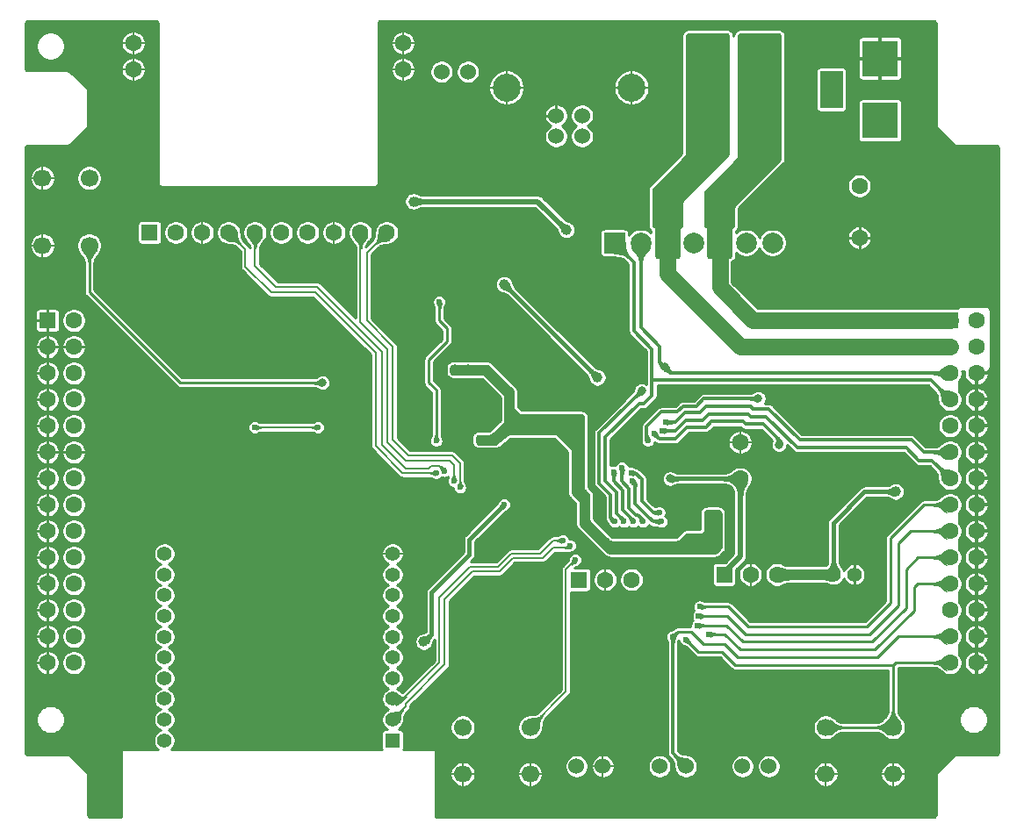
<source format=gbl>
%TF.GenerationSoftware,KiCad,Pcbnew,(5.1.12)-1*%
%TF.CreationDate,2022-03-07T16:27:53+09:00*%
%TF.ProjectId,RP2040CommandStation,52503230-3430-4436-9f6d-6d616e645374,rev?*%
%TF.SameCoordinates,PX6cb8080PY8d24d00*%
%TF.FileFunction,Copper,L2,Bot*%
%TF.FilePolarity,Positive*%
%FSLAX46Y46*%
G04 Gerber Fmt 4.6, Leading zero omitted, Abs format (unit mm)*
G04 Created by KiCad (PCBNEW (5.1.12)-1) date 2022-03-07 16:27:53*
%MOMM*%
%LPD*%
G01*
G04 APERTURE LIST*
%TA.AperFunction,ComponentPad*%
%ADD10C,1.600000*%
%TD*%
%TA.AperFunction,ComponentPad*%
%ADD11C,1.400000*%
%TD*%
%TA.AperFunction,ComponentPad*%
%ADD12R,1.600000X1.600000*%
%TD*%
%TA.AperFunction,ComponentPad*%
%ADD13C,1.524000*%
%TD*%
%TA.AperFunction,ComponentPad*%
%ADD14R,3.500120X3.500120*%
%TD*%
%TA.AperFunction,ComponentPad*%
%ADD15R,2.200000X3.600000*%
%TD*%
%TA.AperFunction,ComponentPad*%
%ADD16C,2.500000*%
%TD*%
%TA.AperFunction,ComponentPad*%
%ADD17C,2.700000*%
%TD*%
%TA.AperFunction,ComponentPad*%
%ADD18C,1.700000*%
%TD*%
%TA.AperFunction,ComponentPad*%
%ADD19C,0.600000*%
%TD*%
%TA.AperFunction,ComponentPad*%
%ADD20R,2.000000X2.000000*%
%TD*%
%TA.AperFunction,ComponentPad*%
%ADD21C,2.000000*%
%TD*%
%TA.AperFunction,ComponentPad*%
%ADD22R,1.400000X1.400000*%
%TD*%
%TA.AperFunction,ViaPad*%
%ADD23C,1.000000*%
%TD*%
%TA.AperFunction,ViaPad*%
%ADD24C,0.800000*%
%TD*%
%TA.AperFunction,ViaPad*%
%ADD25C,0.600000*%
%TD*%
%TA.AperFunction,Conductor*%
%ADD26C,0.500000*%
%TD*%
%TA.AperFunction,Conductor*%
%ADD27C,0.300000*%
%TD*%
%TA.AperFunction,Conductor*%
%ADD28C,0.250000*%
%TD*%
%TA.AperFunction,Conductor*%
%ADD29C,0.200000*%
%TD*%
%TA.AperFunction,Conductor*%
%ADD30C,0.400000*%
%TD*%
%TA.AperFunction,Conductor*%
%ADD31C,1.000000*%
%TD*%
%TA.AperFunction,Conductor*%
%ADD32C,1.600000*%
%TD*%
%TA.AperFunction,Conductor*%
%ADD33C,0.025400*%
%TD*%
%TA.AperFunction,Conductor*%
%ADD34C,0.100000*%
%TD*%
G04 APERTURE END LIST*
D10*
%TO.P,C1,2*%
%TO.N,GND*%
X81000000Y56500000D03*
%TO.P,C1,1*%
%TO.N,+12V*%
X81000000Y61500000D03*
%TD*%
%TO.P,C3,1*%
%TO.N,/Vin*%
X69500000Y33250000D03*
%TO.P,C3,2*%
%TO.N,GND*%
X69500000Y36750000D03*
%TD*%
D11*
%TO.P,C4,1*%
%TO.N,+3V3*%
X78500000Y24000000D03*
%TO.P,C4,2*%
%TO.N,GND*%
X80500000Y24000000D03*
%TD*%
D10*
%TO.P,CN1,10*%
%TO.N,/BUS_CTRL2*%
X35430000Y57000000D03*
%TO.P,CN1,8*%
%TO.N,GND*%
X30350000Y57000000D03*
%TO.P,CN1,7*%
%TO.N,+12V*%
X27810000Y57000000D03*
%TO.P,CN1,6*%
%TO.N,+3V3*%
X25270000Y57000000D03*
%TO.P,CN1,5*%
%TO.N,/BUS_TX*%
X22730000Y57000000D03*
%TO.P,CN1,4*%
%TO.N,/BUS_RX*%
X20190000Y57000000D03*
%TO.P,CN1,3*%
%TO.N,GND*%
X17650000Y57000000D03*
%TO.P,CN1,2*%
%TO.N,Net-(CN1-Pad2)*%
X15110000Y57000000D03*
%TO.P,CN1,14*%
%TO.N,GND*%
X11000000Y72730000D03*
%TO.P,CN1,13*%
X11000000Y75270000D03*
%TO.P,CN1,12*%
X37000000Y75270000D03*
%TO.P,CN1,11*%
X37000000Y72730000D03*
%TO.P,CN1,9*%
%TO.N,/BUS_CTRL1*%
X32890000Y57000000D03*
D12*
%TO.P,CN1,1*%
%TO.N,Net-(CN1-Pad1)*%
X12570000Y57000000D03*
%TD*%
D13*
%TO.P,D5,1*%
%TO.N,/FAILURE_LED*%
X64270000Y5500000D03*
%TO.P,D5,2*%
%TO.N,Net-(D5-Pad2)*%
X61730000Y5500000D03*
%TD*%
%TO.P,D6,1*%
%TO.N,/RAILPOWER_LED*%
X72270000Y5500000D03*
%TO.P,D6,2*%
%TO.N,Net-(D6-Pad2)*%
X69730000Y5500000D03*
%TD*%
%TO.P,D7,2*%
%TO.N,Net-(D7-Pad2)*%
X40730000Y72500000D03*
%TO.P,D7,1*%
%TO.N,Net-(D7-Pad1)*%
X43270000Y72500000D03*
%TD*%
D14*
%TO.P,J1,1*%
%TO.N,Net-(D1-Pad2)*%
X83000000Y67799860D03*
%TO.P,J1,2*%
%TO.N,GND*%
X83000000Y73799340D03*
D15*
%TO.P,J1,3*%
%TO.N,Net-(J1-Pad3)*%
X78301000Y70799600D03*
%TD*%
D16*
%TO.P,J2,1*%
%TO.N,/RAIL+*%
X71540000Y74600000D03*
%TO.P,J2,2*%
%TO.N,/RAIL-*%
X66460000Y74600000D03*
%TD*%
D13*
%TO.P,J3,1*%
%TO.N,VBUS*%
X51750000Y66290000D03*
%TO.P,J3,2*%
%TO.N,/USB_D-*%
X54250000Y66290000D03*
%TO.P,J3,3*%
%TO.N,/USB_D+*%
X54250000Y68290000D03*
%TO.P,J3,4*%
%TO.N,GND*%
X51750000Y68290000D03*
D17*
%TO.P,J3,5*%
X59020000Y71000000D03*
X46980000Y71000000D03*
%TD*%
D10*
%TO.P,J4,28*%
%TO.N,/KEY_COL4_IN*%
X5270000Y15490000D03*
%TO.P,J4,27*%
%TO.N,GND*%
X2730000Y15490000D03*
%TO.P,J4,26*%
%TO.N,/KEY_COL3_IN*%
X5270000Y18030000D03*
%TO.P,J4,25*%
%TO.N,GND*%
X2730000Y18030000D03*
%TO.P,J4,24*%
%TO.N,/KEY_COL2_IN*%
X5270000Y20570000D03*
%TO.P,J4,23*%
%TO.N,GND*%
X2730000Y20570000D03*
%TO.P,J4,22*%
%TO.N,/KEY_COL1_IN*%
X5270000Y23110000D03*
%TO.P,J4,21*%
%TO.N,GND*%
X2730000Y23110000D03*
%TO.P,J4,20*%
%TO.N,/KEY_ROW4_SEL*%
X5270000Y25650000D03*
%TO.P,J4,19*%
%TO.N,GND*%
X2730000Y25650000D03*
%TO.P,J4,18*%
%TO.N,/KEY_ROW3_SEL*%
X5270000Y28190000D03*
%TO.P,J4,17*%
%TO.N,GND*%
X2730000Y28190000D03*
%TO.P,J4,16*%
%TO.N,/KEY_ROW2_SEL*%
X5270000Y30730000D03*
%TO.P,J4,15*%
%TO.N,GND*%
X2730000Y30730000D03*
%TO.P,J4,14*%
%TO.N,/KEY_ROW1_SEL*%
X5270000Y33270000D03*
%TO.P,J4,13*%
%TO.N,GND*%
X2730000Y33270000D03*
%TO.P,J4,12*%
X5270000Y35810000D03*
%TO.P,J4,11*%
X2730000Y35810000D03*
%TO.P,J4,10*%
%TO.N,/I2C1_SCL*%
X5270000Y38350000D03*
%TO.P,J4,9*%
%TO.N,GND*%
X2730000Y38350000D03*
%TO.P,J4,8*%
%TO.N,/I2C1_SDA*%
X5270000Y40890000D03*
%TO.P,J4,7*%
%TO.N,GND*%
X2730000Y40890000D03*
%TO.P,J4,6*%
%TO.N,/~LCD_RST*%
X5270000Y43430000D03*
%TO.P,J4,5*%
%TO.N,GND*%
X2730000Y43430000D03*
%TO.P,J4,4*%
X5270000Y45970000D03*
%TO.P,J4,3*%
X2730000Y45970000D03*
%TO.P,J4,2*%
%TO.N,+3V3*%
X5270000Y48510000D03*
D12*
%TO.P,J4,1*%
%TO.N,GND*%
X2730000Y48510000D03*
%TD*%
%TO.P,J5,1*%
%TO.N,/RAIL+*%
X89730000Y48510000D03*
D10*
%TO.P,J5,2*%
%TO.N,+12V*%
X92270000Y48510000D03*
%TO.P,J5,3*%
%TO.N,/RAIL-*%
X89730000Y45970000D03*
%TO.P,J5,4*%
%TO.N,+12V*%
X92270000Y45970000D03*
%TO.P,J5,5*%
%TO.N,/DCC_SIGNAL_A*%
X89730000Y43430000D03*
%TO.P,J5,6*%
%TO.N,GND*%
X92270000Y43430000D03*
%TO.P,J5,7*%
%TO.N,/DCC_SIGNAL_B*%
X89730000Y40890000D03*
%TO.P,J5,8*%
%TO.N,GND*%
X92270000Y40890000D03*
%TO.P,J5,9*%
%TO.N,+3V3*%
X89730000Y38350000D03*
%TO.P,J5,10*%
%TO.N,GND*%
X92270000Y38350000D03*
%TO.P,J5,11*%
%TO.N,/VR_2*%
X89730000Y35810000D03*
%TO.P,J5,12*%
%TO.N,GND*%
X92270000Y35810000D03*
%TO.P,J5,13*%
%TO.N,/VR_1*%
X89730000Y33270000D03*
%TO.P,J5,14*%
%TO.N,GND*%
X92270000Y33270000D03*
%TO.P,J5,15*%
%TO.N,/DIR2_IN*%
X89730000Y30730000D03*
%TO.P,J5,16*%
%TO.N,GND*%
X92270000Y30730000D03*
%TO.P,J5,17*%
%TO.N,/DIR1_IN*%
X89730000Y28190000D03*
%TO.P,J5,18*%
%TO.N,GND*%
X92270000Y28190000D03*
%TO.P,J5,19*%
%TO.N,/DIR_SCAN_SEL2*%
X89730000Y25650000D03*
%TO.P,J5,20*%
%TO.N,GND*%
X92270000Y25650000D03*
%TO.P,J5,21*%
%TO.N,/DIR_SCAN_SEL1*%
X89730000Y23110000D03*
%TO.P,J5,22*%
%TO.N,GND*%
X92270000Y23110000D03*
%TO.P,J5,23*%
%TO.N,/RAILPOWER_LED*%
X89730000Y20570000D03*
%TO.P,J5,24*%
%TO.N,GND*%
X92270000Y20570000D03*
%TO.P,J5,25*%
%TO.N,/FAILURE_LED*%
X89730000Y18030000D03*
%TO.P,J5,26*%
%TO.N,GND*%
X92270000Y18030000D03*
%TO.P,J5,27*%
%TO.N,/RAILPOWER_BTN*%
X89730000Y15490000D03*
%TO.P,J5,28*%
%TO.N,GND*%
X92270000Y15490000D03*
%TD*%
D18*
%TO.P,SW1,1*%
%TO.N,GND*%
X2250000Y55750000D03*
%TO.P,SW1,2*%
X2250000Y62250000D03*
%TO.P,SW1,3*%
%TO.N,/~USB_BOOT*%
X6750000Y55750000D03*
%TO.P,SW1,4*%
X6750000Y62250000D03*
%TD*%
%TO.P,SW2,4*%
%TO.N,/RAILPOWER_BTN*%
X77750000Y9250000D03*
%TO.P,SW2,3*%
X84250000Y9250000D03*
%TO.P,SW2,2*%
%TO.N,GND*%
X77750000Y4750000D03*
%TO.P,SW2,1*%
X84250000Y4750000D03*
%TD*%
D19*
%TO.P,U1,57*%
%TO.N,GND*%
X50275000Y31725000D03*
X49000000Y31725000D03*
X47725000Y31725000D03*
X50275000Y33000000D03*
X49000000Y33000000D03*
X47725000Y33000000D03*
X50275000Y34275000D03*
X49000000Y34275000D03*
X47725000Y34275000D03*
%TD*%
D20*
%TO.P,U3,1*%
%TO.N,/DCC_SIGNAL_B*%
X57380000Y56000000D03*
D21*
%TO.P,U3,2*%
%TO.N,/DCC_SIGNAL_A*%
X59920000Y56000000D03*
%TO.P,U3,3*%
%TO.N,/RAIL-*%
X62460000Y56000000D03*
%TO.P,U3,4*%
%TO.N,GNDPWR*%
X65000000Y56000000D03*
%TO.P,U3,5*%
%TO.N,/RAIL+*%
X67540000Y56000000D03*
%TO.P,U3,6*%
%TO.N,Net-(U3-Pad6)*%
X70080000Y56000000D03*
%TO.P,U3,7*%
%TO.N,+12V*%
X72620000Y56000000D03*
%TD*%
D12*
%TO.P,U5,1*%
%TO.N,/Vin*%
X67960000Y24000000D03*
D10*
%TO.P,U5,2*%
%TO.N,GND*%
X70500000Y24000000D03*
%TO.P,U5,3*%
%TO.N,+3V3*%
X73040000Y24000000D03*
%TD*%
D22*
%TO.P,U6,1*%
%TO.N,+3V3*%
X36000000Y8000000D03*
D11*
%TO.P,U6,2*%
%TO.N,/XBee_RX*%
X36000000Y10000000D03*
%TO.P,U6,3*%
%TO.N,/XBee_TX*%
X36000000Y12000000D03*
%TO.P,U6,4*%
%TO.N,Net-(U6-Pad4)*%
X36000000Y14000000D03*
%TO.P,U6,5*%
%TO.N,Net-(U6-Pad5)*%
X36000000Y16000000D03*
%TO.P,U6,6*%
%TO.N,Net-(U6-Pad6)*%
X36000000Y18000000D03*
%TO.P,U6,7*%
%TO.N,Net-(U6-Pad7)*%
X36000000Y20000000D03*
%TO.P,U6,8*%
%TO.N,Net-(U6-Pad8)*%
X36000000Y22000000D03*
%TO.P,U6,9*%
%TO.N,Net-(U6-Pad9)*%
X36000000Y24000000D03*
%TO.P,U6,10*%
%TO.N,GND*%
X36000000Y26000000D03*
%TO.P,U6,11*%
%TO.N,Net-(U6-Pad11)*%
X14000000Y26000000D03*
%TO.P,U6,12*%
%TO.N,Net-(U6-Pad12)*%
X14000000Y24000000D03*
%TO.P,U6,13*%
%TO.N,Net-(U6-Pad13)*%
X14000000Y22000000D03*
%TO.P,U6,14*%
%TO.N,Net-(U6-Pad14)*%
X14000000Y20000000D03*
%TO.P,U6,15*%
%TO.N,Net-(U6-Pad15)*%
X14000000Y18000000D03*
%TO.P,U6,16*%
%TO.N,Net-(U6-Pad16)*%
X14000000Y16000000D03*
%TO.P,U6,17*%
%TO.N,Net-(U6-Pad17)*%
X14000000Y14000000D03*
%TO.P,U6,18*%
%TO.N,Net-(U6-Pad18)*%
X14000000Y12000000D03*
%TO.P,U6,19*%
%TO.N,Net-(U6-Pad19)*%
X14000000Y10000000D03*
%TO.P,U6,20*%
%TO.N,Net-(U6-Pad20)*%
X14000000Y8000000D03*
%TD*%
D10*
%TO.P,J6,3*%
%TO.N,/SWD*%
X59040000Y23500000D03*
%TO.P,J6,2*%
%TO.N,GND*%
X56500000Y23500000D03*
D12*
%TO.P,J6,1*%
%TO.N,/SWCLK*%
X53960000Y23500000D03*
%TD*%
D18*
%TO.P,SW3,1*%
%TO.N,GND*%
X49250000Y4750000D03*
%TO.P,SW3,2*%
X42750000Y4750000D03*
%TO.P,SW3,3*%
%TO.N,/RUN*%
X49250000Y9250000D03*
%TO.P,SW3,4*%
X42750000Y9250000D03*
%TD*%
D13*
%TO.P,D8,1*%
%TO.N,GND*%
X56270000Y5500000D03*
%TO.P,D8,2*%
%TO.N,Net-(D8-Pad2)*%
X53730000Y5500000D03*
%TD*%
D23*
%TO.N,+12V*%
X52750000Y57250000D03*
X38000000Y60000000D03*
D24*
%TO.N,GND*%
X40500000Y31600000D03*
D23*
X85000000Y56000000D03*
X77000000Y56000000D03*
X83000000Y52000000D03*
X75000000Y52000000D03*
X79000000Y52000000D03*
X71000000Y52000000D03*
X87000000Y52000000D03*
D24*
X45000000Y40000000D03*
X48600000Y42000000D03*
X41500000Y37000000D03*
D23*
X61000000Y32000000D03*
D24*
X53000000Y29000000D03*
D23*
X54000000Y42000000D03*
X83000000Y41500000D03*
X79000000Y41500000D03*
X83000000Y29000000D03*
X75000000Y29000000D03*
X83000000Y22000000D03*
X75000000Y22000000D03*
X40000000Y47500000D03*
X39000000Y53000000D03*
X35000000Y53000000D03*
X31000000Y53000000D03*
X31000000Y44000000D03*
X38500000Y41500000D03*
X43000000Y53000000D03*
X43000000Y57000000D03*
X39000000Y57000000D03*
X27000000Y53000000D03*
X19000000Y53000000D03*
X64250000Y29250000D03*
X55000000Y26250000D03*
X40750000Y12500000D03*
X39750000Y9250000D03*
X26750000Y45500000D03*
X23500000Y45500000D03*
X64250000Y41500000D03*
X65500000Y34750000D03*
X7500000Y66000000D03*
X7500000Y76000000D03*
X47500000Y76000000D03*
X57500000Y76000000D03*
X77500000Y76000000D03*
X87500000Y76000000D03*
X7500000Y66000000D03*
X37500000Y66000000D03*
X47500000Y66000000D03*
X57500000Y66000000D03*
X77500000Y66000000D03*
X19000000Y60000000D03*
X26000000Y60000000D03*
X50000000Y57000000D03*
X7500000Y44750000D03*
X17500000Y45500000D03*
X37250000Y49250000D03*
X57500000Y46000000D03*
X7500000Y37000000D03*
X17500000Y36000000D03*
X27500000Y36000000D03*
X17500000Y26000000D03*
X27500000Y26000000D03*
X40000000Y26000000D03*
X77500000Y26000000D03*
X7500000Y16750000D03*
X17500000Y16000000D03*
X27500000Y16000000D03*
X37500000Y14500000D03*
X47500000Y15500000D03*
X57500000Y15500000D03*
X64000000Y15500000D03*
X7500000Y6000000D03*
X32500000Y8000000D03*
X47500000Y6000000D03*
X66500000Y2500000D03*
X75000000Y2500000D03*
X87500000Y7500000D03*
X27500000Y8000000D03*
X17500000Y8000000D03*
X22500000Y8000000D03*
X59000000Y2500000D03*
X87500000Y2500000D03*
X93500000Y7500000D03*
X75500000Y14000000D03*
X32000000Y50000000D03*
X27000000Y50000000D03*
D25*
X57750000Y28000000D03*
D24*
X46500000Y46250000D03*
D23*
X50250000Y46250000D03*
X57500000Y53250000D03*
D24*
X44400000Y26000000D03*
D23*
%TO.N,+3V3*%
X39000000Y17500000D03*
D24*
X49400000Y38500000D03*
X54500000Y31600000D03*
D23*
X84500000Y32000000D03*
D24*
X53750000Y37000000D03*
X44500000Y37000000D03*
D23*
X67000000Y27250000D03*
X67000000Y29000000D03*
X43250000Y43750000D03*
X42000000Y43750000D03*
D25*
X46750000Y30750000D03*
%TO.N,/BUS_CTRL2*%
X42500000Y32400000D03*
%TO.N,/BUS_TX*%
X41000000Y34000000D03*
%TO.N,/BUS_RX*%
X40200000Y33800000D03*
%TO.N,/BUS_CTRL1*%
X41900000Y33000000D03*
%TO.N,/FAILURE_LED*%
X63000000Y18000000D03*
D23*
%TO.N,VBUS*%
X55750000Y43000000D03*
X46750000Y52000000D03*
D25*
%TO.N,/~LCD_RST*%
X22700000Y38200000D03*
X28800000Y38200000D03*
%TO.N,/DCC_SIGNAL_A*%
X57400000Y29100000D03*
D24*
X60000000Y41750000D03*
X62250000Y44000000D03*
D25*
%TO.N,/DCC_SIGNAL_B*%
X58300000Y29100000D03*
%TO.N,/RAILPOWER_BTN*%
X64250000Y17750000D03*
X58100000Y34300000D03*
X60100000Y29100000D03*
%TO.N,/DIR_SCAN_SEL1*%
X66500000Y18250000D03*
%TO.N,/DIR_SCAN_SEL2*%
X65400000Y19100000D03*
%TO.N,/DIR1_IN*%
X65500000Y20000000D03*
X59100000Y33000000D03*
X61900000Y29100000D03*
%TO.N,/DIR2_IN*%
X65600000Y20900000D03*
X59000000Y33800000D03*
X61700000Y30000000D03*
%TO.N,/VR_1*%
X62000000Y37900000D03*
%TO.N,/VR_2*%
X62300000Y38700000D03*
%TO.N,/FAILURE_LED_SIG*%
X57300000Y33900000D03*
X59200000Y29100000D03*
%TO.N,/COMM_LED*%
X40200000Y36900000D03*
X40500000Y50300000D03*
D24*
%TO.N,/CURRENT_SENSE*%
X71250000Y41000000D03*
D25*
X60600000Y36900000D03*
D24*
%TO.N,/SUPP_VOLTAGE*%
X73250000Y36500000D03*
D25*
X61200000Y37600000D03*
D24*
%TO.N,/~USB_BOOT*%
X29250000Y42500000D03*
D25*
%TO.N,/XBee_TX*%
X52400000Y27300000D03*
%TO.N,/XBee_RX*%
X53100000Y26800000D03*
%TO.N,/RUN*%
X53600000Y25400000D03*
D24*
%TO.N,/Vin*%
X62750000Y33250000D03*
%TD*%
D26*
%TO.N,+12V*%
X52750000Y57250000D02*
X50000000Y60000000D01*
X50000000Y60000000D02*
X38000000Y60000000D01*
D27*
%TO.N,GND*%
X92270000Y43430000D02*
X92270000Y14020000D01*
X92270000Y15490000D02*
X93740000Y15490000D01*
X92270000Y18030000D02*
X93720000Y18030000D01*
X92270000Y20570000D02*
X93570000Y20570000D01*
X92270000Y23110000D02*
X93640000Y23110000D01*
X92270000Y25650000D02*
X93650000Y25650000D01*
X92270000Y28190000D02*
X93690000Y28190000D01*
X93980000Y30730000D02*
X93770000Y30730000D01*
X92270000Y30730000D02*
X93770000Y30730000D01*
X92270000Y33270000D02*
X93730000Y33270000D01*
X93940000Y35810000D02*
X93560000Y35810000D01*
X92270000Y35810000D02*
X93560000Y35810000D01*
X92270000Y38350000D02*
X93900000Y38350000D01*
X93890000Y40890000D02*
X93610000Y40890000D01*
X92270000Y40890000D02*
X93610000Y40890000D01*
X92270000Y43430000D02*
X93930000Y43430000D01*
X83000000Y73799340D02*
X85700660Y73799340D01*
X83000000Y73799340D02*
X80299340Y73799340D01*
X83000000Y73799340D02*
X83000000Y76500000D01*
X83000000Y73799340D02*
X83000000Y71000000D01*
D28*
X5270000Y45970000D02*
X2730000Y45970000D01*
X2730000Y45970000D02*
X2730000Y48510000D01*
X2730000Y45970000D02*
X2730000Y12270000D01*
X2730000Y35810000D02*
X5270000Y35810000D01*
X2730000Y35810000D02*
X940000Y35810000D01*
X2730000Y33270000D02*
X770000Y33270000D01*
X2730000Y30730000D02*
X1020000Y30730000D01*
X2730000Y28190000D02*
X1060000Y28190000D01*
X2730000Y25650000D02*
X1400000Y25650000D01*
X2730000Y23110000D02*
X1110000Y23110000D01*
X2730000Y20570000D02*
X1070000Y20570000D01*
X2730000Y18030000D02*
X780000Y18030000D01*
X2730000Y15490000D02*
X760000Y15490000D01*
X2730000Y38350000D02*
X1100000Y38350000D01*
X1000000Y38250000D02*
X1100000Y38350000D01*
X2730000Y40890000D02*
X890000Y40890000D01*
X2730000Y43430000D02*
X820000Y43430000D01*
X2730000Y45970000D02*
X1030000Y45970000D01*
X2730000Y48510000D02*
X1010000Y48510000D01*
X2730000Y48510000D02*
X2730000Y50230000D01*
X5270000Y35810000D02*
X6690000Y35810000D01*
X5270000Y45970000D02*
X6970000Y45970000D01*
D29*
X2250000Y55750000D02*
X2250000Y54000000D01*
X2250000Y55750000D02*
X750000Y55750000D01*
X2250000Y55750000D02*
X3500000Y55750000D01*
X2250000Y55750000D02*
X2250000Y57500000D01*
X2250000Y62250000D02*
X1000000Y62250000D01*
X2250000Y62250000D02*
X2250000Y64000000D01*
X2250000Y62250000D02*
X3750000Y62250000D01*
X2250000Y62250000D02*
X2250000Y60000000D01*
D28*
X81000000Y56500000D02*
X79300000Y56500000D01*
X81000000Y56500000D02*
X82600000Y56500000D01*
X81000000Y56500000D02*
X81000000Y58200000D01*
X81000000Y56500000D02*
X81000000Y55000000D01*
X81000000Y58200000D02*
X84500000Y58200000D01*
X84500000Y58200000D02*
X87200000Y60900000D01*
X87200000Y60900000D02*
X87200000Y69900000D01*
X86100000Y71000000D02*
X83000000Y71000000D01*
X87200000Y69900000D02*
X86100000Y71000000D01*
D29*
X59020000Y71000000D02*
X61250000Y71000000D01*
X59020000Y71000000D02*
X56750000Y71000000D01*
X59020000Y71000000D02*
X59020000Y73480000D01*
X59000000Y73500000D02*
X59020000Y73480000D01*
X59020000Y68270000D02*
X59020000Y68480000D01*
X59020000Y71000000D02*
X59020000Y68480000D01*
X46980000Y71000000D02*
X49250000Y71000000D01*
X46980000Y71000000D02*
X46980000Y73230000D01*
X46980000Y71000000D02*
X46980000Y68520000D01*
X46980000Y68520000D02*
X47000000Y68500000D01*
X46980000Y71000000D02*
X44500000Y71000000D01*
D28*
X49480000Y68520000D02*
X46980000Y68520000D01*
X49710000Y68290000D02*
X49480000Y68520000D01*
X51750000Y68290000D02*
X49710000Y68290000D01*
X52500000Y71000000D02*
X56750000Y71000000D01*
X51750000Y70250000D02*
X52500000Y71000000D01*
X51750000Y68290000D02*
X51750000Y70250000D01*
D29*
X77000000Y52000000D02*
X81000000Y52000000D01*
D28*
X80500000Y24000000D02*
X80500000Y25500000D01*
X80500000Y24000000D02*
X80500000Y22500000D01*
D29*
X17650000Y57000000D02*
X17650000Y58900000D01*
X17650000Y58900000D02*
X17750000Y59000000D01*
X17750000Y59000000D02*
X30000000Y59000000D01*
X30350000Y58650000D02*
X30350000Y57000000D01*
X30000000Y59000000D02*
X30350000Y58650000D01*
X37000000Y72730000D02*
X37000000Y76500000D01*
X37000000Y75270000D02*
X35520000Y75270000D01*
X35500000Y75250000D02*
X35520000Y75270000D01*
X37000000Y75270000D02*
X38730000Y75270000D01*
X37000000Y72730000D02*
X38480000Y72730000D01*
X38480000Y72730000D02*
X38500000Y72750000D01*
X37000000Y72730000D02*
X35270000Y72730000D01*
X38730000Y75270000D02*
X38730000Y75980000D01*
X38730000Y75980000D02*
X39000000Y76250000D01*
X39000000Y76250000D02*
X45750000Y76250000D01*
X46980000Y75020000D02*
X46980000Y73230000D01*
X45750000Y76250000D02*
X46980000Y75020000D01*
X30350000Y58650000D02*
X30350000Y59600000D01*
X30350000Y59600000D02*
X30750000Y60000000D01*
X30750000Y60000000D02*
X35500000Y60000000D01*
X37000000Y61500000D02*
X37000000Y72730000D01*
X35500000Y60000000D02*
X37000000Y61500000D01*
X70500000Y24000000D02*
X70500000Y22300000D01*
X70500000Y24000000D02*
X70500000Y25600000D01*
X80300000Y22300000D02*
X80500000Y22500000D01*
X70500000Y22300000D02*
X80300000Y22300000D01*
D27*
X52750000Y29250000D02*
X53500000Y29250000D01*
D29*
X56500000Y23500000D02*
X56500000Y25000000D01*
D27*
X55750000Y25000000D02*
X56500000Y25000000D01*
D29*
X56500000Y23500000D02*
X56500000Y21750000D01*
D28*
X41500000Y37000000D02*
X41500000Y39300000D01*
X42200000Y40000000D02*
X45000000Y40000000D01*
X41500000Y39300000D02*
X42200000Y40000000D01*
D29*
X11000000Y72730000D02*
X11000000Y75270000D01*
X11000000Y75270000D02*
X11000000Y76900000D01*
X11000000Y75270000D02*
X12670000Y75270000D01*
X11000000Y72730000D02*
X9430000Y72730000D01*
X9430000Y72730000D02*
X9400000Y72700000D01*
X9400000Y72700000D02*
X9300000Y72700000D01*
X11000000Y72730000D02*
X12630000Y72730000D01*
X11000000Y72730000D02*
X11000000Y71000000D01*
D27*
X69950000Y21750000D02*
X70500000Y22300000D01*
X66000000Y21750000D02*
X69950000Y21750000D01*
X65250000Y22500000D02*
X66000000Y21750000D01*
X65250000Y25000000D02*
X65250000Y22500000D01*
X56500000Y25000000D02*
X65250000Y25000000D01*
D29*
X84250000Y4750000D02*
X77750000Y4750000D01*
X77750000Y4750000D02*
X77750000Y6250000D01*
X77750000Y4750000D02*
X76250000Y4750000D01*
X77750000Y4750000D02*
X77750000Y3250000D01*
X84250000Y4750000D02*
X84250000Y6250000D01*
X84250000Y4750000D02*
X86000000Y4750000D01*
X84250000Y4750000D02*
X84250000Y3250000D01*
D28*
X42200000Y40000000D02*
X42200000Y42300000D01*
D29*
X49250000Y4750000D02*
X51750000Y4750000D01*
X49250000Y4750000D02*
X47750000Y4750000D01*
X42750000Y4750000D02*
X44000000Y4750000D01*
X42750000Y4750000D02*
X41000000Y4750000D01*
X42750000Y4750000D02*
X42750000Y3500000D01*
X42750000Y4750000D02*
X42750000Y6000000D01*
X49250000Y4750000D02*
X49250000Y6250000D01*
X49250000Y4750000D02*
X49250000Y3500000D01*
X40500000Y31600000D02*
X40500000Y26250000D01*
X40500000Y26250000D02*
X40250000Y26000000D01*
X45525000Y31725000D02*
X45400000Y31600000D01*
X47725000Y31725000D02*
X45525000Y31725000D01*
X40500000Y31600000D02*
X45400000Y31600000D01*
X47725000Y31725000D02*
X47725000Y33000000D01*
X47725000Y33000000D02*
X47725000Y34275000D01*
X47725000Y34275000D02*
X49000000Y34275000D01*
X49000000Y34275000D02*
X49000000Y33000000D01*
X49000000Y33000000D02*
X47725000Y33000000D01*
X47725000Y31725000D02*
X49000000Y31725000D01*
X49000000Y31725000D02*
X50275000Y31725000D01*
X50275000Y31725000D02*
X50275000Y33000000D01*
X50275000Y33000000D02*
X50275000Y34275000D01*
X50275000Y34275000D02*
X49000000Y34275000D01*
X49000000Y33000000D02*
X50275000Y33000000D01*
X49000000Y33000000D02*
X49000000Y31725000D01*
X50275000Y31725000D02*
X50275000Y30525000D01*
X50275000Y30525000D02*
X50300000Y30500000D01*
X50300000Y30500000D02*
X51500000Y30500000D01*
D27*
X51500000Y30500000D02*
X52750000Y29250000D01*
D29*
X50275000Y31725000D02*
X51225000Y31725000D01*
X49000000Y31725000D02*
X49000000Y30500000D01*
X47725000Y31725000D02*
X47725000Y30525000D01*
X47725000Y33000000D02*
X46500000Y33000000D01*
X47725000Y34275000D02*
X46525000Y34275000D01*
X46525000Y34275000D02*
X46500000Y34250000D01*
X46500000Y34250000D02*
X46250000Y34250000D01*
X47725000Y34275000D02*
X47725000Y35475000D01*
X49000000Y34275000D02*
X49000000Y35500000D01*
X50275000Y34275000D02*
X50275000Y35475000D01*
X50275000Y34275000D02*
X51475000Y34275000D01*
X50275000Y33000000D02*
X51500000Y33000000D01*
X56270000Y5500000D02*
X57750000Y5500000D01*
X56270000Y5500000D02*
X56270000Y7230000D01*
X56270000Y5500000D02*
X55000000Y5500000D01*
X56270000Y5500000D02*
X56270000Y4020000D01*
D30*
X49000000Y42000000D02*
X54000000Y42000000D01*
D27*
X53500000Y28500000D02*
X55750000Y26250000D01*
X55750000Y26250000D02*
X55750000Y25000000D01*
X53500000Y28500000D02*
X52750000Y29250000D01*
X83000000Y29000000D02*
X83000000Y22000000D01*
D29*
X61000000Y34500000D02*
X61000000Y32000000D01*
X61250000Y34750000D02*
X61000000Y34500000D01*
X66000000Y34750000D02*
X61250000Y34750000D01*
X66000000Y35250000D02*
X66000000Y34750000D01*
X67500000Y36750000D02*
X66000000Y35250000D01*
X69500000Y36750000D02*
X67500000Y36750000D01*
X69500000Y36750000D02*
X69500000Y38000000D01*
X69500000Y36750000D02*
X70750000Y36750000D01*
X69500000Y36750000D02*
X69500000Y35250000D01*
X30350000Y57000000D02*
X30350000Y54900000D01*
X30350000Y54900000D02*
X30250000Y55000000D01*
X27000000Y53000000D02*
X31000000Y53000000D01*
X39000000Y53000000D02*
X35000000Y53000000D01*
X39000000Y53000000D02*
X39000000Y57000000D01*
X39000000Y57000000D02*
X43000000Y57000000D01*
X43000000Y57000000D02*
X43000000Y53000000D01*
X30350000Y53650000D02*
X31000000Y53000000D01*
X30350000Y54900000D02*
X30350000Y53650000D01*
X17650000Y54350000D02*
X19000000Y53000000D01*
X17650000Y57000000D02*
X17650000Y54350000D01*
D28*
X43000000Y57000000D02*
X50000000Y57000000D01*
X19000000Y60000000D02*
X19000000Y59000000D01*
X25000000Y59000000D02*
X26000000Y60000000D01*
X19000000Y59000000D02*
X25000000Y59000000D01*
X8230000Y75270000D02*
X7500000Y76000000D01*
X9230000Y75270000D02*
X8230000Y75270000D01*
D29*
X11000000Y75270000D02*
X9230000Y75270000D01*
X9230000Y75270000D02*
X9130000Y75270000D01*
D28*
X17500000Y36000000D02*
X17500000Y26000000D01*
X27500000Y36000000D02*
X27500000Y26000000D01*
X27500000Y36000000D02*
X31500000Y36000000D01*
X31499999Y43500001D02*
X31000000Y44000000D01*
X31500000Y36000000D02*
X31499999Y43500001D01*
X28500000Y44000000D02*
X26750000Y45750000D01*
X31000000Y44000000D02*
X28500000Y44000000D01*
X26750000Y45750000D02*
X23500000Y45750000D01*
X17750000Y45750000D02*
X17500000Y46000000D01*
X23500000Y45750000D02*
X17750000Y45750000D01*
X27500000Y16000000D02*
X27500000Y26000000D01*
X17500000Y26000000D02*
X17500000Y16000000D01*
X17500000Y8000000D02*
X17500000Y16000000D01*
X17500000Y8000000D02*
X22500000Y8000000D01*
X22500000Y8000000D02*
X27500000Y8000000D01*
X27500000Y8000000D02*
X32500000Y8000000D01*
D29*
X36000000Y26000000D02*
X27500000Y26000000D01*
D28*
X41200000Y42300000D02*
X42200000Y42300000D01*
X40500000Y43000000D02*
X41200000Y42300000D01*
X40500000Y44500000D02*
X40500000Y43000000D01*
X41000000Y45000000D02*
X40500000Y44500000D01*
X46750000Y45000000D02*
X41000000Y45000000D01*
X49000000Y42750000D02*
X46750000Y45000000D01*
X49000000Y42000000D02*
X49000000Y42750000D01*
D27*
X39750000Y11500000D02*
X40750000Y12500000D01*
X39750000Y9250000D02*
X39750000Y11500000D01*
X37500000Y14500000D02*
X39250000Y16250000D01*
X39250000Y25750000D02*
X39000000Y26000000D01*
D29*
X39000000Y26000000D02*
X36000000Y26000000D01*
X40250000Y26000000D02*
X39000000Y26000000D01*
D30*
%TO.N,+3V3*%
X84500000Y32000000D02*
X81500000Y32000000D01*
X78500000Y29000000D02*
X78500000Y24000000D01*
X81500000Y32000000D02*
X78500000Y29000000D01*
D26*
X51250000Y38500000D02*
X49400000Y38500000D01*
X47250000Y38500000D02*
X49400000Y38500000D01*
X46000000Y37250000D02*
X47250000Y38500000D01*
X52250000Y38500000D02*
X53750000Y37000000D01*
X51250000Y38500000D02*
X52250000Y38500000D01*
X45750000Y37000000D02*
X46000000Y37250000D01*
X44500000Y37000000D02*
X45750000Y37000000D01*
X53750000Y32350000D02*
X54500000Y31600000D01*
X53750000Y37000000D02*
X53750000Y32350000D01*
X47250000Y38500000D02*
X47250000Y40250000D01*
X47250000Y40250000D02*
X47250000Y41500000D01*
X47250000Y41500000D02*
X45000000Y43750000D01*
X45000000Y43750000D02*
X43250000Y43750000D01*
X63750000Y26750000D02*
X64250000Y27250000D01*
X56750000Y26750000D02*
X63750000Y26750000D01*
X64250000Y27250000D02*
X65500000Y27250000D01*
X54500000Y29000000D02*
X56750000Y26750000D01*
X54500000Y31600000D02*
X54500000Y29000000D01*
X65500000Y27250000D02*
X67000000Y27250000D01*
X67000000Y27250000D02*
X67000000Y29000000D01*
D31*
X73040000Y24000000D02*
X78500000Y24000000D01*
D30*
X39750000Y22250000D02*
X39750000Y18250000D01*
X39750000Y18250000D02*
X39000000Y17500000D01*
X43400000Y25900000D02*
X39750000Y22250000D01*
X43400000Y27400000D02*
X43400000Y25900000D01*
X46750000Y30750000D02*
X43400000Y27400000D01*
D29*
%TO.N,/BUS_CTRL2*%
X42500000Y34750000D02*
X42500000Y32400000D01*
X41750000Y35500000D02*
X42500000Y34750000D01*
X36000000Y37000000D02*
X37500000Y35500000D01*
X37500000Y35500000D02*
X41750000Y35500000D01*
X36000000Y46000000D02*
X36000000Y37000000D01*
X33500000Y48500000D02*
X36000000Y46000000D01*
X33500000Y55070000D02*
X33500000Y48500000D01*
X35430000Y57000000D02*
X33500000Y55070000D01*
%TO.N,/BUS_TX*%
X39500000Y34250000D02*
X39750000Y34500000D01*
X37250000Y34250000D02*
X39500000Y34250000D01*
X39750000Y34500000D02*
X40500000Y34500000D01*
X35000000Y36500000D02*
X37250000Y34250000D01*
X28750000Y51750000D02*
X35000000Y45500000D01*
X24750000Y51750000D02*
X28750000Y51750000D01*
X40500000Y34500000D02*
X41000000Y34000000D01*
X22730000Y53770000D02*
X24750000Y51750000D01*
X35000000Y45500000D02*
X35000000Y36500000D01*
X22730000Y57000000D02*
X22730000Y53770000D01*
%TO.N,/BUS_RX*%
X36950000Y33800000D02*
X40200000Y33800000D01*
X28525000Y51225000D02*
X34350000Y45400000D01*
X34350000Y45400000D02*
X34350000Y36400000D01*
X21800000Y53700000D02*
X24275000Y51225000D01*
X21800000Y55390000D02*
X21800000Y53700000D01*
X34350000Y36400000D02*
X36950000Y33800000D01*
X24275000Y51225000D02*
X28525000Y51225000D01*
X20190000Y57000000D02*
X21800000Y55390000D01*
%TO.N,/BUS_CTRL1*%
X41500000Y35000000D02*
X41900000Y34600000D01*
X37250000Y35000000D02*
X41500000Y35000000D01*
X35500000Y36750000D02*
X37250000Y35000000D01*
X41900000Y34600000D02*
X41900000Y33000000D01*
X35500000Y45750000D02*
X35500000Y36750000D01*
X32900000Y48350000D02*
X35500000Y45750000D01*
X32900000Y56990000D02*
X32900000Y48350000D01*
X32890000Y57000000D02*
X32900000Y56990000D01*
D31*
%TO.N,/RAIL+*%
X67540000Y56000000D02*
X67540000Y60290000D01*
X71540000Y64290000D02*
X71540000Y74600000D01*
X67540000Y60290000D02*
X71540000Y64290000D01*
D32*
X70740000Y48510000D02*
X89730000Y48510000D01*
X67540000Y51710000D02*
X70740000Y48510000D01*
X67540000Y51740000D02*
X67540000Y51710000D01*
X67540000Y56000000D02*
X67540000Y51740000D01*
D31*
%TO.N,/RAIL-*%
X62460000Y56000000D02*
X62460000Y60960000D01*
X66460000Y64960000D02*
X66460000Y74600000D01*
X62460000Y60960000D02*
X66460000Y64960000D01*
D32*
X71970000Y45970000D02*
X69530000Y45970000D01*
X89730000Y45970000D02*
X71970000Y45970000D01*
X62460000Y53040000D02*
X62460000Y56000000D01*
X69530000Y45970000D02*
X62460000Y53040000D01*
D27*
%TO.N,/FAILURE_LED*%
X63000000Y6770000D02*
X64270000Y5500000D01*
X63000000Y18000000D02*
X63000000Y6770000D01*
D28*
X84780000Y18030000D02*
X89730000Y18030000D01*
X69250000Y16000000D02*
X82750000Y16000000D01*
X66000000Y17250000D02*
X68000000Y17250000D01*
X64750000Y18500000D02*
X66000000Y17250000D01*
X68000000Y17250000D02*
X69250000Y16000000D01*
X63500000Y18500000D02*
X64750000Y18500000D01*
X82750000Y16000000D02*
X84780000Y18030000D01*
X63000000Y18000000D02*
X63500000Y18500000D01*
D30*
%TO.N,VBUS*%
X55750000Y43000000D02*
X51000000Y47750000D01*
X51000000Y47750000D02*
X47000000Y51750000D01*
X47000000Y51750000D02*
X46750000Y52000000D01*
D29*
%TO.N,/~LCD_RST*%
X22700000Y38200000D02*
X28800000Y38200000D01*
D27*
%TO.N,/DCC_SIGNAL_A*%
X89730000Y43430000D02*
X64320000Y43430000D01*
X59920000Y47830000D02*
X59920000Y56000000D01*
X62820000Y43430000D02*
X62250000Y44000000D01*
X64320000Y43430000D02*
X62820000Y43430000D01*
X62250000Y44000000D02*
X61750000Y44500000D01*
X61750000Y44500000D02*
X61750000Y45250000D01*
X61750000Y45250000D02*
X61750000Y46000000D01*
X61750000Y46000000D02*
X59920000Y47830000D01*
X58600000Y40350000D02*
X60000000Y41750000D01*
X55900000Y32800000D02*
X55900000Y37650000D01*
X57000000Y31700000D02*
X55900000Y32800000D01*
X57000000Y29500000D02*
X57000000Y31700000D01*
X55900000Y37650000D02*
X58600000Y40350000D01*
X57400000Y29100000D02*
X57000000Y29500000D01*
%TO.N,/DCC_SIGNAL_B*%
X59250000Y54130000D02*
X57380000Y56000000D01*
X87870000Y42750000D02*
X62750000Y42750000D01*
X89730000Y40890000D02*
X87870000Y42750000D01*
X59250000Y48250000D02*
X59250000Y47500000D01*
X59250000Y48250000D02*
X59250000Y54130000D01*
X59250000Y47500000D02*
X61000000Y45750000D01*
X61000000Y45750000D02*
X61000000Y42750000D01*
X62750000Y42750000D02*
X61000000Y42750000D01*
X61000000Y41250000D02*
X61000000Y42750000D01*
X60250000Y40500000D02*
X61000000Y41250000D01*
X59750000Y40500000D02*
X60250000Y40500000D01*
X56500000Y33000000D02*
X56500000Y37250000D01*
X57600000Y31900000D02*
X56500000Y33000000D01*
X57600000Y29900000D02*
X57600000Y31900000D01*
X56500000Y37250000D02*
X59750000Y40500000D01*
X58300000Y29200000D02*
X57600000Y29900000D01*
X58300000Y29100000D02*
X58300000Y29200000D01*
%TO.N,/RAILPOWER_BTN*%
X60100000Y29300000D02*
X60100000Y29100000D01*
X59649999Y29750001D02*
X60100000Y29300000D01*
X59449999Y29750001D02*
X59649999Y29750001D01*
X58800000Y30400000D02*
X59449999Y29750001D01*
X58800000Y32300000D02*
X58800000Y30400000D01*
X58100000Y33000000D02*
X58800000Y32300000D01*
X58100000Y34300000D02*
X58100000Y33000000D01*
D28*
X84250000Y9250000D02*
X77750000Y9250000D01*
X69000000Y15250000D02*
X84250000Y15250000D01*
X67750000Y16500000D02*
X69000000Y15250000D01*
X65500000Y16500000D02*
X67750000Y16500000D01*
X84250000Y15250000D02*
X84250000Y9250000D01*
X64250000Y17750000D02*
X65500000Y16500000D01*
X84490000Y15490000D02*
X89730000Y15490000D01*
X84250000Y15250000D02*
X84490000Y15490000D01*
%TO.N,/DIR_SCAN_SEL1*%
X86250000Y22750000D02*
X86250000Y20500000D01*
X86610000Y23110000D02*
X86250000Y22750000D01*
X89730000Y23110000D02*
X86610000Y23110000D01*
X86250000Y20500000D02*
X82500000Y16750000D01*
X68000000Y18250000D02*
X66500000Y18250000D01*
X69500000Y16750000D02*
X68000000Y18250000D01*
X82500000Y16750000D02*
X69500000Y16750000D01*
%TO.N,/DIR_SCAN_SEL2*%
X68100000Y19100000D02*
X65400000Y19100000D01*
X69750000Y17500000D02*
X68150000Y19100000D01*
X82250000Y17500000D02*
X69750000Y17500000D01*
X68150000Y19100000D02*
X68100000Y19100000D01*
X85500000Y20750000D02*
X82250000Y17500000D01*
X85500000Y24500000D02*
X85500000Y20750000D01*
X86650000Y25650000D02*
X85500000Y24500000D01*
X89730000Y25650000D02*
X86650000Y25650000D01*
D27*
%TO.N,/DIR1_IN*%
X59399999Y32700001D02*
X59399999Y32200001D01*
X59100000Y33000000D02*
X59399999Y32700001D01*
X59399999Y32200001D02*
X59400000Y32200000D01*
X59400000Y32200000D02*
X59400000Y30800000D01*
X59400000Y30800000D02*
X60700000Y29500000D01*
X60700000Y29500000D02*
X61100000Y29100000D01*
X61100000Y29100000D02*
X61900000Y29100000D01*
D28*
X84750000Y27000000D02*
X84750000Y21000000D01*
X84750000Y21000000D02*
X82000000Y18250000D01*
X85940000Y28190000D02*
X84750000Y27000000D01*
X89730000Y28190000D02*
X85940000Y28190000D01*
X68250000Y20000000D02*
X70000000Y18250000D01*
X65500000Y20000000D02*
X68250000Y20000000D01*
X82000000Y18250000D02*
X70000000Y18250000D01*
D27*
%TO.N,/DIR2_IN*%
X59000000Y33800000D02*
X59100000Y33800000D01*
X59100000Y33800000D02*
X59400000Y33800000D01*
X59400000Y33800000D02*
X60000000Y33200000D01*
X60000000Y33200000D02*
X60000000Y31200000D01*
X60000000Y31200000D02*
X60000000Y31100000D01*
X60000000Y31100000D02*
X60200000Y30900000D01*
X60200000Y30900000D02*
X60700000Y30400000D01*
X60700000Y30400000D02*
X61100000Y30000000D01*
X61100000Y30000000D02*
X61700000Y30000000D01*
D28*
X87230000Y30730000D02*
X89730000Y30730000D01*
X81750000Y19000000D02*
X84000000Y21250000D01*
X84000000Y27500000D02*
X87230000Y30730000D01*
X84000000Y21250000D02*
X84000000Y27500000D01*
X68350000Y20900000D02*
X70250000Y19000000D01*
X65600000Y20900000D02*
X68350000Y20900000D01*
X70250000Y19000000D02*
X81750000Y19000000D01*
D27*
%TO.N,/VR_1*%
X75000000Y36250000D02*
X85500000Y36250000D01*
X72000000Y39250000D02*
X75000000Y36250000D01*
X70500000Y39250000D02*
X72000000Y39250000D01*
X70250000Y39500000D02*
X70500000Y39250000D01*
X66500000Y39500000D02*
X70250000Y39500000D01*
X65900000Y38900000D02*
X66500000Y39500000D01*
X64300000Y38900000D02*
X65900000Y38900000D01*
X63300000Y37900000D02*
X64300000Y38900000D01*
X62000000Y37900000D02*
X63300000Y37900000D01*
X89730000Y33270000D02*
X88000000Y35000000D01*
X88000000Y35000000D02*
X86750000Y35000000D01*
X85500000Y36250000D02*
X86750000Y35000000D01*
%TO.N,/VR_2*%
X63300000Y38700000D02*
X62300000Y38700000D01*
X66250000Y40250000D02*
X65600000Y39600000D01*
X70750000Y40000000D02*
X70500000Y40250000D01*
X65600000Y39600000D02*
X64200000Y39600000D01*
X72250000Y40000000D02*
X70750000Y40000000D01*
X64200000Y39600000D02*
X63300000Y38700000D01*
X75250000Y37000000D02*
X72250000Y40000000D01*
X86000000Y37000000D02*
X75250000Y37000000D01*
X87190000Y35810000D02*
X86000000Y37000000D01*
X70500000Y40250000D02*
X66250000Y40250000D01*
X89730000Y35810000D02*
X87190000Y35810000D01*
%TO.N,/FAILURE_LED_SIG*%
X57300000Y33900000D02*
X57300000Y33000000D01*
X57300000Y33000000D02*
X58200000Y32100000D01*
X58200000Y32100000D02*
X58200000Y31600000D01*
X58200000Y31600000D02*
X58200000Y30500000D01*
X59200000Y29100000D02*
X59200000Y29200000D01*
X58200000Y30200000D02*
X58200000Y30500000D01*
X59200000Y29200000D02*
X58200000Y30200000D01*
D28*
%TO.N,/COMM_LED*%
X39500000Y42500000D02*
X40200000Y41800000D01*
X40200000Y41800000D02*
X40200000Y36900000D01*
X39500000Y44750000D02*
X39500000Y42500000D01*
X41250000Y46500000D02*
X39500000Y44750000D01*
X41250000Y47750000D02*
X41250000Y46500000D01*
X40500000Y48500000D02*
X41250000Y47750000D01*
X40500000Y50300000D02*
X40500000Y48500000D01*
D27*
%TO.N,/CURRENT_SENSE*%
X60499999Y37000001D02*
X60600000Y36900000D01*
X60499999Y38299999D02*
X60499999Y37000001D01*
X61900000Y39700000D02*
X60499999Y38299999D01*
X63450000Y39700000D02*
X61900000Y39700000D01*
X64000000Y40250000D02*
X65250000Y40250000D01*
X64000000Y40250000D02*
X63450000Y39700000D01*
X65250000Y40250000D02*
X66000000Y41000000D01*
X71250000Y41000000D02*
X66000000Y41000000D01*
%TO.N,/SUPP_VOLTAGE*%
X61700000Y37100000D02*
X61200000Y37600000D01*
X63300000Y37100000D02*
X61700000Y37100000D01*
X64400000Y38200000D02*
X63300000Y37100000D01*
X66750000Y38750000D02*
X66200000Y38200000D01*
X69750000Y38750000D02*
X66750000Y38750000D01*
X70000000Y38500000D02*
X69750000Y38750000D01*
X71750000Y38500000D02*
X70000000Y38500000D01*
X73250000Y37000000D02*
X71750000Y38500000D01*
X66200000Y38200000D02*
X64400000Y38200000D01*
X73250000Y36500000D02*
X73250000Y37000000D01*
D28*
%TO.N,/~USB_BOOT*%
X6750000Y51250000D02*
X6750000Y55750000D01*
X15500000Y42500000D02*
X6750000Y51250000D01*
X29250000Y42500000D02*
X15500000Y42500000D01*
D29*
%TO.N,/XBee_TX*%
X51499980Y27300000D02*
X52400000Y27300000D01*
X50199990Y26000010D02*
X51499980Y27300000D01*
X46174980Y24775000D02*
X47399990Y26000010D01*
X43475000Y24775000D02*
X46174980Y24775000D01*
X40500000Y21800000D02*
X43475000Y24775000D01*
X40500000Y15500000D02*
X40500000Y21800000D01*
X47399990Y26000010D02*
X50199990Y26000010D01*
X37000000Y12000000D02*
X40500000Y15500000D01*
X36000000Y12000000D02*
X37000000Y12000000D01*
%TO.N,/XBee_RX*%
X41000000Y15300000D02*
X37250000Y11550000D01*
X41000000Y21600000D02*
X41000000Y15300000D01*
X51500000Y26600000D02*
X50500000Y25600000D01*
X37250000Y11250000D02*
X36000000Y10000000D01*
X52900000Y26600000D02*
X51500000Y26600000D01*
X37250000Y11550000D02*
X37250000Y11250000D01*
X53100000Y26800000D02*
X52900000Y26600000D01*
X46300000Y24300000D02*
X47600000Y25600000D01*
X43700000Y24300000D02*
X46300000Y24300000D01*
X50500000Y25600000D02*
X47600000Y25600000D01*
X43700000Y24300000D02*
X41000000Y21600000D01*
%TO.N,/RUN*%
X52700000Y24500000D02*
X52700000Y12700000D01*
X52700000Y12700000D02*
X49250000Y9250000D01*
X53600000Y25400000D02*
X52700000Y24500000D01*
D30*
%TO.N,/Vin*%
X69500000Y33250000D02*
X63000000Y33250000D01*
X63000000Y33250000D02*
X62750000Y33250000D01*
D26*
X67960000Y24210000D02*
X67960000Y24000000D01*
X69500000Y25750000D02*
X67960000Y24210000D01*
X69500000Y33250000D02*
X69500000Y25750000D01*
%TD*%
D33*
%TO.N,/BUS_TX*%
X22842431Y57231297D02*
X22937973Y57165412D01*
X23379994Y56705764D01*
X23408880Y56645820D01*
X23396666Y56580410D01*
X23363578Y56520047D01*
X23348668Y56495730D01*
X23278690Y56393139D01*
X23265529Y56375327D01*
X23191554Y56282733D01*
X23184663Y56274424D01*
X23108013Y56185380D01*
X23107945Y56185301D01*
X23104803Y56181590D01*
X23104738Y56181512D01*
X23037035Y56100233D01*
X23036736Y56099860D01*
X23022942Y56081971D01*
X23022657Y56081587D01*
X22971839Y56010284D01*
X22971392Y56009612D01*
X22951292Y55977241D01*
X22950888Y55976542D01*
X22913127Y55906104D01*
X22912695Y55905219D01*
X22893962Y55862644D01*
X22893601Y55861727D01*
X22864384Y55778312D01*
X22864098Y55777384D01*
X22852290Y55733064D01*
X22852076Y55732116D01*
X22831217Y55619953D01*
X22831093Y55619136D01*
X22826468Y55580389D01*
X22826396Y55579566D01*
X22822513Y55507319D01*
X22794730Y55447215D01*
X22733224Y55422700D01*
X22726776Y55422700D01*
X22665269Y55447215D01*
X22637487Y55507319D01*
X22633603Y55579567D01*
X22633531Y55580390D01*
X22628906Y55619135D01*
X22628782Y55619952D01*
X22607923Y55732116D01*
X22607709Y55733064D01*
X22595901Y55777384D01*
X22595615Y55778312D01*
X22566398Y55861727D01*
X22566037Y55862644D01*
X22547304Y55905219D01*
X22546872Y55906104D01*
X22509111Y55976542D01*
X22508707Y55977241D01*
X22488607Y56009612D01*
X22488160Y56010284D01*
X22437342Y56081587D01*
X22437057Y56081971D01*
X22423263Y56099860D01*
X22422964Y56100233D01*
X22355261Y56181512D01*
X22355196Y56181590D01*
X22352054Y56185301D01*
X22351986Y56185380D01*
X22275336Y56274424D01*
X22268445Y56282733D01*
X22194470Y56375327D01*
X22181309Y56393139D01*
X22111332Y56495729D01*
X22096421Y56520048D01*
X22063334Y56580410D01*
X22051120Y56645820D01*
X22080006Y56705764D01*
X22522027Y57165412D01*
X22617569Y57231297D01*
X22730000Y57254232D01*
X22842431Y57231297D01*
%TA.AperFunction,Conductor*%
D34*
G36*
X22842431Y57231297D02*
G01*
X22937973Y57165412D01*
X23379994Y56705764D01*
X23408880Y56645820D01*
X23396666Y56580410D01*
X23363578Y56520047D01*
X23348668Y56495730D01*
X23278690Y56393139D01*
X23265529Y56375327D01*
X23191554Y56282733D01*
X23184663Y56274424D01*
X23108013Y56185380D01*
X23107945Y56185301D01*
X23104803Y56181590D01*
X23104738Y56181512D01*
X23037035Y56100233D01*
X23036736Y56099860D01*
X23022942Y56081971D01*
X23022657Y56081587D01*
X22971839Y56010284D01*
X22971392Y56009612D01*
X22951292Y55977241D01*
X22950888Y55976542D01*
X22913127Y55906104D01*
X22912695Y55905219D01*
X22893962Y55862644D01*
X22893601Y55861727D01*
X22864384Y55778312D01*
X22864098Y55777384D01*
X22852290Y55733064D01*
X22852076Y55732116D01*
X22831217Y55619953D01*
X22831093Y55619136D01*
X22826468Y55580389D01*
X22826396Y55579566D01*
X22822513Y55507319D01*
X22794730Y55447215D01*
X22733224Y55422700D01*
X22726776Y55422700D01*
X22665269Y55447215D01*
X22637487Y55507319D01*
X22633603Y55579567D01*
X22633531Y55580390D01*
X22628906Y55619135D01*
X22628782Y55619952D01*
X22607923Y55732116D01*
X22607709Y55733064D01*
X22595901Y55777384D01*
X22595615Y55778312D01*
X22566398Y55861727D01*
X22566037Y55862644D01*
X22547304Y55905219D01*
X22546872Y55906104D01*
X22509111Y55976542D01*
X22508707Y55977241D01*
X22488607Y56009612D01*
X22488160Y56010284D01*
X22437342Y56081587D01*
X22437057Y56081971D01*
X22423263Y56099860D01*
X22422964Y56100233D01*
X22355261Y56181512D01*
X22355196Y56181590D01*
X22352054Y56185301D01*
X22351986Y56185380D01*
X22275336Y56274424D01*
X22268445Y56282733D01*
X22194470Y56375327D01*
X22181309Y56393139D01*
X22111332Y56495729D01*
X22096421Y56520048D01*
X22063334Y56580410D01*
X22051120Y56645820D01*
X22080006Y56705764D01*
X22522027Y57165412D01*
X22617569Y57231297D01*
X22730000Y57254232D01*
X22842431Y57231297D01*
G37*
%TD.AperFunction*%
%TD*%
D33*
%TO.N,/BUS_RX*%
X20857673Y57251558D02*
X20920483Y57229596D01*
X20958100Y57174708D01*
X20977381Y57108646D01*
X20984040Y57080880D01*
X21007097Y56958875D01*
X21010387Y56936960D01*
X21023551Y56819183D01*
X21024550Y56808481D01*
X21033319Y56691270D01*
X21033328Y56691167D01*
X21033730Y56686324D01*
X21033738Y56686223D01*
X21043337Y56580877D01*
X21043390Y56580401D01*
X21046286Y56557996D01*
X21046356Y56557523D01*
X21060841Y56471171D01*
X21061000Y56470380D01*
X21069677Y56433278D01*
X21069885Y56432498D01*
X21092991Y56355989D01*
X21093313Y56355058D01*
X21110172Y56311707D01*
X21110564Y56310803D01*
X21148887Y56231162D01*
X21149341Y56230304D01*
X21172330Y56190615D01*
X21172849Y56189793D01*
X21237411Y56095731D01*
X21237901Y56095065D01*
X21262030Y56064397D01*
X21262562Y56063765D01*
X21310901Y56009934D01*
X21333756Y55947789D01*
X21307598Y55886960D01*
X21303040Y55882402D01*
X21242211Y55856244D01*
X21180066Y55879099D01*
X21126235Y55927438D01*
X21125603Y55927970D01*
X21094935Y55952099D01*
X21094269Y55952589D01*
X21000207Y56017151D01*
X20999385Y56017670D01*
X20959696Y56040659D01*
X20958838Y56041113D01*
X20879197Y56079436D01*
X20878293Y56079828D01*
X20834942Y56096687D01*
X20834011Y56097009D01*
X20757502Y56120115D01*
X20756722Y56120323D01*
X20719620Y56129000D01*
X20718829Y56129159D01*
X20632477Y56143644D01*
X20632004Y56143714D01*
X20609599Y56146610D01*
X20609123Y56146663D01*
X20503777Y56156262D01*
X20503676Y56156270D01*
X20498833Y56156672D01*
X20498730Y56156681D01*
X20381519Y56165450D01*
X20370817Y56166449D01*
X20253040Y56179613D01*
X20231125Y56182903D01*
X20109120Y56205960D01*
X20081354Y56212619D01*
X20015292Y56231900D01*
X19960404Y56269517D01*
X19938442Y56332327D01*
X19925978Y56969907D01*
X19946948Y57084050D01*
X20010231Y57179769D01*
X20105950Y57243052D01*
X20220093Y57264022D01*
X20857673Y57251558D01*
%TA.AperFunction,Conductor*%
D34*
G36*
X20857673Y57251558D02*
G01*
X20920483Y57229596D01*
X20958100Y57174708D01*
X20977381Y57108646D01*
X20984040Y57080880D01*
X21007097Y56958875D01*
X21010387Y56936960D01*
X21023551Y56819183D01*
X21024550Y56808481D01*
X21033319Y56691270D01*
X21033328Y56691167D01*
X21033730Y56686324D01*
X21033738Y56686223D01*
X21043337Y56580877D01*
X21043390Y56580401D01*
X21046286Y56557996D01*
X21046356Y56557523D01*
X21060841Y56471171D01*
X21061000Y56470380D01*
X21069677Y56433278D01*
X21069885Y56432498D01*
X21092991Y56355989D01*
X21093313Y56355058D01*
X21110172Y56311707D01*
X21110564Y56310803D01*
X21148887Y56231162D01*
X21149341Y56230304D01*
X21172330Y56190615D01*
X21172849Y56189793D01*
X21237411Y56095731D01*
X21237901Y56095065D01*
X21262030Y56064397D01*
X21262562Y56063765D01*
X21310901Y56009934D01*
X21333756Y55947789D01*
X21307598Y55886960D01*
X21303040Y55882402D01*
X21242211Y55856244D01*
X21180066Y55879099D01*
X21126235Y55927438D01*
X21125603Y55927970D01*
X21094935Y55952099D01*
X21094269Y55952589D01*
X21000207Y56017151D01*
X20999385Y56017670D01*
X20959696Y56040659D01*
X20958838Y56041113D01*
X20879197Y56079436D01*
X20878293Y56079828D01*
X20834942Y56096687D01*
X20834011Y56097009D01*
X20757502Y56120115D01*
X20756722Y56120323D01*
X20719620Y56129000D01*
X20718829Y56129159D01*
X20632477Y56143644D01*
X20632004Y56143714D01*
X20609599Y56146610D01*
X20609123Y56146663D01*
X20503777Y56156262D01*
X20503676Y56156270D01*
X20498833Y56156672D01*
X20498730Y56156681D01*
X20381519Y56165450D01*
X20370817Y56166449D01*
X20253040Y56179613D01*
X20231125Y56182903D01*
X20109120Y56205960D01*
X20081354Y56212619D01*
X20015292Y56231900D01*
X19960404Y56269517D01*
X19938442Y56332327D01*
X19925978Y56969907D01*
X19946948Y57084050D01*
X20010231Y57179769D01*
X20105950Y57243052D01*
X20220093Y57264022D01*
X20857673Y57251558D01*
G37*
%TD.AperFunction*%
%TD*%
D33*
%TO.N,/BUS_CTRL2*%
X35514050Y57243052D02*
X35609769Y57179769D01*
X35673052Y57084050D01*
X35694022Y56969907D01*
X35681558Y56332327D01*
X35659596Y56269517D01*
X35604708Y56231900D01*
X35538645Y56212619D01*
X35510879Y56205960D01*
X35388874Y56182903D01*
X35366959Y56179613D01*
X35249182Y56166449D01*
X35238480Y56165450D01*
X35121269Y56156681D01*
X35121166Y56156672D01*
X35116323Y56156270D01*
X35116222Y56156262D01*
X35010876Y56146663D01*
X35010400Y56146610D01*
X34987995Y56143714D01*
X34987522Y56143644D01*
X34901170Y56129159D01*
X34900379Y56129000D01*
X34863277Y56120323D01*
X34862497Y56120115D01*
X34785988Y56097009D01*
X34785057Y56096687D01*
X34741706Y56079828D01*
X34740802Y56079436D01*
X34661161Y56041113D01*
X34660303Y56040659D01*
X34620614Y56017670D01*
X34619792Y56017151D01*
X34525731Y55952589D01*
X34525065Y55952099D01*
X34494396Y55927970D01*
X34493764Y55927438D01*
X34439934Y55879099D01*
X34377788Y55856243D01*
X34316960Y55882402D01*
X34312402Y55886960D01*
X34286243Y55947789D01*
X34309099Y56009934D01*
X34357438Y56063765D01*
X34357970Y56064397D01*
X34382097Y56095065D01*
X34382587Y56095731D01*
X34447150Y56189793D01*
X34447669Y56190615D01*
X34470658Y56230304D01*
X34471112Y56231162D01*
X34509435Y56310803D01*
X34509827Y56311707D01*
X34526686Y56355058D01*
X34527008Y56355989D01*
X34550114Y56432498D01*
X34550322Y56433278D01*
X34558999Y56470380D01*
X34559158Y56471171D01*
X34573643Y56557523D01*
X34573713Y56557996D01*
X34576609Y56580401D01*
X34576662Y56580877D01*
X34586261Y56686223D01*
X34586269Y56686324D01*
X34586671Y56691167D01*
X34586680Y56691270D01*
X34595449Y56808481D01*
X34596448Y56819183D01*
X34609612Y56936960D01*
X34612902Y56958875D01*
X34635959Y57080879D01*
X34642619Y57108647D01*
X34661900Y57174708D01*
X34699516Y57229596D01*
X34762327Y57251558D01*
X35399907Y57264022D01*
X35514050Y57243052D01*
%TA.AperFunction,Conductor*%
D34*
G36*
X35514050Y57243052D02*
G01*
X35609769Y57179769D01*
X35673052Y57084050D01*
X35694022Y56969907D01*
X35681558Y56332327D01*
X35659596Y56269517D01*
X35604708Y56231900D01*
X35538645Y56212619D01*
X35510879Y56205960D01*
X35388874Y56182903D01*
X35366959Y56179613D01*
X35249182Y56166449D01*
X35238480Y56165450D01*
X35121269Y56156681D01*
X35121166Y56156672D01*
X35116323Y56156270D01*
X35116222Y56156262D01*
X35010876Y56146663D01*
X35010400Y56146610D01*
X34987995Y56143714D01*
X34987522Y56143644D01*
X34901170Y56129159D01*
X34900379Y56129000D01*
X34863277Y56120323D01*
X34862497Y56120115D01*
X34785988Y56097009D01*
X34785057Y56096687D01*
X34741706Y56079828D01*
X34740802Y56079436D01*
X34661161Y56041113D01*
X34660303Y56040659D01*
X34620614Y56017670D01*
X34619792Y56017151D01*
X34525731Y55952589D01*
X34525065Y55952099D01*
X34494396Y55927970D01*
X34493764Y55927438D01*
X34439934Y55879099D01*
X34377788Y55856243D01*
X34316960Y55882402D01*
X34312402Y55886960D01*
X34286243Y55947789D01*
X34309099Y56009934D01*
X34357438Y56063765D01*
X34357970Y56064397D01*
X34382097Y56095065D01*
X34382587Y56095731D01*
X34447150Y56189793D01*
X34447669Y56190615D01*
X34470658Y56230304D01*
X34471112Y56231162D01*
X34509435Y56310803D01*
X34509827Y56311707D01*
X34526686Y56355058D01*
X34527008Y56355989D01*
X34550114Y56432498D01*
X34550322Y56433278D01*
X34558999Y56470380D01*
X34559158Y56471171D01*
X34573643Y56557523D01*
X34573713Y56557996D01*
X34576609Y56580401D01*
X34576662Y56580877D01*
X34586261Y56686223D01*
X34586269Y56686324D01*
X34586671Y56691167D01*
X34586680Y56691270D01*
X34595449Y56808481D01*
X34596448Y56819183D01*
X34609612Y56936960D01*
X34612902Y56958875D01*
X34635959Y57080879D01*
X34642619Y57108647D01*
X34661900Y57174708D01*
X34699516Y57229596D01*
X34762327Y57251558D01*
X35399907Y57264022D01*
X35514050Y57243052D01*
G37*
%TD.AperFunction*%
%TD*%
D33*
%TO.N,/BUS_CTRL1*%
X32999531Y57232684D02*
X33095889Y57167998D01*
X33543029Y56714511D01*
X33572995Y56654283D01*
X33561502Y56587998D01*
X33528759Y56526367D01*
X33514290Y56502040D01*
X33444949Y56397295D01*
X33432081Y56379362D01*
X33358777Y56284919D01*
X33351959Y56276464D01*
X33275906Y56185636D01*
X33275843Y56185560D01*
X33272932Y56182028D01*
X33272872Y56181955D01*
X33205399Y56098830D01*
X33205110Y56098461D01*
X33191814Y56080787D01*
X33191540Y56080408D01*
X33140585Y56007205D01*
X33140153Y56006541D01*
X33120743Y55974579D01*
X33120353Y55973889D01*
X33082253Y55901302D01*
X33081837Y55900430D01*
X33063759Y55858518D01*
X33063410Y55857616D01*
X33033905Y55771779D01*
X33033629Y55770866D01*
X33022230Y55727308D01*
X33022023Y55726377D01*
X33001046Y55611652D01*
X33000926Y55610849D01*
X32996453Y55572748D01*
X32996384Y55571938D01*
X32992488Y55498337D01*
X32964419Y55437515D01*
X32902196Y55412700D01*
X32897026Y55412700D01*
X32835352Y55437289D01*
X32807512Y55497566D01*
X32803637Y55570175D01*
X32803567Y55570993D01*
X32798999Y55609517D01*
X32798876Y55610330D01*
X32778036Y55723115D01*
X32777823Y55724060D01*
X32766103Y55768284D01*
X32765819Y55769211D01*
X32736613Y55853008D01*
X32736252Y55853927D01*
X32717534Y55896625D01*
X32717103Y55897513D01*
X32679397Y55968046D01*
X32678990Y55968752D01*
X32658720Y56001440D01*
X32658269Y56002118D01*
X32607552Y56073276D01*
X32607260Y56073670D01*
X32593105Y56091991D01*
X32592798Y56092373D01*
X32525123Y56173305D01*
X32525047Y56173394D01*
X32521443Y56177624D01*
X32521366Y56177714D01*
X32444014Y56266813D01*
X32437561Y56274507D01*
X32362134Y56367614D01*
X32349274Y56384728D01*
X32277599Y56487720D01*
X32262774Y56511340D01*
X32228697Y56571833D01*
X32215662Y56637337D01*
X32243913Y56697854D01*
X32679977Y57162800D01*
X32774686Y57229873D01*
X32886824Y57254213D01*
X32999531Y57232684D01*
%TA.AperFunction,Conductor*%
D34*
G36*
X32999531Y57232684D02*
G01*
X33095889Y57167998D01*
X33543029Y56714511D01*
X33572995Y56654283D01*
X33561502Y56587998D01*
X33528759Y56526367D01*
X33514290Y56502040D01*
X33444949Y56397295D01*
X33432081Y56379362D01*
X33358777Y56284919D01*
X33351959Y56276464D01*
X33275906Y56185636D01*
X33275843Y56185560D01*
X33272932Y56182028D01*
X33272872Y56181955D01*
X33205399Y56098830D01*
X33205110Y56098461D01*
X33191814Y56080787D01*
X33191540Y56080408D01*
X33140585Y56007205D01*
X33140153Y56006541D01*
X33120743Y55974579D01*
X33120353Y55973889D01*
X33082253Y55901302D01*
X33081837Y55900430D01*
X33063759Y55858518D01*
X33063410Y55857616D01*
X33033905Y55771779D01*
X33033629Y55770866D01*
X33022230Y55727308D01*
X33022023Y55726377D01*
X33001046Y55611652D01*
X33000926Y55610849D01*
X32996453Y55572748D01*
X32996384Y55571938D01*
X32992488Y55498337D01*
X32964419Y55437515D01*
X32902196Y55412700D01*
X32897026Y55412700D01*
X32835352Y55437289D01*
X32807512Y55497566D01*
X32803637Y55570175D01*
X32803567Y55570993D01*
X32798999Y55609517D01*
X32798876Y55610330D01*
X32778036Y55723115D01*
X32777823Y55724060D01*
X32766103Y55768284D01*
X32765819Y55769211D01*
X32736613Y55853008D01*
X32736252Y55853927D01*
X32717534Y55896625D01*
X32717103Y55897513D01*
X32679397Y55968046D01*
X32678990Y55968752D01*
X32658720Y56001440D01*
X32658269Y56002118D01*
X32607552Y56073276D01*
X32607260Y56073670D01*
X32593105Y56091991D01*
X32592798Y56092373D01*
X32525123Y56173305D01*
X32525047Y56173394D01*
X32521443Y56177624D01*
X32521366Y56177714D01*
X32444014Y56266813D01*
X32437561Y56274507D01*
X32362134Y56367614D01*
X32349274Y56384728D01*
X32277599Y56487720D01*
X32262774Y56511340D01*
X32228697Y56571833D01*
X32215662Y56637337D01*
X32243913Y56697854D01*
X32679977Y57162800D01*
X32774686Y57229873D01*
X32886824Y57254213D01*
X32999531Y57232684D01*
G37*
%TD.AperFunction*%
%TD*%
D33*
%TO.N,/DCC_SIGNAL_A*%
X89434244Y44081455D02*
X89895412Y43637973D01*
X89961297Y43542431D01*
X89984232Y43430000D01*
X89961297Y43317569D01*
X89895412Y43222027D01*
X89434245Y42778545D01*
X89375791Y42750251D01*
X89311891Y42761834D01*
X89251110Y42794596D01*
X89230368Y42806903D01*
X89125542Y42875074D01*
X89110816Y42885304D01*
X89015138Y42956203D01*
X89009377Y42960584D01*
X88918822Y43031231D01*
X88918703Y43031323D01*
X88913019Y43035650D01*
X88912897Y43035741D01*
X88831434Y43096231D01*
X88831038Y43096514D01*
X88812061Y43109507D01*
X88811654Y43109774D01*
X88738806Y43155652D01*
X88738147Y43156040D01*
X88706494Y43173407D01*
X88705813Y43173755D01*
X88632071Y43208617D01*
X88631246Y43208971D01*
X88591728Y43224339D01*
X88590880Y43224635D01*
X88502977Y43251842D01*
X88502140Y43252070D01*
X88462258Y43261484D01*
X88461407Y43261655D01*
X88345359Y43280795D01*
X88344631Y43280893D01*
X88310156Y43284548D01*
X88309424Y43284604D01*
X88236132Y43288112D01*
X88176900Y43315175D01*
X88152700Y43375635D01*
X88152700Y43484365D01*
X88176900Y43544825D01*
X88236132Y43571888D01*
X88309425Y43575397D01*
X88310157Y43575453D01*
X88344630Y43579108D01*
X88345358Y43579206D01*
X88461407Y43598346D01*
X88462258Y43598517D01*
X88502140Y43607931D01*
X88502977Y43608159D01*
X88590880Y43635366D01*
X88591728Y43635662D01*
X88631246Y43651030D01*
X88632071Y43651384D01*
X88705813Y43686246D01*
X88706494Y43686594D01*
X88738147Y43703961D01*
X88738806Y43704349D01*
X88811654Y43750227D01*
X88812061Y43750494D01*
X88831038Y43763487D01*
X88831434Y43763770D01*
X88912897Y43824260D01*
X88913019Y43824351D01*
X88918703Y43828678D01*
X88918822Y43828770D01*
X89009377Y43899417D01*
X89015138Y43903798D01*
X89110816Y43974697D01*
X89125542Y43984927D01*
X89230368Y44053098D01*
X89251111Y44065405D01*
X89311891Y44098166D01*
X89375791Y44109749D01*
X89434244Y44081455D01*
%TA.AperFunction,Conductor*%
D34*
G36*
X89434244Y44081455D02*
G01*
X89895412Y43637973D01*
X89961297Y43542431D01*
X89984232Y43430000D01*
X89961297Y43317569D01*
X89895412Y43222027D01*
X89434245Y42778545D01*
X89375791Y42750251D01*
X89311891Y42761834D01*
X89251110Y42794596D01*
X89230368Y42806903D01*
X89125542Y42875074D01*
X89110816Y42885304D01*
X89015138Y42956203D01*
X89009377Y42960584D01*
X88918822Y43031231D01*
X88918703Y43031323D01*
X88913019Y43035650D01*
X88912897Y43035741D01*
X88831434Y43096231D01*
X88831038Y43096514D01*
X88812061Y43109507D01*
X88811654Y43109774D01*
X88738806Y43155652D01*
X88738147Y43156040D01*
X88706494Y43173407D01*
X88705813Y43173755D01*
X88632071Y43208617D01*
X88631246Y43208971D01*
X88591728Y43224339D01*
X88590880Y43224635D01*
X88502977Y43251842D01*
X88502140Y43252070D01*
X88462258Y43261484D01*
X88461407Y43261655D01*
X88345359Y43280795D01*
X88344631Y43280893D01*
X88310156Y43284548D01*
X88309424Y43284604D01*
X88236132Y43288112D01*
X88176900Y43315175D01*
X88152700Y43375635D01*
X88152700Y43484365D01*
X88176900Y43544825D01*
X88236132Y43571888D01*
X88309425Y43575397D01*
X88310157Y43575453D01*
X88344630Y43579108D01*
X88345358Y43579206D01*
X88461407Y43598346D01*
X88462258Y43598517D01*
X88502140Y43607931D01*
X88502977Y43608159D01*
X88590880Y43635366D01*
X88591728Y43635662D01*
X88631246Y43651030D01*
X88632071Y43651384D01*
X88705813Y43686246D01*
X88706494Y43686594D01*
X88738147Y43703961D01*
X88738806Y43704349D01*
X88811654Y43750227D01*
X88812061Y43750494D01*
X88831038Y43763487D01*
X88831434Y43763770D01*
X88912897Y43824260D01*
X88913019Y43824351D01*
X88918703Y43828678D01*
X88918822Y43828770D01*
X89009377Y43899417D01*
X89015138Y43903798D01*
X89110816Y43974697D01*
X89125542Y43984927D01*
X89230368Y44053098D01*
X89251111Y44065405D01*
X89311891Y44098166D01*
X89375791Y44109749D01*
X89434244Y44081455D01*
G37*
%TD.AperFunction*%
%TD*%
D33*
%TO.N,/DCC_SIGNAL_B*%
X88774006Y42046653D02*
X88828312Y41997309D01*
X88828870Y41996831D01*
X88855831Y41975039D01*
X88856415Y41974594D01*
X88952008Y41906069D01*
X88952730Y41905588D01*
X88987587Y41884044D01*
X88988340Y41883613D01*
X89069733Y41840695D01*
X89070542Y41840304D01*
X89109356Y41823226D01*
X89110191Y41822894D01*
X89186986Y41795402D01*
X89187712Y41795166D01*
X89222370Y41785065D01*
X89223111Y41784874D01*
X89307064Y41765803D01*
X89307541Y41765704D01*
X89330149Y41761473D01*
X89330629Y41761392D01*
X89431005Y41746562D01*
X89431154Y41746541D01*
X89438232Y41745581D01*
X89438382Y41745562D01*
X89552343Y41731489D01*
X89559539Y41730510D01*
X89677327Y41712988D01*
X89695001Y41709805D01*
X89817295Y41683891D01*
X89840661Y41677927D01*
X89906816Y41658112D01*
X89960190Y41621118D01*
X89981516Y41559779D01*
X89994022Y40920093D01*
X89973052Y40805950D01*
X89909769Y40710231D01*
X89814050Y40646948D01*
X89699907Y40625978D01*
X89060221Y40638484D01*
X88998882Y40659810D01*
X88961888Y40713184D01*
X88942073Y40779339D01*
X88936109Y40802705D01*
X88910195Y40924999D01*
X88907012Y40942673D01*
X88889490Y41060461D01*
X88888511Y41067657D01*
X88874438Y41181618D01*
X88874419Y41181768D01*
X88873459Y41188846D01*
X88873438Y41188995D01*
X88858608Y41289371D01*
X88858527Y41289851D01*
X88854296Y41312459D01*
X88854197Y41312936D01*
X88835126Y41396889D01*
X88834935Y41397630D01*
X88824834Y41432288D01*
X88824598Y41433014D01*
X88797106Y41509809D01*
X88796774Y41510644D01*
X88779696Y41549458D01*
X88779305Y41550267D01*
X88736387Y41631660D01*
X88735956Y41632413D01*
X88714412Y41667270D01*
X88713931Y41667992D01*
X88645406Y41763585D01*
X88644961Y41764169D01*
X88623169Y41791130D01*
X88622691Y41791688D01*
X88573347Y41845994D01*
X88550600Y41907014D01*
X88576239Y41966877D01*
X88653123Y42043761D01*
X88712986Y42069400D01*
X88774006Y42046653D01*
%TA.AperFunction,Conductor*%
D34*
G36*
X88774006Y42046653D02*
G01*
X88828312Y41997309D01*
X88828870Y41996831D01*
X88855831Y41975039D01*
X88856415Y41974594D01*
X88952008Y41906069D01*
X88952730Y41905588D01*
X88987587Y41884044D01*
X88988340Y41883613D01*
X89069733Y41840695D01*
X89070542Y41840304D01*
X89109356Y41823226D01*
X89110191Y41822894D01*
X89186986Y41795402D01*
X89187712Y41795166D01*
X89222370Y41785065D01*
X89223111Y41784874D01*
X89307064Y41765803D01*
X89307541Y41765704D01*
X89330149Y41761473D01*
X89330629Y41761392D01*
X89431005Y41746562D01*
X89431154Y41746541D01*
X89438232Y41745581D01*
X89438382Y41745562D01*
X89552343Y41731489D01*
X89559539Y41730510D01*
X89677327Y41712988D01*
X89695001Y41709805D01*
X89817295Y41683891D01*
X89840661Y41677927D01*
X89906816Y41658112D01*
X89960190Y41621118D01*
X89981516Y41559779D01*
X89994022Y40920093D01*
X89973052Y40805950D01*
X89909769Y40710231D01*
X89814050Y40646948D01*
X89699907Y40625978D01*
X89060221Y40638484D01*
X88998882Y40659810D01*
X88961888Y40713184D01*
X88942073Y40779339D01*
X88936109Y40802705D01*
X88910195Y40924999D01*
X88907012Y40942673D01*
X88889490Y41060461D01*
X88888511Y41067657D01*
X88874438Y41181618D01*
X88874419Y41181768D01*
X88873459Y41188846D01*
X88873438Y41188995D01*
X88858608Y41289371D01*
X88858527Y41289851D01*
X88854296Y41312459D01*
X88854197Y41312936D01*
X88835126Y41396889D01*
X88834935Y41397630D01*
X88824834Y41432288D01*
X88824598Y41433014D01*
X88797106Y41509809D01*
X88796774Y41510644D01*
X88779696Y41549458D01*
X88779305Y41550267D01*
X88736387Y41631660D01*
X88735956Y41632413D01*
X88714412Y41667270D01*
X88713931Y41667992D01*
X88645406Y41763585D01*
X88644961Y41764169D01*
X88623169Y41791130D01*
X88622691Y41791688D01*
X88573347Y41845994D01*
X88550600Y41907014D01*
X88576239Y41966877D01*
X88653123Y42043761D01*
X88712986Y42069400D01*
X88774006Y42046653D01*
G37*
%TD.AperFunction*%
%TD*%
D33*
%TO.N,/VR_1*%
X88774006Y34426653D02*
X88828312Y34377309D01*
X88828870Y34376831D01*
X88855831Y34355039D01*
X88856415Y34354594D01*
X88952008Y34286069D01*
X88952730Y34285588D01*
X88987587Y34264044D01*
X88988340Y34263613D01*
X89069733Y34220695D01*
X89070542Y34220304D01*
X89109356Y34203226D01*
X89110191Y34202894D01*
X89186986Y34175402D01*
X89187712Y34175166D01*
X89222370Y34165065D01*
X89223111Y34164874D01*
X89307064Y34145803D01*
X89307541Y34145704D01*
X89330149Y34141473D01*
X89330629Y34141392D01*
X89431005Y34126562D01*
X89431154Y34126541D01*
X89438232Y34125581D01*
X89438382Y34125562D01*
X89552343Y34111489D01*
X89559539Y34110510D01*
X89677327Y34092988D01*
X89695001Y34089805D01*
X89817295Y34063891D01*
X89840661Y34057927D01*
X89906816Y34038112D01*
X89960190Y34001118D01*
X89981516Y33939779D01*
X89994022Y33300093D01*
X89973052Y33185950D01*
X89909769Y33090231D01*
X89814050Y33026948D01*
X89699907Y33005978D01*
X89060221Y33018484D01*
X88998882Y33039810D01*
X88961888Y33093184D01*
X88942073Y33159339D01*
X88936109Y33182705D01*
X88910195Y33304999D01*
X88907012Y33322673D01*
X88889490Y33440461D01*
X88888511Y33447657D01*
X88874438Y33561618D01*
X88874419Y33561768D01*
X88873459Y33568846D01*
X88873438Y33568995D01*
X88858608Y33669371D01*
X88858527Y33669851D01*
X88854296Y33692459D01*
X88854197Y33692936D01*
X88835126Y33776889D01*
X88834935Y33777630D01*
X88824834Y33812288D01*
X88824598Y33813014D01*
X88797106Y33889809D01*
X88796774Y33890644D01*
X88779696Y33929458D01*
X88779305Y33930267D01*
X88736387Y34011660D01*
X88735956Y34012413D01*
X88714412Y34047270D01*
X88713931Y34047992D01*
X88645406Y34143585D01*
X88644961Y34144169D01*
X88623169Y34171130D01*
X88622691Y34171688D01*
X88573347Y34225994D01*
X88550600Y34287014D01*
X88576239Y34346877D01*
X88653123Y34423761D01*
X88712986Y34449400D01*
X88774006Y34426653D01*
%TA.AperFunction,Conductor*%
D34*
G36*
X88774006Y34426653D02*
G01*
X88828312Y34377309D01*
X88828870Y34376831D01*
X88855831Y34355039D01*
X88856415Y34354594D01*
X88952008Y34286069D01*
X88952730Y34285588D01*
X88987587Y34264044D01*
X88988340Y34263613D01*
X89069733Y34220695D01*
X89070542Y34220304D01*
X89109356Y34203226D01*
X89110191Y34202894D01*
X89186986Y34175402D01*
X89187712Y34175166D01*
X89222370Y34165065D01*
X89223111Y34164874D01*
X89307064Y34145803D01*
X89307541Y34145704D01*
X89330149Y34141473D01*
X89330629Y34141392D01*
X89431005Y34126562D01*
X89431154Y34126541D01*
X89438232Y34125581D01*
X89438382Y34125562D01*
X89552343Y34111489D01*
X89559539Y34110510D01*
X89677327Y34092988D01*
X89695001Y34089805D01*
X89817295Y34063891D01*
X89840661Y34057927D01*
X89906816Y34038112D01*
X89960190Y34001118D01*
X89981516Y33939779D01*
X89994022Y33300093D01*
X89973052Y33185950D01*
X89909769Y33090231D01*
X89814050Y33026948D01*
X89699907Y33005978D01*
X89060221Y33018484D01*
X88998882Y33039810D01*
X88961888Y33093184D01*
X88942073Y33159339D01*
X88936109Y33182705D01*
X88910195Y33304999D01*
X88907012Y33322673D01*
X88889490Y33440461D01*
X88888511Y33447657D01*
X88874438Y33561618D01*
X88874419Y33561768D01*
X88873459Y33568846D01*
X88873438Y33568995D01*
X88858608Y33669371D01*
X88858527Y33669851D01*
X88854296Y33692459D01*
X88854197Y33692936D01*
X88835126Y33776889D01*
X88834935Y33777630D01*
X88824834Y33812288D01*
X88824598Y33813014D01*
X88797106Y33889809D01*
X88796774Y33890644D01*
X88779696Y33929458D01*
X88779305Y33930267D01*
X88736387Y34011660D01*
X88735956Y34012413D01*
X88714412Y34047270D01*
X88713931Y34047992D01*
X88645406Y34143585D01*
X88644961Y34144169D01*
X88623169Y34171130D01*
X88622691Y34171688D01*
X88573347Y34225994D01*
X88550600Y34287014D01*
X88576239Y34346877D01*
X88653123Y34423761D01*
X88712986Y34449400D01*
X88774006Y34426653D01*
G37*
%TD.AperFunction*%
%TD*%
D33*
%TO.N,/VR_2*%
X89434244Y36461455D02*
X89895412Y36017973D01*
X89961297Y35922431D01*
X89984232Y35810000D01*
X89961297Y35697569D01*
X89895412Y35602027D01*
X89434245Y35158545D01*
X89375791Y35130251D01*
X89311891Y35141834D01*
X89251110Y35174596D01*
X89230368Y35186903D01*
X89125542Y35255074D01*
X89110816Y35265304D01*
X89015138Y35336203D01*
X89009377Y35340584D01*
X88918822Y35411231D01*
X88918703Y35411323D01*
X88913019Y35415650D01*
X88912897Y35415741D01*
X88831434Y35476231D01*
X88831038Y35476514D01*
X88812061Y35489507D01*
X88811654Y35489774D01*
X88738806Y35535652D01*
X88738147Y35536040D01*
X88706494Y35553407D01*
X88705813Y35553755D01*
X88632071Y35588617D01*
X88631246Y35588971D01*
X88591728Y35604339D01*
X88590880Y35604635D01*
X88502977Y35631842D01*
X88502140Y35632070D01*
X88462258Y35641484D01*
X88461407Y35641655D01*
X88345359Y35660795D01*
X88344631Y35660893D01*
X88310156Y35664548D01*
X88309424Y35664604D01*
X88236132Y35668112D01*
X88176900Y35695175D01*
X88152700Y35755635D01*
X88152700Y35864365D01*
X88176900Y35924825D01*
X88236132Y35951888D01*
X88309425Y35955397D01*
X88310157Y35955453D01*
X88344630Y35959108D01*
X88345358Y35959206D01*
X88461407Y35978346D01*
X88462258Y35978517D01*
X88502140Y35987931D01*
X88502977Y35988159D01*
X88590880Y36015366D01*
X88591728Y36015662D01*
X88631246Y36031030D01*
X88632071Y36031384D01*
X88705813Y36066246D01*
X88706494Y36066594D01*
X88738147Y36083961D01*
X88738806Y36084349D01*
X88811654Y36130227D01*
X88812061Y36130494D01*
X88831038Y36143487D01*
X88831434Y36143770D01*
X88912897Y36204260D01*
X88913019Y36204351D01*
X88918703Y36208678D01*
X88918822Y36208770D01*
X89009377Y36279417D01*
X89015138Y36283798D01*
X89110816Y36354697D01*
X89125542Y36364927D01*
X89230368Y36433098D01*
X89251111Y36445405D01*
X89311891Y36478166D01*
X89375791Y36489749D01*
X89434244Y36461455D01*
%TA.AperFunction,Conductor*%
D34*
G36*
X89434244Y36461455D02*
G01*
X89895412Y36017973D01*
X89961297Y35922431D01*
X89984232Y35810000D01*
X89961297Y35697569D01*
X89895412Y35602027D01*
X89434245Y35158545D01*
X89375791Y35130251D01*
X89311891Y35141834D01*
X89251110Y35174596D01*
X89230368Y35186903D01*
X89125542Y35255074D01*
X89110816Y35265304D01*
X89015138Y35336203D01*
X89009377Y35340584D01*
X88918822Y35411231D01*
X88918703Y35411323D01*
X88913019Y35415650D01*
X88912897Y35415741D01*
X88831434Y35476231D01*
X88831038Y35476514D01*
X88812061Y35489507D01*
X88811654Y35489774D01*
X88738806Y35535652D01*
X88738147Y35536040D01*
X88706494Y35553407D01*
X88705813Y35553755D01*
X88632071Y35588617D01*
X88631246Y35588971D01*
X88591728Y35604339D01*
X88590880Y35604635D01*
X88502977Y35631842D01*
X88502140Y35632070D01*
X88462258Y35641484D01*
X88461407Y35641655D01*
X88345359Y35660795D01*
X88344631Y35660893D01*
X88310156Y35664548D01*
X88309424Y35664604D01*
X88236132Y35668112D01*
X88176900Y35695175D01*
X88152700Y35755635D01*
X88152700Y35864365D01*
X88176900Y35924825D01*
X88236132Y35951888D01*
X88309425Y35955397D01*
X88310157Y35955453D01*
X88344630Y35959108D01*
X88345358Y35959206D01*
X88461407Y35978346D01*
X88462258Y35978517D01*
X88502140Y35987931D01*
X88502977Y35988159D01*
X88590880Y36015366D01*
X88591728Y36015662D01*
X88631246Y36031030D01*
X88632071Y36031384D01*
X88705813Y36066246D01*
X88706494Y36066594D01*
X88738147Y36083961D01*
X88738806Y36084349D01*
X88811654Y36130227D01*
X88812061Y36130494D01*
X88831038Y36143487D01*
X88831434Y36143770D01*
X88912897Y36204260D01*
X88913019Y36204351D01*
X88918703Y36208678D01*
X88918822Y36208770D01*
X89009377Y36279417D01*
X89015138Y36283798D01*
X89110816Y36354697D01*
X89125542Y36364927D01*
X89230368Y36433098D01*
X89251111Y36445405D01*
X89311891Y36478166D01*
X89375791Y36489749D01*
X89434244Y36461455D01*
G37*
%TD.AperFunction*%
%TD*%
D28*
%TO.N,/RAIL+*%
X73266032Y76109417D02*
X73322012Y76072012D01*
X73359417Y76016032D01*
X73375000Y75937690D01*
X73375000Y64136574D01*
X73359417Y64058232D01*
X73315036Y63991812D01*
X68999480Y59676256D01*
X68983934Y59657314D01*
X68918902Y59559987D01*
X68907351Y59538377D01*
X68900238Y59514927D01*
X68877402Y59400122D01*
X68875000Y59375736D01*
X68875000Y57641458D01*
X68871522Y57628478D01*
X68780147Y57603994D01*
X68757214Y57595362D01*
X68736405Y57582422D01*
X68724112Y57571641D01*
X68678359Y57525888D01*
X68662813Y57506946D01*
X68651262Y57485335D01*
X68646006Y57469853D01*
X68629259Y57407353D01*
X68625000Y57375000D01*
X68625000Y54812310D01*
X68609417Y54733968D01*
X68572012Y54677988D01*
X68516032Y54640583D01*
X68437690Y54625000D01*
X66562310Y54625000D01*
X66483968Y54640583D01*
X66427988Y54677988D01*
X66390583Y54733968D01*
X66375000Y54812310D01*
X66375000Y57375000D01*
X66370741Y57407353D01*
X66353994Y57469853D01*
X66345362Y57492786D01*
X66332422Y57513595D01*
X66321641Y57525888D01*
X66275888Y57571641D01*
X66256946Y57587187D01*
X66235335Y57598738D01*
X66219853Y57603994D01*
X66128478Y57628478D01*
X66125000Y57641458D01*
X66125000Y60863426D01*
X66140583Y60941768D01*
X66184964Y61008188D01*
X69250520Y64073744D01*
X69266066Y64092686D01*
X69331098Y64190013D01*
X69342649Y64211623D01*
X69349762Y64235073D01*
X69372598Y64349878D01*
X69375000Y64374264D01*
X69375000Y75937690D01*
X69390583Y76016032D01*
X69427988Y76072012D01*
X69483968Y76109417D01*
X69562310Y76125000D01*
X73187690Y76125000D01*
X73266032Y76109417D01*
%TA.AperFunction,Conductor*%
D34*
G36*
X73266032Y76109417D02*
G01*
X73322012Y76072012D01*
X73359417Y76016032D01*
X73375000Y75937690D01*
X73375000Y64136574D01*
X73359417Y64058232D01*
X73315036Y63991812D01*
X68999480Y59676256D01*
X68983934Y59657314D01*
X68918902Y59559987D01*
X68907351Y59538377D01*
X68900238Y59514927D01*
X68877402Y59400122D01*
X68875000Y59375736D01*
X68875000Y57641458D01*
X68871522Y57628478D01*
X68780147Y57603994D01*
X68757214Y57595362D01*
X68736405Y57582422D01*
X68724112Y57571641D01*
X68678359Y57525888D01*
X68662813Y57506946D01*
X68651262Y57485335D01*
X68646006Y57469853D01*
X68629259Y57407353D01*
X68625000Y57375000D01*
X68625000Y54812310D01*
X68609417Y54733968D01*
X68572012Y54677988D01*
X68516032Y54640583D01*
X68437690Y54625000D01*
X66562310Y54625000D01*
X66483968Y54640583D01*
X66427988Y54677988D01*
X66390583Y54733968D01*
X66375000Y54812310D01*
X66375000Y57375000D01*
X66370741Y57407353D01*
X66353994Y57469853D01*
X66345362Y57492786D01*
X66332422Y57513595D01*
X66321641Y57525888D01*
X66275888Y57571641D01*
X66256946Y57587187D01*
X66235335Y57598738D01*
X66219853Y57603994D01*
X66128478Y57628478D01*
X66125000Y57641458D01*
X66125000Y60863426D01*
X66140583Y60941768D01*
X66184964Y61008188D01*
X69250520Y64073744D01*
X69266066Y64092686D01*
X69331098Y64190013D01*
X69342649Y64211623D01*
X69349762Y64235073D01*
X69372598Y64349878D01*
X69375000Y64374264D01*
X69375000Y75937690D01*
X69390583Y76016032D01*
X69427988Y76072012D01*
X69483968Y76109417D01*
X69562310Y76125000D01*
X73187690Y76125000D01*
X73266032Y76109417D01*
G37*
%TD.AperFunction*%
%TD*%
D28*
%TO.N,/RAIL-*%
X68266032Y76109417D02*
X68322012Y76072012D01*
X68359417Y76016032D01*
X68375000Y75937690D01*
X68375000Y64636574D01*
X68359417Y64558232D01*
X68315036Y64491812D01*
X63999480Y60176256D01*
X63983934Y60157314D01*
X63918902Y60059987D01*
X63907351Y60038377D01*
X63900238Y60014927D01*
X63877402Y59900122D01*
X63875000Y59875736D01*
X63875000Y57641458D01*
X63871522Y57628478D01*
X63780147Y57603994D01*
X63757214Y57595362D01*
X63736405Y57582422D01*
X63724112Y57571641D01*
X63678359Y57525888D01*
X63662813Y57506946D01*
X63651262Y57485335D01*
X63646006Y57469853D01*
X63629259Y57407353D01*
X63625000Y57375000D01*
X63625000Y54812310D01*
X63609417Y54733968D01*
X63572012Y54677988D01*
X63516032Y54640583D01*
X63437690Y54625000D01*
X61562310Y54625000D01*
X61483968Y54640583D01*
X61427988Y54677988D01*
X61390583Y54733968D01*
X61375000Y54812310D01*
X61375000Y57375000D01*
X61370741Y57407353D01*
X61353994Y57469853D01*
X61345362Y57492786D01*
X61332422Y57513595D01*
X61321641Y57525888D01*
X61275888Y57571641D01*
X61256946Y57587187D01*
X61235335Y57598738D01*
X61219853Y57603994D01*
X61128478Y57628478D01*
X61125000Y57641458D01*
X61125000Y61113426D01*
X61140583Y61191768D01*
X61184964Y61258188D01*
X64250520Y64323744D01*
X64266066Y64342686D01*
X64331098Y64440013D01*
X64342649Y64461623D01*
X64349762Y64485073D01*
X64372598Y64599878D01*
X64375000Y64624264D01*
X64375000Y75937690D01*
X64390583Y76016032D01*
X64427988Y76072012D01*
X64483968Y76109417D01*
X64562310Y76125000D01*
X68187690Y76125000D01*
X68266032Y76109417D01*
%TA.AperFunction,Conductor*%
D34*
G36*
X68266032Y76109417D02*
G01*
X68322012Y76072012D01*
X68359417Y76016032D01*
X68375000Y75937690D01*
X68375000Y64636574D01*
X68359417Y64558232D01*
X68315036Y64491812D01*
X63999480Y60176256D01*
X63983934Y60157314D01*
X63918902Y60059987D01*
X63907351Y60038377D01*
X63900238Y60014927D01*
X63877402Y59900122D01*
X63875000Y59875736D01*
X63875000Y57641458D01*
X63871522Y57628478D01*
X63780147Y57603994D01*
X63757214Y57595362D01*
X63736405Y57582422D01*
X63724112Y57571641D01*
X63678359Y57525888D01*
X63662813Y57506946D01*
X63651262Y57485335D01*
X63646006Y57469853D01*
X63629259Y57407353D01*
X63625000Y57375000D01*
X63625000Y54812310D01*
X63609417Y54733968D01*
X63572012Y54677988D01*
X63516032Y54640583D01*
X63437690Y54625000D01*
X61562310Y54625000D01*
X61483968Y54640583D01*
X61427988Y54677988D01*
X61390583Y54733968D01*
X61375000Y54812310D01*
X61375000Y57375000D01*
X61370741Y57407353D01*
X61353994Y57469853D01*
X61345362Y57492786D01*
X61332422Y57513595D01*
X61321641Y57525888D01*
X61275888Y57571641D01*
X61256946Y57587187D01*
X61235335Y57598738D01*
X61219853Y57603994D01*
X61128478Y57628478D01*
X61125000Y57641458D01*
X61125000Y61113426D01*
X61140583Y61191768D01*
X61184964Y61258188D01*
X64250520Y64323744D01*
X64266066Y64342686D01*
X64331098Y64440013D01*
X64342649Y64461623D01*
X64349762Y64485073D01*
X64372598Y64599878D01*
X64375000Y64624264D01*
X64375000Y75937690D01*
X64390583Y76016032D01*
X64427988Y76072012D01*
X64483968Y76109417D01*
X64562310Y76125000D01*
X68187690Y76125000D01*
X68266032Y76109417D01*
G37*
%TD.AperFunction*%
%TD*%
D33*
%TO.N,/COMM_LED*%
X40627035Y50299578D02*
X40738643Y50183519D01*
X40744244Y50146345D01*
X40735094Y50128191D01*
X40731901Y50122036D01*
X40710651Y50082237D01*
X40710030Y50081080D01*
X40690710Y50045282D01*
X40690644Y50045158D01*
X40687592Y50039351D01*
X40687529Y50039229D01*
X40673591Y50011996D01*
X40673446Y50011704D01*
X40666791Y49997835D01*
X40666654Y49997539D01*
X40657995Y49978238D01*
X40657805Y49977792D01*
X40649230Y49956542D01*
X40649057Y49956089D01*
X40643602Y49940927D01*
X40643421Y49940387D01*
X40635458Y49914691D01*
X40635302Y49914143D01*
X40630973Y49897580D01*
X40630842Y49897031D01*
X40625249Y49870938D01*
X40625143Y49870382D01*
X40621149Y49846635D01*
X40621076Y49846146D01*
X40618098Y49822946D01*
X40618045Y49822454D01*
X40614898Y49787058D01*
X40614869Y49786659D01*
X40613789Y49767805D01*
X40613772Y49767405D01*
X40613293Y49748751D01*
X40586562Y49722700D01*
X40413438Y49722700D01*
X40386707Y49748751D01*
X40386227Y49767409D01*
X40386210Y49767808D01*
X40385131Y49786657D01*
X40385102Y49787056D01*
X40381954Y49822454D01*
X40381901Y49822946D01*
X40378923Y49846146D01*
X40378850Y49846635D01*
X40374856Y49870382D01*
X40374750Y49870938D01*
X40369157Y49897031D01*
X40369026Y49897580D01*
X40364697Y49914143D01*
X40364541Y49914691D01*
X40356578Y49940387D01*
X40356397Y49940927D01*
X40350942Y49956089D01*
X40350769Y49956542D01*
X40342194Y49977792D01*
X40342004Y49978238D01*
X40333345Y49997539D01*
X40333208Y49997835D01*
X40326553Y50011704D01*
X40326408Y50011996D01*
X40312470Y50039229D01*
X40312407Y50039351D01*
X40309355Y50045158D01*
X40309289Y50045282D01*
X40289969Y50081080D01*
X40289348Y50082237D01*
X40268099Y50122034D01*
X40264870Y50128258D01*
X40255756Y50146344D01*
X40261357Y50183519D01*
X40372965Y50299578D01*
X40453839Y50347686D01*
X40546161Y50347686D01*
X40627035Y50299578D01*
%TA.AperFunction,Conductor*%
D34*
G36*
X40627035Y50299578D02*
G01*
X40738643Y50183519D01*
X40744244Y50146345D01*
X40735094Y50128191D01*
X40731901Y50122036D01*
X40710651Y50082237D01*
X40710030Y50081080D01*
X40690710Y50045282D01*
X40690644Y50045158D01*
X40687592Y50039351D01*
X40687529Y50039229D01*
X40673591Y50011996D01*
X40673446Y50011704D01*
X40666791Y49997835D01*
X40666654Y49997539D01*
X40657995Y49978238D01*
X40657805Y49977792D01*
X40649230Y49956542D01*
X40649057Y49956089D01*
X40643602Y49940927D01*
X40643421Y49940387D01*
X40635458Y49914691D01*
X40635302Y49914143D01*
X40630973Y49897580D01*
X40630842Y49897031D01*
X40625249Y49870938D01*
X40625143Y49870382D01*
X40621149Y49846635D01*
X40621076Y49846146D01*
X40618098Y49822946D01*
X40618045Y49822454D01*
X40614898Y49787058D01*
X40614869Y49786659D01*
X40613789Y49767805D01*
X40613772Y49767405D01*
X40613293Y49748751D01*
X40586562Y49722700D01*
X40413438Y49722700D01*
X40386707Y49748751D01*
X40386227Y49767409D01*
X40386210Y49767808D01*
X40385131Y49786657D01*
X40385102Y49787056D01*
X40381954Y49822454D01*
X40381901Y49822946D01*
X40378923Y49846146D01*
X40378850Y49846635D01*
X40374856Y49870382D01*
X40374750Y49870938D01*
X40369157Y49897031D01*
X40369026Y49897580D01*
X40364697Y49914143D01*
X40364541Y49914691D01*
X40356578Y49940387D01*
X40356397Y49940927D01*
X40350942Y49956089D01*
X40350769Y49956542D01*
X40342194Y49977792D01*
X40342004Y49978238D01*
X40333345Y49997539D01*
X40333208Y49997835D01*
X40326553Y50011704D01*
X40326408Y50011996D01*
X40312470Y50039229D01*
X40312407Y50039351D01*
X40309355Y50045158D01*
X40309289Y50045282D01*
X40289969Y50081080D01*
X40289348Y50082237D01*
X40268099Y50122034D01*
X40264870Y50128258D01*
X40255756Y50146344D01*
X40261357Y50183519D01*
X40372965Y50299578D01*
X40453839Y50347686D01*
X40546161Y50347686D01*
X40627035Y50299578D01*
G37*
%TD.AperFunction*%
%TD*%
D33*
%TO.N,/~USB_BOOT*%
X6862431Y56006297D02*
X6957973Y55940411D01*
X7441801Y55437290D01*
X7472452Y55373782D01*
X7459638Y55304437D01*
X7424107Y55239230D01*
X7410117Y55216148D01*
X7335565Y55105001D01*
X7323442Y55088234D01*
X7245377Y54987901D01*
X7239382Y54980449D01*
X7159881Y54884846D01*
X7159805Y54884754D01*
X7156219Y54880358D01*
X7156143Y54880264D01*
X7086390Y54793082D01*
X7086097Y54792701D01*
X7072567Y54774410D01*
X7072288Y54774017D01*
X7019100Y54696094D01*
X7018674Y54695426D01*
X6999548Y54663267D01*
X6999164Y54662573D01*
X6958931Y54584174D01*
X6958527Y54583310D01*
X6941022Y54541788D01*
X6940685Y54540895D01*
X6909471Y54447885D01*
X6909206Y54446988D01*
X6898282Y54404240D01*
X6898084Y54403327D01*
X6876096Y54280107D01*
X6875982Y54279322D01*
X6871717Y54242101D01*
X6871651Y54241310D01*
X6867594Y54162792D01*
X6838142Y54098812D01*
X6772727Y54072700D01*
X6727274Y54072700D01*
X6661858Y54098812D01*
X6632406Y54162792D01*
X6628348Y54241310D01*
X6628282Y54242101D01*
X6624017Y54279322D01*
X6623903Y54280107D01*
X6601915Y54403327D01*
X6601717Y54404240D01*
X6590793Y54446988D01*
X6590528Y54447885D01*
X6559314Y54540895D01*
X6558977Y54541788D01*
X6541472Y54583310D01*
X6541068Y54584174D01*
X6500835Y54662573D01*
X6500451Y54663267D01*
X6481325Y54695426D01*
X6480899Y54696094D01*
X6427711Y54774017D01*
X6427432Y54774410D01*
X6413902Y54792701D01*
X6413609Y54793082D01*
X6343856Y54880264D01*
X6343780Y54880358D01*
X6340194Y54884754D01*
X6340118Y54884846D01*
X6260617Y54980449D01*
X6254622Y54987901D01*
X6176557Y55088234D01*
X6164434Y55105001D01*
X6089883Y55216147D01*
X6075892Y55239231D01*
X6040362Y55304437D01*
X6027548Y55373782D01*
X6058199Y55437290D01*
X6542027Y55940411D01*
X6637569Y56006297D01*
X6750000Y56029232D01*
X6862431Y56006297D01*
%TA.AperFunction,Conductor*%
D34*
G36*
X6862431Y56006297D02*
G01*
X6957973Y55940411D01*
X7441801Y55437290D01*
X7472452Y55373782D01*
X7459638Y55304437D01*
X7424107Y55239230D01*
X7410117Y55216148D01*
X7335565Y55105001D01*
X7323442Y55088234D01*
X7245377Y54987901D01*
X7239382Y54980449D01*
X7159881Y54884846D01*
X7159805Y54884754D01*
X7156219Y54880358D01*
X7156143Y54880264D01*
X7086390Y54793082D01*
X7086097Y54792701D01*
X7072567Y54774410D01*
X7072288Y54774017D01*
X7019100Y54696094D01*
X7018674Y54695426D01*
X6999548Y54663267D01*
X6999164Y54662573D01*
X6958931Y54584174D01*
X6958527Y54583310D01*
X6941022Y54541788D01*
X6940685Y54540895D01*
X6909471Y54447885D01*
X6909206Y54446988D01*
X6898282Y54404240D01*
X6898084Y54403327D01*
X6876096Y54280107D01*
X6875982Y54279322D01*
X6871717Y54242101D01*
X6871651Y54241310D01*
X6867594Y54162792D01*
X6838142Y54098812D01*
X6772727Y54072700D01*
X6727274Y54072700D01*
X6661858Y54098812D01*
X6632406Y54162792D01*
X6628348Y54241310D01*
X6628282Y54242101D01*
X6624017Y54279322D01*
X6623903Y54280107D01*
X6601915Y54403327D01*
X6601717Y54404240D01*
X6590793Y54446988D01*
X6590528Y54447885D01*
X6559314Y54540895D01*
X6558977Y54541788D01*
X6541472Y54583310D01*
X6541068Y54584174D01*
X6500835Y54662573D01*
X6500451Y54663267D01*
X6481325Y54695426D01*
X6480899Y54696094D01*
X6427711Y54774017D01*
X6427432Y54774410D01*
X6413902Y54792701D01*
X6413609Y54793082D01*
X6343856Y54880264D01*
X6343780Y54880358D01*
X6340194Y54884754D01*
X6340118Y54884846D01*
X6260617Y54980449D01*
X6254622Y54987901D01*
X6176557Y55088234D01*
X6164434Y55105001D01*
X6089883Y55216147D01*
X6075892Y55239231D01*
X6040362Y55304437D01*
X6027548Y55373782D01*
X6058199Y55437290D01*
X6542027Y55940411D01*
X6637569Y56006297D01*
X6750000Y56029232D01*
X6862431Y56006297D01*
G37*
%TD.AperFunction*%
%TD*%
D33*
%TO.N,/RAILPOWER_BTN*%
X78195563Y9959638D02*
X78260769Y9924108D01*
X78283853Y9910117D01*
X78394999Y9835566D01*
X78411766Y9823443D01*
X78512099Y9745378D01*
X78519551Y9739383D01*
X78615154Y9659882D01*
X78615246Y9659806D01*
X78619642Y9656220D01*
X78619736Y9656144D01*
X78706918Y9586391D01*
X78707299Y9586098D01*
X78725590Y9572568D01*
X78725983Y9572289D01*
X78803906Y9519101D01*
X78804574Y9518675D01*
X78836733Y9499549D01*
X78837427Y9499165D01*
X78915826Y9458932D01*
X78916690Y9458528D01*
X78958212Y9441023D01*
X78959105Y9440686D01*
X79052115Y9409472D01*
X79053012Y9409207D01*
X79095760Y9398283D01*
X79096673Y9398085D01*
X79219893Y9376097D01*
X79220678Y9375983D01*
X79257899Y9371718D01*
X79258690Y9371652D01*
X79337208Y9367594D01*
X79401188Y9338142D01*
X79427300Y9272726D01*
X79427300Y9227273D01*
X79401188Y9161858D01*
X79337208Y9132406D01*
X79258690Y9128349D01*
X79257899Y9128283D01*
X79220678Y9124018D01*
X79219893Y9123904D01*
X79096673Y9101916D01*
X79095760Y9101718D01*
X79053012Y9090794D01*
X79052115Y9090529D01*
X78959105Y9059315D01*
X78958212Y9058978D01*
X78916690Y9041473D01*
X78915826Y9041069D01*
X78837427Y9000836D01*
X78836733Y9000452D01*
X78804574Y8981326D01*
X78803906Y8980900D01*
X78725983Y8927712D01*
X78725590Y8927433D01*
X78707299Y8913903D01*
X78706918Y8913610D01*
X78619736Y8843857D01*
X78619642Y8843781D01*
X78615246Y8840195D01*
X78615154Y8840119D01*
X78519551Y8760618D01*
X78512099Y8754623D01*
X78411766Y8676558D01*
X78394999Y8664435D01*
X78283852Y8589883D01*
X78260770Y8575893D01*
X78195563Y8540362D01*
X78126218Y8527548D01*
X78062710Y8558199D01*
X77559589Y9042027D01*
X77493703Y9137569D01*
X77470768Y9250000D01*
X77493703Y9362431D01*
X77559589Y9457973D01*
X78062710Y9941801D01*
X78126218Y9972452D01*
X78195563Y9959638D01*
%TA.AperFunction,Conductor*%
D34*
G36*
X78195563Y9959638D02*
G01*
X78260769Y9924108D01*
X78283853Y9910117D01*
X78394999Y9835566D01*
X78411766Y9823443D01*
X78512099Y9745378D01*
X78519551Y9739383D01*
X78615154Y9659882D01*
X78615246Y9659806D01*
X78619642Y9656220D01*
X78619736Y9656144D01*
X78706918Y9586391D01*
X78707299Y9586098D01*
X78725590Y9572568D01*
X78725983Y9572289D01*
X78803906Y9519101D01*
X78804574Y9518675D01*
X78836733Y9499549D01*
X78837427Y9499165D01*
X78915826Y9458932D01*
X78916690Y9458528D01*
X78958212Y9441023D01*
X78959105Y9440686D01*
X79052115Y9409472D01*
X79053012Y9409207D01*
X79095760Y9398283D01*
X79096673Y9398085D01*
X79219893Y9376097D01*
X79220678Y9375983D01*
X79257899Y9371718D01*
X79258690Y9371652D01*
X79337208Y9367594D01*
X79401188Y9338142D01*
X79427300Y9272726D01*
X79427300Y9227273D01*
X79401188Y9161858D01*
X79337208Y9132406D01*
X79258690Y9128349D01*
X79257899Y9128283D01*
X79220678Y9124018D01*
X79219893Y9123904D01*
X79096673Y9101916D01*
X79095760Y9101718D01*
X79053012Y9090794D01*
X79052115Y9090529D01*
X78959105Y9059315D01*
X78958212Y9058978D01*
X78916690Y9041473D01*
X78915826Y9041069D01*
X78837427Y9000836D01*
X78836733Y9000452D01*
X78804574Y8981326D01*
X78803906Y8980900D01*
X78725983Y8927712D01*
X78725590Y8927433D01*
X78707299Y8913903D01*
X78706918Y8913610D01*
X78619736Y8843857D01*
X78619642Y8843781D01*
X78615246Y8840195D01*
X78615154Y8840119D01*
X78519551Y8760618D01*
X78512099Y8754623D01*
X78411766Y8676558D01*
X78394999Y8664435D01*
X78283852Y8589883D01*
X78260770Y8575893D01*
X78195563Y8540362D01*
X78126218Y8527548D01*
X78062710Y8558199D01*
X77559589Y9042027D01*
X77493703Y9137569D01*
X77470768Y9250000D01*
X77493703Y9362431D01*
X77559589Y9457973D01*
X78062710Y9941801D01*
X78126218Y9972452D01*
X78195563Y9959638D01*
G37*
%TD.AperFunction*%
%TD*%
D33*
%TO.N,/RAILPOWER_BTN*%
X83937290Y9941801D02*
X84440411Y9457973D01*
X84506297Y9362431D01*
X84529232Y9250000D01*
X84506297Y9137569D01*
X84440411Y9042027D01*
X83937290Y8558199D01*
X83873782Y8527548D01*
X83804437Y8540362D01*
X83739230Y8575893D01*
X83716146Y8589884D01*
X83605000Y8664435D01*
X83588233Y8676558D01*
X83487900Y8754623D01*
X83480448Y8760618D01*
X83384845Y8840119D01*
X83384753Y8840195D01*
X83380357Y8843781D01*
X83380263Y8843857D01*
X83293081Y8913610D01*
X83292700Y8913903D01*
X83274409Y8927433D01*
X83274016Y8927712D01*
X83196093Y8980900D01*
X83195425Y8981326D01*
X83163266Y9000452D01*
X83162572Y9000836D01*
X83084173Y9041069D01*
X83083309Y9041473D01*
X83041787Y9058978D01*
X83040894Y9059315D01*
X82947884Y9090529D01*
X82946987Y9090794D01*
X82904239Y9101718D01*
X82903326Y9101916D01*
X82780106Y9123904D01*
X82779321Y9124018D01*
X82742100Y9128283D01*
X82741309Y9128349D01*
X82662792Y9132406D01*
X82598812Y9161858D01*
X82572700Y9227273D01*
X82572700Y9272727D01*
X82598812Y9338142D01*
X82662792Y9367594D01*
X82741309Y9371652D01*
X82742100Y9371718D01*
X82779321Y9375983D01*
X82780106Y9376097D01*
X82903326Y9398085D01*
X82904239Y9398283D01*
X82946987Y9409207D01*
X82947884Y9409472D01*
X83040894Y9440686D01*
X83041787Y9441023D01*
X83083309Y9458528D01*
X83084173Y9458932D01*
X83162572Y9499165D01*
X83163266Y9499549D01*
X83195425Y9518675D01*
X83196093Y9519101D01*
X83274016Y9572289D01*
X83274409Y9572568D01*
X83292700Y9586098D01*
X83293081Y9586391D01*
X83380263Y9656144D01*
X83380357Y9656220D01*
X83384753Y9659806D01*
X83384845Y9659882D01*
X83480448Y9739383D01*
X83487900Y9745378D01*
X83588233Y9823443D01*
X83605000Y9835566D01*
X83716146Y9910117D01*
X83739230Y9924108D01*
X83804437Y9959638D01*
X83873781Y9972452D01*
X83937290Y9941801D01*
%TA.AperFunction,Conductor*%
D34*
G36*
X83937290Y9941801D02*
G01*
X84440411Y9457973D01*
X84506297Y9362431D01*
X84529232Y9250000D01*
X84506297Y9137569D01*
X84440411Y9042027D01*
X83937290Y8558199D01*
X83873782Y8527548D01*
X83804437Y8540362D01*
X83739230Y8575893D01*
X83716146Y8589884D01*
X83605000Y8664435D01*
X83588233Y8676558D01*
X83487900Y8754623D01*
X83480448Y8760618D01*
X83384845Y8840119D01*
X83384753Y8840195D01*
X83380357Y8843781D01*
X83380263Y8843857D01*
X83293081Y8913610D01*
X83292700Y8913903D01*
X83274409Y8927433D01*
X83274016Y8927712D01*
X83196093Y8980900D01*
X83195425Y8981326D01*
X83163266Y9000452D01*
X83162572Y9000836D01*
X83084173Y9041069D01*
X83083309Y9041473D01*
X83041787Y9058978D01*
X83040894Y9059315D01*
X82947884Y9090529D01*
X82946987Y9090794D01*
X82904239Y9101718D01*
X82903326Y9101916D01*
X82780106Y9123904D01*
X82779321Y9124018D01*
X82742100Y9128283D01*
X82741309Y9128349D01*
X82662792Y9132406D01*
X82598812Y9161858D01*
X82572700Y9227273D01*
X82572700Y9272727D01*
X82598812Y9338142D01*
X82662792Y9367594D01*
X82741309Y9371652D01*
X82742100Y9371718D01*
X82779321Y9375983D01*
X82780106Y9376097D01*
X82903326Y9398085D01*
X82904239Y9398283D01*
X82946987Y9409207D01*
X82947884Y9409472D01*
X83040894Y9440686D01*
X83041787Y9441023D01*
X83083309Y9458528D01*
X83084173Y9458932D01*
X83162572Y9499165D01*
X83163266Y9499549D01*
X83195425Y9518675D01*
X83196093Y9519101D01*
X83274016Y9572289D01*
X83274409Y9572568D01*
X83292700Y9586098D01*
X83293081Y9586391D01*
X83380263Y9656144D01*
X83380357Y9656220D01*
X83384753Y9659806D01*
X83384845Y9659882D01*
X83480448Y9739383D01*
X83487900Y9745378D01*
X83588233Y9823443D01*
X83605000Y9835566D01*
X83716146Y9910117D01*
X83739230Y9924108D01*
X83804437Y9959638D01*
X83873781Y9972452D01*
X83937290Y9941801D01*
G37*
%TD.AperFunction*%
%TD*%
D33*
%TO.N,/RAILPOWER_BTN*%
X84338142Y10901188D02*
X84367594Y10837208D01*
X84371651Y10758691D01*
X84371717Y10757900D01*
X84375982Y10720679D01*
X84376096Y10719894D01*
X84398084Y10596674D01*
X84398282Y10595761D01*
X84409206Y10553013D01*
X84409471Y10552116D01*
X84440685Y10459106D01*
X84441022Y10458213D01*
X84458527Y10416691D01*
X84458931Y10415827D01*
X84499164Y10337428D01*
X84499548Y10336734D01*
X84518674Y10304575D01*
X84519100Y10303907D01*
X84572288Y10225984D01*
X84572567Y10225591D01*
X84586097Y10207300D01*
X84586390Y10206919D01*
X84656143Y10119737D01*
X84656219Y10119643D01*
X84659805Y10115247D01*
X84659881Y10115155D01*
X84739382Y10019552D01*
X84745377Y10012100D01*
X84823442Y9911767D01*
X84835565Y9895000D01*
X84910116Y9783854D01*
X84924107Y9760770D01*
X84959638Y9695563D01*
X84972452Y9626218D01*
X84941801Y9562710D01*
X84457973Y9059589D01*
X84362431Y8993703D01*
X84250000Y8970768D01*
X84137569Y8993703D01*
X84042027Y9059589D01*
X83558199Y9562710D01*
X83527548Y9626219D01*
X83540362Y9695563D01*
X83575892Y9760770D01*
X83589883Y9783854D01*
X83664434Y9895000D01*
X83676557Y9911767D01*
X83754622Y10012100D01*
X83760617Y10019552D01*
X83840118Y10115155D01*
X83840194Y10115247D01*
X83843780Y10119643D01*
X83843856Y10119737D01*
X83913609Y10206919D01*
X83913902Y10207300D01*
X83927432Y10225591D01*
X83927711Y10225984D01*
X83980899Y10303907D01*
X83981325Y10304575D01*
X84000451Y10336734D01*
X84000835Y10337428D01*
X84041068Y10415827D01*
X84041472Y10416691D01*
X84058977Y10458213D01*
X84059314Y10459106D01*
X84090528Y10552116D01*
X84090793Y10553013D01*
X84101717Y10595761D01*
X84101915Y10596674D01*
X84123903Y10719894D01*
X84124017Y10720679D01*
X84128282Y10757900D01*
X84128348Y10758691D01*
X84132406Y10837208D01*
X84161858Y10901188D01*
X84227273Y10927300D01*
X84272727Y10927300D01*
X84338142Y10901188D01*
%TA.AperFunction,Conductor*%
D34*
G36*
X84338142Y10901188D02*
G01*
X84367594Y10837208D01*
X84371651Y10758691D01*
X84371717Y10757900D01*
X84375982Y10720679D01*
X84376096Y10719894D01*
X84398084Y10596674D01*
X84398282Y10595761D01*
X84409206Y10553013D01*
X84409471Y10552116D01*
X84440685Y10459106D01*
X84441022Y10458213D01*
X84458527Y10416691D01*
X84458931Y10415827D01*
X84499164Y10337428D01*
X84499548Y10336734D01*
X84518674Y10304575D01*
X84519100Y10303907D01*
X84572288Y10225984D01*
X84572567Y10225591D01*
X84586097Y10207300D01*
X84586390Y10206919D01*
X84656143Y10119737D01*
X84656219Y10119643D01*
X84659805Y10115247D01*
X84659881Y10115155D01*
X84739382Y10019552D01*
X84745377Y10012100D01*
X84823442Y9911767D01*
X84835565Y9895000D01*
X84910116Y9783854D01*
X84924107Y9760770D01*
X84959638Y9695563D01*
X84972452Y9626218D01*
X84941801Y9562710D01*
X84457973Y9059589D01*
X84362431Y8993703D01*
X84250000Y8970768D01*
X84137569Y8993703D01*
X84042027Y9059589D01*
X83558199Y9562710D01*
X83527548Y9626219D01*
X83540362Y9695563D01*
X83575892Y9760770D01*
X83589883Y9783854D01*
X83664434Y9895000D01*
X83676557Y9911767D01*
X83754622Y10012100D01*
X83760617Y10019552D01*
X83840118Y10115155D01*
X83840194Y10115247D01*
X83843780Y10119643D01*
X83843856Y10119737D01*
X83913609Y10206919D01*
X83913902Y10207300D01*
X83927432Y10225591D01*
X83927711Y10225984D01*
X83980899Y10303907D01*
X83981325Y10304575D01*
X84000451Y10336734D01*
X84000835Y10337428D01*
X84041068Y10415827D01*
X84041472Y10416691D01*
X84058977Y10458213D01*
X84059314Y10459106D01*
X84090528Y10552116D01*
X84090793Y10553013D01*
X84101717Y10595761D01*
X84101915Y10596674D01*
X84123903Y10719894D01*
X84124017Y10720679D01*
X84128282Y10757900D01*
X84128348Y10758691D01*
X84132406Y10837208D01*
X84161858Y10901188D01*
X84227273Y10927300D01*
X84272727Y10927300D01*
X84338142Y10901188D01*
G37*
%TD.AperFunction*%
%TD*%
D33*
%TO.N,/RUN*%
X50435343Y10435342D02*
X50462230Y10372846D01*
X50437873Y10306516D01*
X50385382Y10247988D01*
X50384844Y10247347D01*
X50360461Y10216262D01*
X50359967Y10215587D01*
X50290262Y10113540D01*
X50289739Y10112708D01*
X50266606Y10072479D01*
X50266150Y10071608D01*
X50224666Y9984494D01*
X50224274Y9983580D01*
X50207462Y9939726D01*
X50207142Y9938784D01*
X50182317Y9854896D01*
X50182112Y9854111D01*
X50173608Y9816755D01*
X50173453Y9815958D01*
X50158293Y9721971D01*
X50158226Y9721499D01*
X50155475Y9699132D01*
X50155426Y9698658D01*
X50145785Y9585230D01*
X50145777Y9585132D01*
X50145422Y9580536D01*
X50145415Y9580439D01*
X50136692Y9454985D01*
X50135710Y9443911D01*
X50122091Y9317541D01*
X50118807Y9295185D01*
X50094310Y9163831D01*
X50087585Y9135595D01*
X50066843Y9064324D01*
X50026561Y9005473D01*
X49959249Y8981922D01*
X49262416Y8968300D01*
X49148272Y8989270D01*
X49052553Y9052553D01*
X48989270Y9148272D01*
X48968300Y9262416D01*
X48981922Y9959249D01*
X49005473Y10026562D01*
X49064324Y10066843D01*
X49135612Y10087591D01*
X49163812Y10094307D01*
X49295184Y10118808D01*
X49317540Y10122092D01*
X49443910Y10135711D01*
X49454984Y10136693D01*
X49580438Y10145416D01*
X49580535Y10145423D01*
X49585131Y10145778D01*
X49585229Y10145786D01*
X49698657Y10155427D01*
X49699131Y10155476D01*
X49721498Y10158227D01*
X49721970Y10158294D01*
X49815957Y10173454D01*
X49816754Y10173609D01*
X49854110Y10182113D01*
X49854895Y10182318D01*
X49938783Y10207143D01*
X49939725Y10207463D01*
X49983579Y10224275D01*
X49984493Y10224667D01*
X50071607Y10266151D01*
X50072478Y10266607D01*
X50112707Y10289740D01*
X50113539Y10290263D01*
X50215587Y10359969D01*
X50216262Y10360463D01*
X50247345Y10384844D01*
X50247986Y10385382D01*
X50306516Y10437873D01*
X50372846Y10462230D01*
X50435343Y10435342D01*
%TA.AperFunction,Conductor*%
D34*
G36*
X50435343Y10435342D02*
G01*
X50462230Y10372846D01*
X50437873Y10306516D01*
X50385382Y10247988D01*
X50384844Y10247347D01*
X50360461Y10216262D01*
X50359967Y10215587D01*
X50290262Y10113540D01*
X50289739Y10112708D01*
X50266606Y10072479D01*
X50266150Y10071608D01*
X50224666Y9984494D01*
X50224274Y9983580D01*
X50207462Y9939726D01*
X50207142Y9938784D01*
X50182317Y9854896D01*
X50182112Y9854111D01*
X50173608Y9816755D01*
X50173453Y9815958D01*
X50158293Y9721971D01*
X50158226Y9721499D01*
X50155475Y9699132D01*
X50155426Y9698658D01*
X50145785Y9585230D01*
X50145777Y9585132D01*
X50145422Y9580536D01*
X50145415Y9580439D01*
X50136692Y9454985D01*
X50135710Y9443911D01*
X50122091Y9317541D01*
X50118807Y9295185D01*
X50094310Y9163831D01*
X50087585Y9135595D01*
X50066843Y9064324D01*
X50026561Y9005473D01*
X49959249Y8981922D01*
X49262416Y8968300D01*
X49148272Y8989270D01*
X49052553Y9052553D01*
X48989270Y9148272D01*
X48968300Y9262416D01*
X48981922Y9959249D01*
X49005473Y10026562D01*
X49064324Y10066843D01*
X49135612Y10087591D01*
X49163812Y10094307D01*
X49295184Y10118808D01*
X49317540Y10122092D01*
X49443910Y10135711D01*
X49454984Y10136693D01*
X49580438Y10145416D01*
X49580535Y10145423D01*
X49585131Y10145778D01*
X49585229Y10145786D01*
X49698657Y10155427D01*
X49699131Y10155476D01*
X49721498Y10158227D01*
X49721970Y10158294D01*
X49815957Y10173454D01*
X49816754Y10173609D01*
X49854110Y10182113D01*
X49854895Y10182318D01*
X49938783Y10207143D01*
X49939725Y10207463D01*
X49983579Y10224275D01*
X49984493Y10224667D01*
X50071607Y10266151D01*
X50072478Y10266607D01*
X50112707Y10289740D01*
X50113539Y10290263D01*
X50215587Y10359969D01*
X50216262Y10360463D01*
X50247345Y10384844D01*
X50247986Y10385382D01*
X50306516Y10437873D01*
X50372846Y10462230D01*
X50435343Y10435342D01*
G37*
%TD.AperFunction*%
%TD*%
D33*
%TO.N,+3V3*%
X84308852Y32406612D02*
X84515412Y32207972D01*
X84581297Y32112431D01*
X84604232Y32000000D01*
X84581297Y31887569D01*
X84515412Y31792028D01*
X84308852Y31593389D01*
X84277842Y31578129D01*
X84243722Y31583632D01*
X84206903Y31602263D01*
X84199817Y31605971D01*
X84130938Y31643206D01*
X84128945Y31644294D01*
X84066412Y31678741D01*
X84066305Y31678799D01*
X84061261Y31681515D01*
X84061154Y31681572D01*
X84008219Y31709428D01*
X84007937Y31709572D01*
X83994530Y31716206D01*
X83994245Y31716343D01*
X83949858Y31736944D01*
X83949412Y31737140D01*
X83928185Y31746019D01*
X83927732Y31746199D01*
X83886760Y31761520D01*
X83886210Y31761711D01*
X83860014Y31770158D01*
X83859455Y31770324D01*
X83814853Y31782479D01*
X83814286Y31782620D01*
X83787357Y31788643D01*
X83786784Y31788757D01*
X83731099Y31798547D01*
X83730589Y31798626D01*
X83706439Y31801867D01*
X83705927Y31801925D01*
X83633014Y31808710D01*
X83632597Y31808742D01*
X83612886Y31809923D01*
X83612468Y31809941D01*
X83568826Y31811118D01*
X83536135Y31825440D01*
X83522700Y31858503D01*
X83522700Y32141497D01*
X83536135Y32174560D01*
X83568826Y32188882D01*
X83612471Y32190060D01*
X83612888Y32190078D01*
X83632595Y32191259D01*
X83633012Y32191291D01*
X83705927Y32198076D01*
X83706439Y32198134D01*
X83730589Y32201375D01*
X83731099Y32201454D01*
X83786784Y32211244D01*
X83787357Y32211358D01*
X83814286Y32217381D01*
X83814853Y32217522D01*
X83859455Y32229677D01*
X83860014Y32229843D01*
X83886210Y32238290D01*
X83886760Y32238481D01*
X83927732Y32253802D01*
X83928185Y32253982D01*
X83949412Y32262861D01*
X83949858Y32263057D01*
X83994245Y32283658D01*
X83994530Y32283795D01*
X84007937Y32290429D01*
X84008219Y32290573D01*
X84061154Y32318429D01*
X84061261Y32318486D01*
X84066305Y32321202D01*
X84066412Y32321260D01*
X84128945Y32355707D01*
X84130938Y32356795D01*
X84199816Y32394031D01*
X84206900Y32397737D01*
X84243722Y32416368D01*
X84277843Y32421871D01*
X84308852Y32406612D01*
%TA.AperFunction,Conductor*%
D34*
G36*
X84308852Y32406612D02*
G01*
X84515412Y32207972D01*
X84581297Y32112431D01*
X84604232Y32000000D01*
X84581297Y31887569D01*
X84515412Y31792028D01*
X84308852Y31593389D01*
X84277842Y31578129D01*
X84243722Y31583632D01*
X84206903Y31602263D01*
X84199817Y31605971D01*
X84130938Y31643206D01*
X84128945Y31644294D01*
X84066412Y31678741D01*
X84066305Y31678799D01*
X84061261Y31681515D01*
X84061154Y31681572D01*
X84008219Y31709428D01*
X84007937Y31709572D01*
X83994530Y31716206D01*
X83994245Y31716343D01*
X83949858Y31736944D01*
X83949412Y31737140D01*
X83928185Y31746019D01*
X83927732Y31746199D01*
X83886760Y31761520D01*
X83886210Y31761711D01*
X83860014Y31770158D01*
X83859455Y31770324D01*
X83814853Y31782479D01*
X83814286Y31782620D01*
X83787357Y31788643D01*
X83786784Y31788757D01*
X83731099Y31798547D01*
X83730589Y31798626D01*
X83706439Y31801867D01*
X83705927Y31801925D01*
X83633014Y31808710D01*
X83632597Y31808742D01*
X83612886Y31809923D01*
X83612468Y31809941D01*
X83568826Y31811118D01*
X83536135Y31825440D01*
X83522700Y31858503D01*
X83522700Y32141497D01*
X83536135Y32174560D01*
X83568826Y32188882D01*
X83612471Y32190060D01*
X83612888Y32190078D01*
X83632595Y32191259D01*
X83633012Y32191291D01*
X83705927Y32198076D01*
X83706439Y32198134D01*
X83730589Y32201375D01*
X83731099Y32201454D01*
X83786784Y32211244D01*
X83787357Y32211358D01*
X83814286Y32217381D01*
X83814853Y32217522D01*
X83859455Y32229677D01*
X83860014Y32229843D01*
X83886210Y32238290D01*
X83886760Y32238481D01*
X83927732Y32253802D01*
X83928185Y32253982D01*
X83949412Y32262861D01*
X83949858Y32263057D01*
X83994245Y32283658D01*
X83994530Y32283795D01*
X84007937Y32290429D01*
X84008219Y32290573D01*
X84061154Y32318429D01*
X84061261Y32318486D01*
X84066305Y32321202D01*
X84066412Y32321260D01*
X84128945Y32355707D01*
X84130938Y32356795D01*
X84199816Y32394031D01*
X84206900Y32397737D01*
X84243722Y32416368D01*
X84277843Y32421871D01*
X84308852Y32406612D01*
G37*
%TD.AperFunction*%
%TD*%
D33*
%TO.N,+3V3*%
X78668135Y25356891D02*
X78690470Y25307067D01*
X78692910Y25243431D01*
X78692946Y25242844D01*
X78695294Y25215174D01*
X78695358Y25214590D01*
X78708955Y25111324D01*
X78709066Y25110628D01*
X78715231Y25077940D01*
X78715381Y25077252D01*
X78734929Y24998012D01*
X78735131Y24997284D01*
X78745721Y24963213D01*
X78745967Y24962499D01*
X78770744Y24896846D01*
X78771004Y24896210D01*
X78784092Y24866503D01*
X78784386Y24865881D01*
X78816372Y24802775D01*
X78816604Y24802339D01*
X78827946Y24781966D01*
X78828194Y24781540D01*
X78870490Y24712067D01*
X78870611Y24711873D01*
X78876395Y24702746D01*
X78876519Y24702553D01*
X78929617Y24622017D01*
X78930438Y24620765D01*
X78987531Y24533204D01*
X78993338Y24523922D01*
X79049369Y24430536D01*
X79057669Y24415756D01*
X79085227Y24363182D01*
X79094357Y24310199D01*
X79070796Y24261879D01*
X78707973Y23884588D01*
X78612431Y23818703D01*
X78500000Y23795768D01*
X78387569Y23818703D01*
X78292027Y23884588D01*
X77929204Y24261879D01*
X77905643Y24310199D01*
X77914773Y24363182D01*
X77942331Y24415755D01*
X77950630Y24430538D01*
X78006661Y24523922D01*
X78012468Y24533204D01*
X78069545Y24620740D01*
X78070363Y24621988D01*
X78123480Y24702553D01*
X78123604Y24702746D01*
X78129388Y24711873D01*
X78129509Y24712067D01*
X78171805Y24781540D01*
X78172053Y24781966D01*
X78183395Y24802339D01*
X78183627Y24802775D01*
X78215613Y24865881D01*
X78215907Y24866503D01*
X78228995Y24896210D01*
X78229255Y24896846D01*
X78254032Y24962499D01*
X78254278Y24963213D01*
X78264868Y24997284D01*
X78265070Y24998012D01*
X78284618Y25077252D01*
X78284768Y25077940D01*
X78290933Y25110628D01*
X78291044Y25111324D01*
X78304642Y25214591D01*
X78304706Y25215176D01*
X78307053Y25242844D01*
X78307089Y25243430D01*
X78309530Y25307067D01*
X78331865Y25356891D01*
X78382506Y25377300D01*
X78617494Y25377300D01*
X78668135Y25356891D01*
%TA.AperFunction,Conductor*%
D34*
G36*
X78668135Y25356891D02*
G01*
X78690470Y25307067D01*
X78692910Y25243431D01*
X78692946Y25242844D01*
X78695294Y25215174D01*
X78695358Y25214590D01*
X78708955Y25111324D01*
X78709066Y25110628D01*
X78715231Y25077940D01*
X78715381Y25077252D01*
X78734929Y24998012D01*
X78735131Y24997284D01*
X78745721Y24963213D01*
X78745967Y24962499D01*
X78770744Y24896846D01*
X78771004Y24896210D01*
X78784092Y24866503D01*
X78784386Y24865881D01*
X78816372Y24802775D01*
X78816604Y24802339D01*
X78827946Y24781966D01*
X78828194Y24781540D01*
X78870490Y24712067D01*
X78870611Y24711873D01*
X78876395Y24702746D01*
X78876519Y24702553D01*
X78929617Y24622017D01*
X78930438Y24620765D01*
X78987531Y24533204D01*
X78993338Y24523922D01*
X79049369Y24430536D01*
X79057669Y24415756D01*
X79085227Y24363182D01*
X79094357Y24310199D01*
X79070796Y24261879D01*
X78707973Y23884588D01*
X78612431Y23818703D01*
X78500000Y23795768D01*
X78387569Y23818703D01*
X78292027Y23884588D01*
X77929204Y24261879D01*
X77905643Y24310199D01*
X77914773Y24363182D01*
X77942331Y24415755D01*
X77950630Y24430538D01*
X78006661Y24523922D01*
X78012468Y24533204D01*
X78069545Y24620740D01*
X78070363Y24621988D01*
X78123480Y24702553D01*
X78123604Y24702746D01*
X78129388Y24711873D01*
X78129509Y24712067D01*
X78171805Y24781540D01*
X78172053Y24781966D01*
X78183395Y24802339D01*
X78183627Y24802775D01*
X78215613Y24865881D01*
X78215907Y24866503D01*
X78228995Y24896210D01*
X78229255Y24896846D01*
X78254032Y24962499D01*
X78254278Y24963213D01*
X78264868Y24997284D01*
X78265070Y24998012D01*
X78284618Y25077252D01*
X78284768Y25077940D01*
X78290933Y25110628D01*
X78291044Y25111324D01*
X78304642Y25214591D01*
X78304706Y25215176D01*
X78307053Y25242844D01*
X78307089Y25243430D01*
X78309530Y25307067D01*
X78331865Y25356891D01*
X78382506Y25377300D01*
X78617494Y25377300D01*
X78668135Y25356891D01*
G37*
%TD.AperFunction*%
%TD*%
D33*
%TO.N,+3V3*%
X78224199Y24584184D02*
X78615412Y24207973D01*
X78681297Y24112431D01*
X78704232Y24000000D01*
X78681297Y23887569D01*
X78615412Y23792027D01*
X78224199Y23415816D01*
X78189870Y23398365D01*
X78151642Y23403006D01*
X78117296Y23418194D01*
X78116846Y23418383D01*
X78095375Y23426906D01*
X78094916Y23427078D01*
X78027630Y23450829D01*
X78027135Y23450992D01*
X78003575Y23458235D01*
X78003073Y23458378D01*
X77937589Y23475599D01*
X77937100Y23475718D01*
X77913891Y23480848D01*
X77913398Y23480947D01*
X77844637Y23493311D01*
X77844207Y23493380D01*
X77823879Y23496320D01*
X77823448Y23496375D01*
X77746702Y23504807D01*
X77746369Y23504839D01*
X77730623Y23506150D01*
X77730289Y23506174D01*
X77641884Y23511197D01*
X77641659Y23511207D01*
X77631010Y23511622D01*
X77630785Y23511629D01*
X77528108Y23513809D01*
X77527981Y23513811D01*
X77522017Y23513878D01*
X77521891Y23513879D01*
X77403024Y23514039D01*
X77402977Y23514039D01*
X77400828Y23514034D01*
X77400784Y23514034D01*
X77264778Y23513242D01*
X77264099Y23513239D01*
X77189739Y23512979D01*
X77142350Y23532463D01*
X77122700Y23579784D01*
X77122700Y24420216D01*
X77142350Y24467537D01*
X77189739Y24487021D01*
X77264099Y24486762D01*
X77264779Y24486759D01*
X77400784Y24485967D01*
X77400828Y24485967D01*
X77402977Y24485962D01*
X77403024Y24485962D01*
X77521891Y24486122D01*
X77522017Y24486123D01*
X77527981Y24486190D01*
X77528108Y24486192D01*
X77630785Y24488372D01*
X77631010Y24488379D01*
X77641659Y24488794D01*
X77641884Y24488804D01*
X77730289Y24493827D01*
X77730623Y24493851D01*
X77746369Y24495162D01*
X77746702Y24495194D01*
X77823448Y24503626D01*
X77823879Y24503681D01*
X77844207Y24506621D01*
X77844637Y24506690D01*
X77913398Y24519054D01*
X77913891Y24519153D01*
X77937100Y24524283D01*
X77937589Y24524402D01*
X78003073Y24541623D01*
X78003575Y24541766D01*
X78027135Y24549009D01*
X78027630Y24549172D01*
X78094917Y24572924D01*
X78095375Y24573096D01*
X78116844Y24581617D01*
X78117295Y24581806D01*
X78151642Y24596994D01*
X78189870Y24601635D01*
X78224199Y24584184D01*
%TA.AperFunction,Conductor*%
D34*
G36*
X78224199Y24584184D02*
G01*
X78615412Y24207973D01*
X78681297Y24112431D01*
X78704232Y24000000D01*
X78681297Y23887569D01*
X78615412Y23792027D01*
X78224199Y23415816D01*
X78189870Y23398365D01*
X78151642Y23403006D01*
X78117296Y23418194D01*
X78116846Y23418383D01*
X78095375Y23426906D01*
X78094916Y23427078D01*
X78027630Y23450829D01*
X78027135Y23450992D01*
X78003575Y23458235D01*
X78003073Y23458378D01*
X77937589Y23475599D01*
X77937100Y23475718D01*
X77913891Y23480848D01*
X77913398Y23480947D01*
X77844637Y23493311D01*
X77844207Y23493380D01*
X77823879Y23496320D01*
X77823448Y23496375D01*
X77746702Y23504807D01*
X77746369Y23504839D01*
X77730623Y23506150D01*
X77730289Y23506174D01*
X77641884Y23511197D01*
X77641659Y23511207D01*
X77631010Y23511622D01*
X77630785Y23511629D01*
X77528108Y23513809D01*
X77527981Y23513811D01*
X77522017Y23513878D01*
X77521891Y23513879D01*
X77403024Y23514039D01*
X77402977Y23514039D01*
X77400828Y23514034D01*
X77400784Y23514034D01*
X77264778Y23513242D01*
X77264099Y23513239D01*
X77189739Y23512979D01*
X77142350Y23532463D01*
X77122700Y23579784D01*
X77122700Y24420216D01*
X77142350Y24467537D01*
X77189739Y24487021D01*
X77264099Y24486762D01*
X77264779Y24486759D01*
X77400784Y24485967D01*
X77400828Y24485967D01*
X77402977Y24485962D01*
X77403024Y24485962D01*
X77521891Y24486122D01*
X77522017Y24486123D01*
X77527981Y24486190D01*
X77528108Y24486192D01*
X77630785Y24488372D01*
X77631010Y24488379D01*
X77641659Y24488794D01*
X77641884Y24488804D01*
X77730289Y24493827D01*
X77730623Y24493851D01*
X77746369Y24495162D01*
X77746702Y24495194D01*
X77823448Y24503626D01*
X77823879Y24503681D01*
X77844207Y24506621D01*
X77844637Y24506690D01*
X77913398Y24519054D01*
X77913891Y24519153D01*
X77937100Y24524283D01*
X77937589Y24524402D01*
X78003073Y24541623D01*
X78003575Y24541766D01*
X78027135Y24549009D01*
X78027630Y24549172D01*
X78094917Y24572924D01*
X78095375Y24573096D01*
X78116844Y24581617D01*
X78117295Y24581806D01*
X78151642Y24596994D01*
X78189870Y24601635D01*
X78224199Y24584184D01*
G37*
%TD.AperFunction*%
%TD*%
D33*
%TO.N,+3V3*%
X73444523Y24680111D02*
X73496286Y24656100D01*
X73496537Y24655987D01*
X73508467Y24650764D01*
X73508721Y24650656D01*
X73604302Y24611265D01*
X73604638Y24611132D01*
X73620612Y24605075D01*
X73620952Y24604952D01*
X73707534Y24574912D01*
X73707936Y24574780D01*
X73727058Y24568852D01*
X73727466Y24568733D01*
X73810428Y24546022D01*
X73810855Y24545913D01*
X73831118Y24541115D01*
X73831548Y24541021D01*
X73917094Y24523877D01*
X73917493Y24523803D01*
X73936394Y24520639D01*
X73936796Y24520579D01*
X74031108Y24507875D01*
X74031437Y24507835D01*
X74047033Y24506148D01*
X74047364Y24506116D01*
X74155773Y24497251D01*
X74156015Y24497234D01*
X74167487Y24496516D01*
X74167731Y24496503D01*
X74294498Y24491013D01*
X74294655Y24491007D01*
X74302166Y24490775D01*
X74302326Y24490771D01*
X74450953Y24488061D01*
X74451042Y24488060D01*
X74455290Y24488012D01*
X74455381Y24488011D01*
X74539085Y24487670D01*
X74594410Y24464555D01*
X74617300Y24409135D01*
X74617300Y23590865D01*
X74594410Y23535445D01*
X74539085Y23512330D01*
X74455382Y23511990D01*
X74455291Y23511989D01*
X74451041Y23511941D01*
X74450952Y23511940D01*
X74302326Y23509230D01*
X74302166Y23509226D01*
X74294655Y23508994D01*
X74294498Y23508988D01*
X74167731Y23503498D01*
X74167487Y23503485D01*
X74156015Y23502767D01*
X74155773Y23502750D01*
X74047364Y23493885D01*
X74047033Y23493853D01*
X74031437Y23492166D01*
X74031108Y23492126D01*
X73936796Y23479422D01*
X73936394Y23479362D01*
X73917493Y23476198D01*
X73917094Y23476124D01*
X73831548Y23458980D01*
X73831118Y23458886D01*
X73810855Y23454088D01*
X73810428Y23453979D01*
X73727466Y23431268D01*
X73727058Y23431149D01*
X73707936Y23425221D01*
X73707534Y23425089D01*
X73620952Y23395049D01*
X73620612Y23394926D01*
X73604638Y23388869D01*
X73604302Y23388736D01*
X73508722Y23349345D01*
X73508468Y23349237D01*
X73496536Y23344014D01*
X73496285Y23343901D01*
X73444523Y23319889D01*
X73394247Y23313097D01*
X73348922Y23335883D01*
X72874588Y23792027D01*
X72808703Y23887569D01*
X72785768Y24000000D01*
X72808703Y24112431D01*
X72874588Y24207973D01*
X73348922Y24664117D01*
X73394247Y24686903D01*
X73444523Y24680111D01*
%TA.AperFunction,Conductor*%
D34*
G36*
X73444523Y24680111D02*
G01*
X73496286Y24656100D01*
X73496537Y24655987D01*
X73508467Y24650764D01*
X73508721Y24650656D01*
X73604302Y24611265D01*
X73604638Y24611132D01*
X73620612Y24605075D01*
X73620952Y24604952D01*
X73707534Y24574912D01*
X73707936Y24574780D01*
X73727058Y24568852D01*
X73727466Y24568733D01*
X73810428Y24546022D01*
X73810855Y24545913D01*
X73831118Y24541115D01*
X73831548Y24541021D01*
X73917094Y24523877D01*
X73917493Y24523803D01*
X73936394Y24520639D01*
X73936796Y24520579D01*
X74031108Y24507875D01*
X74031437Y24507835D01*
X74047033Y24506148D01*
X74047364Y24506116D01*
X74155773Y24497251D01*
X74156015Y24497234D01*
X74167487Y24496516D01*
X74167731Y24496503D01*
X74294498Y24491013D01*
X74294655Y24491007D01*
X74302166Y24490775D01*
X74302326Y24490771D01*
X74450953Y24488061D01*
X74451042Y24488060D01*
X74455290Y24488012D01*
X74455381Y24488011D01*
X74539085Y24487670D01*
X74594410Y24464555D01*
X74617300Y24409135D01*
X74617300Y23590865D01*
X74594410Y23535445D01*
X74539085Y23512330D01*
X74455382Y23511990D01*
X74455291Y23511989D01*
X74451041Y23511941D01*
X74450952Y23511940D01*
X74302326Y23509230D01*
X74302166Y23509226D01*
X74294655Y23508994D01*
X74294498Y23508988D01*
X74167731Y23503498D01*
X74167487Y23503485D01*
X74156015Y23502767D01*
X74155773Y23502750D01*
X74047364Y23493885D01*
X74047033Y23493853D01*
X74031437Y23492166D01*
X74031108Y23492126D01*
X73936796Y23479422D01*
X73936394Y23479362D01*
X73917493Y23476198D01*
X73917094Y23476124D01*
X73831548Y23458980D01*
X73831118Y23458886D01*
X73810855Y23454088D01*
X73810428Y23453979D01*
X73727466Y23431268D01*
X73727058Y23431149D01*
X73707936Y23425221D01*
X73707534Y23425089D01*
X73620952Y23395049D01*
X73620612Y23394926D01*
X73604638Y23388869D01*
X73604302Y23388736D01*
X73508722Y23349345D01*
X73508468Y23349237D01*
X73496536Y23344014D01*
X73496285Y23343901D01*
X73444523Y23319889D01*
X73394247Y23313097D01*
X73348922Y23335883D01*
X72874588Y23792027D01*
X72808703Y23887569D01*
X72785768Y24000000D01*
X72808703Y24112431D01*
X72874588Y24207973D01*
X73348922Y24664117D01*
X73394247Y24686903D01*
X73444523Y24680111D01*
G37*
%TD.AperFunction*%
%TD*%
D28*
%TO.N,+3V3*%
X45191768Y44109417D02*
X45258188Y44065036D01*
X47565036Y41758188D01*
X47609417Y41691768D01*
X47625000Y41613426D01*
X47625000Y40124264D01*
X47627402Y40099878D01*
X47650238Y39985073D01*
X47657351Y39961624D01*
X47668902Y39940013D01*
X47733934Y39842686D01*
X47749480Y39823744D01*
X48073744Y39499480D01*
X48092686Y39483934D01*
X48190013Y39418902D01*
X48211623Y39407351D01*
X48235073Y39400238D01*
X48349878Y39377402D01*
X48374264Y39375000D01*
X54187690Y39375000D01*
X54266032Y39359417D01*
X54322012Y39322012D01*
X54359417Y39266032D01*
X54375000Y39187690D01*
X54375000Y32381023D01*
X54377640Y32355469D01*
X54402716Y32235398D01*
X54410052Y32212018D01*
X54423172Y32188561D01*
X54494209Y32088563D01*
X54511160Y32069259D01*
X54809463Y31792891D01*
X54857901Y31724705D01*
X54875000Y31642829D01*
X54875000Y29374264D01*
X54877402Y29349878D01*
X54900238Y29235073D01*
X54907351Y29211624D01*
X54918902Y29190013D01*
X54983934Y29092686D01*
X54999480Y29073744D01*
X56823744Y27249480D01*
X56842686Y27233934D01*
X56940013Y27168902D01*
X56961623Y27157351D01*
X56985073Y27150238D01*
X57099878Y27127402D01*
X57124264Y27125000D01*
X63375736Y27125000D01*
X63400122Y27127402D01*
X63514927Y27150238D01*
X63538376Y27157351D01*
X63559987Y27168902D01*
X63657314Y27233934D01*
X63676256Y27249480D01*
X64241812Y27815036D01*
X64308232Y27859417D01*
X64386574Y27875000D01*
X65700000Y27875000D01*
X65724386Y27877402D01*
X65839191Y27900238D01*
X65862640Y27907351D01*
X65884251Y27918902D01*
X65981578Y27983934D01*
X66000520Y27999480D01*
X66016066Y28018422D01*
X66081098Y28115749D01*
X66092649Y28137359D01*
X66099762Y28160809D01*
X66122598Y28275614D01*
X66125000Y28300000D01*
X66125000Y29937690D01*
X66140583Y30016032D01*
X66177988Y30072012D01*
X66233968Y30109417D01*
X66312310Y30125000D01*
X67437690Y30125000D01*
X67516032Y30109417D01*
X67572012Y30072012D01*
X67609417Y30016032D01*
X67625000Y29937690D01*
X67625000Y26636574D01*
X67609417Y26558232D01*
X67565036Y26491812D01*
X67258188Y26184964D01*
X67191768Y26140583D01*
X67113426Y26125000D01*
X56886574Y26125000D01*
X56808232Y26140583D01*
X56741812Y26184964D01*
X54184964Y28741812D01*
X54140583Y28808232D01*
X54125000Y28886574D01*
X54125000Y30875736D01*
X54122598Y30900122D01*
X54099762Y31014927D01*
X54092649Y31038376D01*
X54081098Y31059987D01*
X54016066Y31157314D01*
X54000520Y31176256D01*
X53434964Y31741812D01*
X53390583Y31808232D01*
X53375000Y31886574D01*
X53375000Y35875736D01*
X53372598Y35900122D01*
X53349762Y36014927D01*
X53342649Y36038376D01*
X53331098Y36059987D01*
X53266066Y36157314D01*
X53250520Y36176256D01*
X51926256Y37500520D01*
X51907314Y37516066D01*
X51809987Y37581098D01*
X51788377Y37592649D01*
X51764927Y37599762D01*
X51650122Y37622598D01*
X51625736Y37625000D01*
X47355234Y37625000D01*
X47334248Y37623226D01*
X47234946Y37606314D01*
X47211309Y37599852D01*
X47195341Y37592421D01*
X47107235Y37543594D01*
X47089739Y37531870D01*
X46012337Y36669948D01*
X45952097Y36636564D01*
X45884196Y36625000D01*
X44312310Y36625000D01*
X44233968Y36640583D01*
X44177988Y36677988D01*
X44140583Y36733968D01*
X44125000Y36812310D01*
X44125000Y37187690D01*
X44140583Y37266032D01*
X44177988Y37322012D01*
X44233968Y37359417D01*
X44312310Y37375000D01*
X45375736Y37375000D01*
X45400122Y37377402D01*
X45514927Y37400238D01*
X45538376Y37407351D01*
X45559987Y37418902D01*
X45657314Y37483934D01*
X45676256Y37499480D01*
X46750520Y38573744D01*
X46766066Y38592686D01*
X46831098Y38690013D01*
X46842649Y38711623D01*
X46849762Y38735073D01*
X46872598Y38849878D01*
X46875000Y38874264D01*
X46875000Y41125736D01*
X46872598Y41150122D01*
X46849762Y41264927D01*
X46842649Y41288376D01*
X46831098Y41309987D01*
X46766066Y41407314D01*
X46750520Y41426256D01*
X44926256Y43250520D01*
X44907314Y43266066D01*
X44809987Y43331098D01*
X44788377Y43342649D01*
X44764927Y43349762D01*
X44650122Y43372598D01*
X44625736Y43375000D01*
X41812310Y43375000D01*
X41733968Y43390583D01*
X41677988Y43427988D01*
X41640583Y43483968D01*
X41625000Y43562310D01*
X41625000Y43937690D01*
X41640583Y44016032D01*
X41677988Y44072012D01*
X41733968Y44109417D01*
X41812310Y44125000D01*
X45113426Y44125000D01*
X45191768Y44109417D01*
%TA.AperFunction,Conductor*%
D34*
G36*
X45191768Y44109417D02*
G01*
X45258188Y44065036D01*
X47565036Y41758188D01*
X47609417Y41691768D01*
X47625000Y41613426D01*
X47625000Y40124264D01*
X47627402Y40099878D01*
X47650238Y39985073D01*
X47657351Y39961624D01*
X47668902Y39940013D01*
X47733934Y39842686D01*
X47749480Y39823744D01*
X48073744Y39499480D01*
X48092686Y39483934D01*
X48190013Y39418902D01*
X48211623Y39407351D01*
X48235073Y39400238D01*
X48349878Y39377402D01*
X48374264Y39375000D01*
X54187690Y39375000D01*
X54266032Y39359417D01*
X54322012Y39322012D01*
X54359417Y39266032D01*
X54375000Y39187690D01*
X54375000Y32381023D01*
X54377640Y32355469D01*
X54402716Y32235398D01*
X54410052Y32212018D01*
X54423172Y32188561D01*
X54494209Y32088563D01*
X54511160Y32069259D01*
X54809463Y31792891D01*
X54857901Y31724705D01*
X54875000Y31642829D01*
X54875000Y29374264D01*
X54877402Y29349878D01*
X54900238Y29235073D01*
X54907351Y29211624D01*
X54918902Y29190013D01*
X54983934Y29092686D01*
X54999480Y29073744D01*
X56823744Y27249480D01*
X56842686Y27233934D01*
X56940013Y27168902D01*
X56961623Y27157351D01*
X56985073Y27150238D01*
X57099878Y27127402D01*
X57124264Y27125000D01*
X63375736Y27125000D01*
X63400122Y27127402D01*
X63514927Y27150238D01*
X63538376Y27157351D01*
X63559987Y27168902D01*
X63657314Y27233934D01*
X63676256Y27249480D01*
X64241812Y27815036D01*
X64308232Y27859417D01*
X64386574Y27875000D01*
X65700000Y27875000D01*
X65724386Y27877402D01*
X65839191Y27900238D01*
X65862640Y27907351D01*
X65884251Y27918902D01*
X65981578Y27983934D01*
X66000520Y27999480D01*
X66016066Y28018422D01*
X66081098Y28115749D01*
X66092649Y28137359D01*
X66099762Y28160809D01*
X66122598Y28275614D01*
X66125000Y28300000D01*
X66125000Y29937690D01*
X66140583Y30016032D01*
X66177988Y30072012D01*
X66233968Y30109417D01*
X66312310Y30125000D01*
X67437690Y30125000D01*
X67516032Y30109417D01*
X67572012Y30072012D01*
X67609417Y30016032D01*
X67625000Y29937690D01*
X67625000Y26636574D01*
X67609417Y26558232D01*
X67565036Y26491812D01*
X67258188Y26184964D01*
X67191768Y26140583D01*
X67113426Y26125000D01*
X56886574Y26125000D01*
X56808232Y26140583D01*
X56741812Y26184964D01*
X54184964Y28741812D01*
X54140583Y28808232D01*
X54125000Y28886574D01*
X54125000Y30875736D01*
X54122598Y30900122D01*
X54099762Y31014927D01*
X54092649Y31038376D01*
X54081098Y31059987D01*
X54016066Y31157314D01*
X54000520Y31176256D01*
X53434964Y31741812D01*
X53390583Y31808232D01*
X53375000Y31886574D01*
X53375000Y35875736D01*
X53372598Y35900122D01*
X53349762Y36014927D01*
X53342649Y36038376D01*
X53331098Y36059987D01*
X53266066Y36157314D01*
X53250520Y36176256D01*
X51926256Y37500520D01*
X51907314Y37516066D01*
X51809987Y37581098D01*
X51788377Y37592649D01*
X51764927Y37599762D01*
X51650122Y37622598D01*
X51625736Y37625000D01*
X47355234Y37625000D01*
X47334248Y37623226D01*
X47234946Y37606314D01*
X47211309Y37599852D01*
X47195341Y37592421D01*
X47107235Y37543594D01*
X47089739Y37531870D01*
X46012337Y36669948D01*
X45952097Y36636564D01*
X45884196Y36625000D01*
X44312310Y36625000D01*
X44233968Y36640583D01*
X44177988Y36677988D01*
X44140583Y36733968D01*
X44125000Y36812310D01*
X44125000Y37187690D01*
X44140583Y37266032D01*
X44177988Y37322012D01*
X44233968Y37359417D01*
X44312310Y37375000D01*
X45375736Y37375000D01*
X45400122Y37377402D01*
X45514927Y37400238D01*
X45538376Y37407351D01*
X45559987Y37418902D01*
X45657314Y37483934D01*
X45676256Y37499480D01*
X46750520Y38573744D01*
X46766066Y38592686D01*
X46831098Y38690013D01*
X46842649Y38711623D01*
X46849762Y38735073D01*
X46872598Y38849878D01*
X46875000Y38874264D01*
X46875000Y41125736D01*
X46872598Y41150122D01*
X46849762Y41264927D01*
X46842649Y41288376D01*
X46831098Y41309987D01*
X46766066Y41407314D01*
X46750520Y41426256D01*
X44926256Y43250520D01*
X44907314Y43266066D01*
X44809987Y43331098D01*
X44788377Y43342649D01*
X44764927Y43349762D01*
X44650122Y43372598D01*
X44625736Y43375000D01*
X41812310Y43375000D01*
X41733968Y43390583D01*
X41677988Y43427988D01*
X41640583Y43483968D01*
X41625000Y43562310D01*
X41625000Y43937690D01*
X41640583Y44016032D01*
X41677988Y44072012D01*
X41733968Y44109417D01*
X41812310Y44125000D01*
X45113426Y44125000D01*
X45191768Y44109417D01*
G37*
%TD.AperFunction*%
%TD*%
D28*
%TO.N,GND*%
X13266032Y77359417D02*
X13322012Y77322012D01*
X13359417Y77266032D01*
X13375000Y77187690D01*
X13375000Y61800000D01*
X13377402Y61775614D01*
X13400238Y61660809D01*
X13407351Y61637360D01*
X13418902Y61615749D01*
X13483934Y61518422D01*
X13499480Y61499480D01*
X13518422Y61483934D01*
X13615749Y61418902D01*
X13637359Y61407351D01*
X13660809Y61400238D01*
X13775614Y61377402D01*
X13800000Y61375000D01*
X34200000Y61375000D01*
X34224386Y61377402D01*
X34339191Y61400238D01*
X34362640Y61407351D01*
X34384251Y61418902D01*
X34481578Y61483934D01*
X34500520Y61499480D01*
X34516066Y61518422D01*
X34581098Y61615749D01*
X34592649Y61637359D01*
X34599762Y61660809D01*
X34622598Y61775614D01*
X34625000Y61800000D01*
X34625000Y68401985D01*
X50613000Y68401985D01*
X50613000Y68178015D01*
X50656695Y67958349D01*
X50742404Y67751429D01*
X50866835Y67565205D01*
X51025205Y67406835D01*
X51200061Y67290000D01*
X51025205Y67173165D01*
X50866835Y67014795D01*
X50742404Y66828571D01*
X50656695Y66621651D01*
X50613000Y66401985D01*
X50613000Y66178015D01*
X50656695Y65958349D01*
X50742404Y65751429D01*
X50866835Y65565205D01*
X51025205Y65406835D01*
X51211429Y65282404D01*
X51418349Y65196695D01*
X51638015Y65153000D01*
X51861985Y65153000D01*
X52081651Y65196695D01*
X52288571Y65282404D01*
X52474795Y65406835D01*
X52633165Y65565205D01*
X52757596Y65751429D01*
X52843305Y65958349D01*
X52887000Y66178015D01*
X52887000Y66401985D01*
X52843305Y66621651D01*
X52757596Y66828571D01*
X52633165Y67014795D01*
X52474795Y67173165D01*
X52299939Y67290000D01*
X52474795Y67406835D01*
X52633165Y67565205D01*
X52757596Y67751429D01*
X52843305Y67958349D01*
X52887000Y68178015D01*
X52887000Y68401985D01*
X53113000Y68401985D01*
X53113000Y68178015D01*
X53156695Y67958349D01*
X53242404Y67751429D01*
X53366835Y67565205D01*
X53525205Y67406835D01*
X53700061Y67290000D01*
X53525205Y67173165D01*
X53366835Y67014795D01*
X53242404Y66828571D01*
X53156695Y66621651D01*
X53113000Y66401985D01*
X53113000Y66178015D01*
X53156695Y65958349D01*
X53242404Y65751429D01*
X53366835Y65565205D01*
X53525205Y65406835D01*
X53711429Y65282404D01*
X53918349Y65196695D01*
X54138015Y65153000D01*
X54361985Y65153000D01*
X54581651Y65196695D01*
X54788571Y65282404D01*
X54974795Y65406835D01*
X55133165Y65565205D01*
X55257596Y65751429D01*
X55343305Y65958349D01*
X55387000Y66178015D01*
X55387000Y66401985D01*
X55343305Y66621651D01*
X55257596Y66828571D01*
X55133165Y67014795D01*
X54974795Y67173165D01*
X54799939Y67290000D01*
X54974795Y67406835D01*
X55133165Y67565205D01*
X55257596Y67751429D01*
X55343305Y67958349D01*
X55387000Y68178015D01*
X55387000Y68401985D01*
X55343305Y68621651D01*
X55257596Y68828571D01*
X55133165Y69014795D01*
X54974795Y69173165D01*
X54788571Y69297596D01*
X54581651Y69383305D01*
X54361985Y69427000D01*
X54138015Y69427000D01*
X53918349Y69383305D01*
X53711429Y69297596D01*
X53525205Y69173165D01*
X53366835Y69014795D01*
X53242404Y68828571D01*
X53156695Y68621651D01*
X53113000Y68401985D01*
X52887000Y68401985D01*
X52843305Y68621651D01*
X52757596Y68828571D01*
X52633165Y69014795D01*
X52474795Y69173165D01*
X52288571Y69297596D01*
X52081651Y69383305D01*
X51861985Y69427000D01*
X51638015Y69427000D01*
X51418349Y69383305D01*
X51211429Y69297596D01*
X51025205Y69173165D01*
X50866835Y69014795D01*
X50742404Y68828571D01*
X50656695Y68621651D01*
X50613000Y68401985D01*
X34625000Y68401985D01*
X34625000Y71169898D01*
X45255000Y71169898D01*
X45255000Y70830102D01*
X45321290Y70496836D01*
X45451324Y70182906D01*
X45640105Y69900376D01*
X45880376Y69660105D01*
X46162906Y69471324D01*
X46476836Y69341290D01*
X46810102Y69275000D01*
X47149898Y69275000D01*
X47483164Y69341290D01*
X47797094Y69471324D01*
X48079624Y69660105D01*
X48319895Y69900376D01*
X48508676Y70182906D01*
X48638710Y70496836D01*
X48705000Y70830102D01*
X48705000Y71169898D01*
X57295000Y71169898D01*
X57295000Y70830102D01*
X57361290Y70496836D01*
X57491324Y70182906D01*
X57680105Y69900376D01*
X57920376Y69660105D01*
X58202906Y69471324D01*
X58516836Y69341290D01*
X58850102Y69275000D01*
X59189898Y69275000D01*
X59523164Y69341290D01*
X59837094Y69471324D01*
X60119624Y69660105D01*
X60359895Y69900376D01*
X60548676Y70182906D01*
X60678710Y70496836D01*
X60745000Y70830102D01*
X60745000Y71169898D01*
X60678710Y71503164D01*
X60548676Y71817094D01*
X60359895Y72099624D01*
X60119624Y72339895D01*
X59837094Y72528676D01*
X59523164Y72658710D01*
X59189898Y72725000D01*
X58850102Y72725000D01*
X58516836Y72658710D01*
X58202906Y72528676D01*
X57920376Y72339895D01*
X57680105Y72099624D01*
X57491324Y71817094D01*
X57361290Y71503164D01*
X57295000Y71169898D01*
X48705000Y71169898D01*
X48638710Y71503164D01*
X48508676Y71817094D01*
X48319895Y72099624D01*
X48079624Y72339895D01*
X47797094Y72528676D01*
X47483164Y72658710D01*
X47149898Y72725000D01*
X46810102Y72725000D01*
X46476836Y72658710D01*
X46162906Y72528676D01*
X45880376Y72339895D01*
X45640105Y72099624D01*
X45451324Y71817094D01*
X45321290Y71503164D01*
X45255000Y71169898D01*
X34625000Y71169898D01*
X34625000Y72845727D01*
X35825000Y72845727D01*
X35825000Y72614273D01*
X35870155Y72387265D01*
X35958729Y72173429D01*
X36087318Y71980981D01*
X36250981Y71817318D01*
X36443429Y71688729D01*
X36657265Y71600155D01*
X36884273Y71555000D01*
X37115727Y71555000D01*
X37342735Y71600155D01*
X37556571Y71688729D01*
X37749019Y71817318D01*
X37912682Y71980981D01*
X38041271Y72173429D01*
X38129845Y72387265D01*
X38174544Y72611985D01*
X39593000Y72611985D01*
X39593000Y72388015D01*
X39636695Y72168349D01*
X39722404Y71961429D01*
X39846835Y71775205D01*
X40005205Y71616835D01*
X40191429Y71492404D01*
X40398349Y71406695D01*
X40618015Y71363000D01*
X40841985Y71363000D01*
X41061651Y71406695D01*
X41268571Y71492404D01*
X41454795Y71616835D01*
X41613165Y71775205D01*
X41737596Y71961429D01*
X41823305Y72168349D01*
X41867000Y72388015D01*
X41867000Y72611985D01*
X42133000Y72611985D01*
X42133000Y72388015D01*
X42176695Y72168349D01*
X42262404Y71961429D01*
X42386835Y71775205D01*
X42545205Y71616835D01*
X42731429Y71492404D01*
X42938349Y71406695D01*
X43158015Y71363000D01*
X43381985Y71363000D01*
X43601651Y71406695D01*
X43808571Y71492404D01*
X43994795Y71616835D01*
X44153165Y71775205D01*
X44277596Y71961429D01*
X44363305Y72168349D01*
X44407000Y72388015D01*
X44407000Y72611985D01*
X44363305Y72831651D01*
X44277596Y73038571D01*
X44153165Y73224795D01*
X43994795Y73383165D01*
X43808571Y73507596D01*
X43601651Y73593305D01*
X43381985Y73637000D01*
X43158015Y73637000D01*
X42938349Y73593305D01*
X42731429Y73507596D01*
X42545205Y73383165D01*
X42386835Y73224795D01*
X42262404Y73038571D01*
X42176695Y72831651D01*
X42133000Y72611985D01*
X41867000Y72611985D01*
X41823305Y72831651D01*
X41737596Y73038571D01*
X41613165Y73224795D01*
X41454795Y73383165D01*
X41268571Y73507596D01*
X41061651Y73593305D01*
X40841985Y73637000D01*
X40618015Y73637000D01*
X40398349Y73593305D01*
X40191429Y73507596D01*
X40005205Y73383165D01*
X39846835Y73224795D01*
X39722404Y73038571D01*
X39636695Y72831651D01*
X39593000Y72611985D01*
X38174544Y72611985D01*
X38175000Y72614273D01*
X38175000Y72845727D01*
X38129845Y73072735D01*
X38041271Y73286571D01*
X37912682Y73479019D01*
X37749019Y73642682D01*
X37556571Y73771271D01*
X37342735Y73859845D01*
X37115727Y73905000D01*
X36884273Y73905000D01*
X36657265Y73859845D01*
X36443429Y73771271D01*
X36250981Y73642682D01*
X36087318Y73479019D01*
X35958729Y73286571D01*
X35870155Y73072735D01*
X35825000Y72845727D01*
X34625000Y72845727D01*
X34625000Y75385727D01*
X35825000Y75385727D01*
X35825000Y75154273D01*
X35870155Y74927265D01*
X35958729Y74713429D01*
X36087318Y74520981D01*
X36250981Y74357318D01*
X36443429Y74228729D01*
X36657265Y74140155D01*
X36884273Y74095000D01*
X37115727Y74095000D01*
X37342735Y74140155D01*
X37556571Y74228729D01*
X37749019Y74357318D01*
X37912682Y74520981D01*
X38041271Y74713429D01*
X38129845Y74927265D01*
X38175000Y75154273D01*
X38175000Y75385727D01*
X38129845Y75612735D01*
X38041271Y75826571D01*
X37912682Y76019019D01*
X37749019Y76182682D01*
X37556571Y76311271D01*
X37342735Y76399845D01*
X37115727Y76445000D01*
X36884273Y76445000D01*
X36657265Y76399845D01*
X36443429Y76311271D01*
X36250981Y76182682D01*
X36087318Y76019019D01*
X35958729Y75826571D01*
X35870155Y75612735D01*
X35825000Y75385727D01*
X34625000Y75385727D01*
X34625000Y77187690D01*
X34640583Y77266032D01*
X34677988Y77322012D01*
X34733968Y77359417D01*
X34812310Y77375000D01*
X88187690Y77375000D01*
X88266032Y77359417D01*
X88322012Y77322012D01*
X88359417Y77266032D01*
X88375000Y77187690D01*
X88375000Y67374264D01*
X88377402Y67349878D01*
X88400238Y67235073D01*
X88407351Y67211624D01*
X88418902Y67190013D01*
X88483934Y67092686D01*
X88499480Y67073744D01*
X90073744Y65499480D01*
X90092686Y65483934D01*
X90190013Y65418902D01*
X90211623Y65407351D01*
X90235073Y65400238D01*
X90349878Y65377402D01*
X90374264Y65375000D01*
X94187690Y65375000D01*
X94266032Y65359417D01*
X94322012Y65322012D01*
X94359417Y65266032D01*
X94375000Y65187690D01*
X94375000Y6812310D01*
X94359417Y6733968D01*
X94322012Y6677988D01*
X94266032Y6640583D01*
X94187690Y6625000D01*
X90374264Y6625000D01*
X90349878Y6622598D01*
X90235073Y6599762D01*
X90211624Y6592649D01*
X90190013Y6581098D01*
X90092686Y6516066D01*
X90073744Y6500520D01*
X88499480Y4926256D01*
X88483934Y4907314D01*
X88418902Y4809987D01*
X88407351Y4788377D01*
X88400238Y4764927D01*
X88377402Y4650122D01*
X88375000Y4625736D01*
X88375000Y812310D01*
X88359417Y733968D01*
X88322012Y677988D01*
X88266032Y640583D01*
X88187690Y625000D01*
X40125000Y625000D01*
X40125000Y4870652D01*
X41525000Y4870652D01*
X41525000Y4629348D01*
X41572076Y4392681D01*
X41664419Y4169745D01*
X41798481Y3969108D01*
X41969108Y3798481D01*
X42169745Y3664419D01*
X42392681Y3572076D01*
X42629348Y3525000D01*
X42870652Y3525000D01*
X43107319Y3572076D01*
X43330255Y3664419D01*
X43530892Y3798481D01*
X43701519Y3969108D01*
X43835581Y4169745D01*
X43927924Y4392681D01*
X43975000Y4629348D01*
X43975000Y4870652D01*
X48025000Y4870652D01*
X48025000Y4629348D01*
X48072076Y4392681D01*
X48164419Y4169745D01*
X48298481Y3969108D01*
X48469108Y3798481D01*
X48669745Y3664419D01*
X48892681Y3572076D01*
X49129348Y3525000D01*
X49370652Y3525000D01*
X49607319Y3572076D01*
X49830255Y3664419D01*
X50030892Y3798481D01*
X50201519Y3969108D01*
X50335581Y4169745D01*
X50427924Y4392681D01*
X50475000Y4629348D01*
X50475000Y4870652D01*
X50427924Y5107319D01*
X50335581Y5330255D01*
X50201519Y5530892D01*
X50120426Y5611985D01*
X52593000Y5611985D01*
X52593000Y5388015D01*
X52636695Y5168349D01*
X52722404Y4961429D01*
X52846835Y4775205D01*
X53005205Y4616835D01*
X53191429Y4492404D01*
X53398349Y4406695D01*
X53618015Y4363000D01*
X53841985Y4363000D01*
X54061651Y4406695D01*
X54268571Y4492404D01*
X54454795Y4616835D01*
X54613165Y4775205D01*
X54737596Y4961429D01*
X54823305Y5168349D01*
X54867000Y5388015D01*
X54867000Y5611985D01*
X55133000Y5611985D01*
X55133000Y5388015D01*
X55176695Y5168349D01*
X55262404Y4961429D01*
X55386835Y4775205D01*
X55545205Y4616835D01*
X55731429Y4492404D01*
X55938349Y4406695D01*
X56158015Y4363000D01*
X56381985Y4363000D01*
X56601651Y4406695D01*
X56808571Y4492404D01*
X56994795Y4616835D01*
X57153165Y4775205D01*
X57277596Y4961429D01*
X57363305Y5168349D01*
X57407000Y5388015D01*
X57407000Y5611985D01*
X60593000Y5611985D01*
X60593000Y5388015D01*
X60636695Y5168349D01*
X60722404Y4961429D01*
X60846835Y4775205D01*
X61005205Y4616835D01*
X61191429Y4492404D01*
X61398349Y4406695D01*
X61618015Y4363000D01*
X61841985Y4363000D01*
X62061651Y4406695D01*
X62268571Y4492404D01*
X62454795Y4616835D01*
X62613165Y4775205D01*
X62737596Y4961429D01*
X62823305Y5168349D01*
X62867000Y5388015D01*
X62867000Y5611985D01*
X62823305Y5831651D01*
X62737596Y6038571D01*
X62613165Y6224795D01*
X62454795Y6383165D01*
X62268571Y6507596D01*
X62061651Y6593305D01*
X61841985Y6637000D01*
X61618015Y6637000D01*
X61398349Y6593305D01*
X61191429Y6507596D01*
X61005205Y6383165D01*
X60846835Y6224795D01*
X60722404Y6038571D01*
X60636695Y5831651D01*
X60593000Y5611985D01*
X57407000Y5611985D01*
X57363305Y5831651D01*
X57277596Y6038571D01*
X57153165Y6224795D01*
X56994795Y6383165D01*
X56808571Y6507596D01*
X56601651Y6593305D01*
X56381985Y6637000D01*
X56158015Y6637000D01*
X55938349Y6593305D01*
X55731429Y6507596D01*
X55545205Y6383165D01*
X55386835Y6224795D01*
X55262404Y6038571D01*
X55176695Y5831651D01*
X55133000Y5611985D01*
X54867000Y5611985D01*
X54823305Y5831651D01*
X54737596Y6038571D01*
X54613165Y6224795D01*
X54454795Y6383165D01*
X54268571Y6507596D01*
X54061651Y6593305D01*
X53841985Y6637000D01*
X53618015Y6637000D01*
X53398349Y6593305D01*
X53191429Y6507596D01*
X53005205Y6383165D01*
X52846835Y6224795D01*
X52722404Y6038571D01*
X52636695Y5831651D01*
X52593000Y5611985D01*
X50120426Y5611985D01*
X50030892Y5701519D01*
X49830255Y5835581D01*
X49607319Y5927924D01*
X49370652Y5975000D01*
X49129348Y5975000D01*
X48892681Y5927924D01*
X48669745Y5835581D01*
X48469108Y5701519D01*
X48298481Y5530892D01*
X48164419Y5330255D01*
X48072076Y5107319D01*
X48025000Y4870652D01*
X43975000Y4870652D01*
X43927924Y5107319D01*
X43835581Y5330255D01*
X43701519Y5530892D01*
X43530892Y5701519D01*
X43330255Y5835581D01*
X43107319Y5927924D01*
X42870652Y5975000D01*
X42629348Y5975000D01*
X42392681Y5927924D01*
X42169745Y5835581D01*
X41969108Y5701519D01*
X41798481Y5530892D01*
X41664419Y5330255D01*
X41572076Y5107319D01*
X41525000Y4870652D01*
X40125000Y4870652D01*
X40125000Y7000000D01*
X40122598Y7024386D01*
X40115485Y7047835D01*
X40103934Y7069446D01*
X40088388Y7088388D01*
X40069446Y7103934D01*
X40047835Y7115485D01*
X40024386Y7122598D01*
X40000000Y7125000D01*
X37031668Y7125000D01*
X37048131Y7155800D01*
X37069574Y7226487D01*
X37076814Y7300000D01*
X37076814Y8700000D01*
X37069574Y8773513D01*
X37048131Y8844200D01*
X37013309Y8909347D01*
X36966448Y8966448D01*
X36909347Y9013309D01*
X36844200Y9048131D01*
X36773513Y9069574D01*
X36700000Y9076814D01*
X36553302Y9076814D01*
X36685272Y9164993D01*
X36835007Y9314728D01*
X36872374Y9370652D01*
X41525000Y9370652D01*
X41525000Y9129348D01*
X41572076Y8892681D01*
X41664419Y8669745D01*
X41798481Y8469108D01*
X41969108Y8298481D01*
X42169745Y8164419D01*
X42392681Y8072076D01*
X42629348Y8025000D01*
X42870652Y8025000D01*
X43107319Y8072076D01*
X43330255Y8164419D01*
X43530892Y8298481D01*
X43701519Y8469108D01*
X43835581Y8669745D01*
X43927924Y8892681D01*
X43975000Y9129348D01*
X43975000Y9370652D01*
X48025000Y9370652D01*
X48025000Y9129348D01*
X48072076Y8892681D01*
X48164419Y8669745D01*
X48298481Y8469108D01*
X48469108Y8298481D01*
X48669745Y8164419D01*
X48892681Y8072076D01*
X49129348Y8025000D01*
X49370652Y8025000D01*
X49607319Y8072076D01*
X49830255Y8164419D01*
X50030892Y8298481D01*
X50201519Y8469108D01*
X50335581Y8669745D01*
X50427924Y8892681D01*
X50443577Y8971374D01*
X50459931Y9027566D01*
X50464669Y9045484D01*
X50471535Y9074316D01*
X50475380Y9092438D01*
X50499979Y9224338D01*
X50502352Y9238577D01*
X50505710Y9261432D01*
X50507534Y9275765D01*
X50521188Y9402466D01*
X50521882Y9409526D01*
X50522887Y9420861D01*
X50523449Y9427967D01*
X50532087Y9552199D01*
X50532208Y9553755D01*
X50541137Y9658816D01*
X50542165Y9667174D01*
X50554298Y9742390D01*
X50557480Y9756369D01*
X50574734Y9814674D01*
X50581020Y9831070D01*
X50609943Y9891808D01*
X50618596Y9906855D01*
X50673136Y9986700D01*
X50682263Y9998336D01*
X50728129Y10049478D01*
X50748186Y10076435D01*
X53019377Y12347625D01*
X53037501Y12362499D01*
X53096859Y12434827D01*
X53136614Y12509203D01*
X53140966Y12517345D01*
X53168127Y12606884D01*
X53177298Y12700000D01*
X53175000Y12723332D01*
X53175000Y18066482D01*
X62325000Y18066482D01*
X62325000Y17933518D01*
X62350940Y17803110D01*
X62401823Y17680268D01*
X62413597Y17662647D01*
X62416428Y17656860D01*
X62435645Y17617464D01*
X62449106Y17588474D01*
X62457435Y17568462D01*
X62462256Y17554571D01*
X62465614Y17541988D01*
X62468758Y17525194D01*
X62471778Y17499392D01*
X62474067Y17461411D01*
X62475000Y17406810D01*
X62475001Y6795790D01*
X62472461Y6770000D01*
X62482597Y6667083D01*
X62512617Y6568120D01*
X62543616Y6510125D01*
X62561368Y6476914D01*
X62626974Y6396973D01*
X62647005Y6380534D01*
X62816382Y6211157D01*
X62916312Y6101476D01*
X62976560Y6018244D01*
X63013075Y5950355D01*
X63036467Y5887272D01*
X63053709Y5815645D01*
X63068287Y5724906D01*
X63083184Y5614234D01*
X63084383Y5606016D01*
X63103960Y5481501D01*
X63107950Y5460166D01*
X63137697Y5323182D01*
X63145099Y5294581D01*
X63164189Y5231220D01*
X63176695Y5168349D01*
X63262404Y4961429D01*
X63386835Y4775205D01*
X63545205Y4616835D01*
X63731429Y4492404D01*
X63938349Y4406695D01*
X64158015Y4363000D01*
X64381985Y4363000D01*
X64601651Y4406695D01*
X64808571Y4492404D01*
X64994795Y4616835D01*
X65153165Y4775205D01*
X65277596Y4961429D01*
X65363305Y5168349D01*
X65407000Y5388015D01*
X65407000Y5611985D01*
X68593000Y5611985D01*
X68593000Y5388015D01*
X68636695Y5168349D01*
X68722404Y4961429D01*
X68846835Y4775205D01*
X69005205Y4616835D01*
X69191429Y4492404D01*
X69398349Y4406695D01*
X69618015Y4363000D01*
X69841985Y4363000D01*
X70061651Y4406695D01*
X70268571Y4492404D01*
X70454795Y4616835D01*
X70613165Y4775205D01*
X70737596Y4961429D01*
X70823305Y5168349D01*
X70867000Y5388015D01*
X70867000Y5611985D01*
X71133000Y5611985D01*
X71133000Y5388015D01*
X71176695Y5168349D01*
X71262404Y4961429D01*
X71386835Y4775205D01*
X71545205Y4616835D01*
X71731429Y4492404D01*
X71938349Y4406695D01*
X72158015Y4363000D01*
X72381985Y4363000D01*
X72601651Y4406695D01*
X72808571Y4492404D01*
X72994795Y4616835D01*
X73153165Y4775205D01*
X73216940Y4870652D01*
X76525000Y4870652D01*
X76525000Y4629348D01*
X76572076Y4392681D01*
X76664419Y4169745D01*
X76798481Y3969108D01*
X76969108Y3798481D01*
X77169745Y3664419D01*
X77392681Y3572076D01*
X77629348Y3525000D01*
X77870652Y3525000D01*
X78107319Y3572076D01*
X78330255Y3664419D01*
X78530892Y3798481D01*
X78701519Y3969108D01*
X78835581Y4169745D01*
X78927924Y4392681D01*
X78975000Y4629348D01*
X78975000Y4870652D01*
X83025000Y4870652D01*
X83025000Y4629348D01*
X83072076Y4392681D01*
X83164419Y4169745D01*
X83298481Y3969108D01*
X83469108Y3798481D01*
X83669745Y3664419D01*
X83892681Y3572076D01*
X84129348Y3525000D01*
X84370652Y3525000D01*
X84607319Y3572076D01*
X84830255Y3664419D01*
X85030892Y3798481D01*
X85201519Y3969108D01*
X85335581Y4169745D01*
X85427924Y4392681D01*
X85475000Y4629348D01*
X85475000Y4870652D01*
X85427924Y5107319D01*
X85335581Y5330255D01*
X85201519Y5530892D01*
X85030892Y5701519D01*
X84830255Y5835581D01*
X84607319Y5927924D01*
X84370652Y5975000D01*
X84129348Y5975000D01*
X83892681Y5927924D01*
X83669745Y5835581D01*
X83469108Y5701519D01*
X83298481Y5530892D01*
X83164419Y5330255D01*
X83072076Y5107319D01*
X83025000Y4870652D01*
X78975000Y4870652D01*
X78927924Y5107319D01*
X78835581Y5330255D01*
X78701519Y5530892D01*
X78530892Y5701519D01*
X78330255Y5835581D01*
X78107319Y5927924D01*
X77870652Y5975000D01*
X77629348Y5975000D01*
X77392681Y5927924D01*
X77169745Y5835581D01*
X76969108Y5701519D01*
X76798481Y5530892D01*
X76664419Y5330255D01*
X76572076Y5107319D01*
X76525000Y4870652D01*
X73216940Y4870652D01*
X73277596Y4961429D01*
X73363305Y5168349D01*
X73407000Y5388015D01*
X73407000Y5611985D01*
X73363305Y5831651D01*
X73277596Y6038571D01*
X73153165Y6224795D01*
X72994795Y6383165D01*
X72808571Y6507596D01*
X72601651Y6593305D01*
X72381985Y6637000D01*
X72158015Y6637000D01*
X71938349Y6593305D01*
X71731429Y6507596D01*
X71545205Y6383165D01*
X71386835Y6224795D01*
X71262404Y6038571D01*
X71176695Y5831651D01*
X71133000Y5611985D01*
X70867000Y5611985D01*
X70823305Y5831651D01*
X70737596Y6038571D01*
X70613165Y6224795D01*
X70454795Y6383165D01*
X70268571Y6507596D01*
X70061651Y6593305D01*
X69841985Y6637000D01*
X69618015Y6637000D01*
X69398349Y6593305D01*
X69191429Y6507596D01*
X69005205Y6383165D01*
X68846835Y6224795D01*
X68722404Y6038571D01*
X68636695Y5831651D01*
X68593000Y5611985D01*
X65407000Y5611985D01*
X65363305Y5831651D01*
X65277596Y6038571D01*
X65153165Y6224795D01*
X64994795Y6383165D01*
X64808571Y6507596D01*
X64601651Y6593305D01*
X64538780Y6605811D01*
X64475419Y6624901D01*
X64446818Y6632303D01*
X64309834Y6662050D01*
X64288499Y6666040D01*
X64163984Y6685617D01*
X64155766Y6686816D01*
X64045094Y6701713D01*
X63954355Y6716291D01*
X63882728Y6733533D01*
X63819645Y6756925D01*
X63751756Y6793440D01*
X63668524Y6853688D01*
X63558843Y6953618D01*
X63525000Y6987461D01*
X63525000Y17406822D01*
X63525932Y17461411D01*
X63528221Y17499392D01*
X63531241Y17525194D01*
X63534385Y17541988D01*
X63537743Y17554571D01*
X63542564Y17568462D01*
X63550893Y17588474D01*
X63564354Y17617464D01*
X63581249Y17652100D01*
X63600940Y17553110D01*
X63651823Y17430268D01*
X63725693Y17319713D01*
X63819713Y17225693D01*
X63930268Y17151823D01*
X64053110Y17100940D01*
X64078101Y17095969D01*
X64087251Y17092951D01*
X64095687Y17090279D01*
X64142983Y17075908D01*
X64144597Y17075421D01*
X64183429Y17063812D01*
X64209933Y17055254D01*
X64225220Y17049436D01*
X64234156Y17045228D01*
X64243147Y17039963D01*
X64257652Y17029635D01*
X64280857Y17010219D01*
X64317093Y16975801D01*
X65129075Y16163819D01*
X65144736Y16144736D01*
X65220871Y16082254D01*
X65307733Y16035825D01*
X65401983Y16007235D01*
X65500000Y15997581D01*
X65524560Y16000000D01*
X67542895Y16000000D01*
X68629075Y14913819D01*
X68644736Y14894736D01*
X68720871Y14832254D01*
X68807733Y14785825D01*
X68901983Y14757235D01*
X69000000Y14747581D01*
X69024560Y14750000D01*
X83750000Y14750000D01*
X83750001Y10890474D01*
X83745349Y10859656D01*
X83741770Y10790399D01*
X83740172Y10776457D01*
X83722671Y10678384D01*
X83718581Y10662376D01*
X83696248Y10595830D01*
X83689694Y10580284D01*
X83661249Y10524855D01*
X83654094Y10512825D01*
X83611499Y10450420D01*
X83606443Y10443585D01*
X83542193Y10363282D01*
X83540907Y10361706D01*
X83462450Y10267358D01*
X83458592Y10262641D01*
X83452483Y10255047D01*
X83448706Y10250274D01*
X83370423Y10149661D01*
X83362499Y10139098D01*
X83361829Y10138171D01*
X83360902Y10137501D01*
X83350339Y10129577D01*
X83249726Y10051294D01*
X83244953Y10047517D01*
X83237359Y10041408D01*
X83232642Y10037550D01*
X83138294Y9959093D01*
X83136718Y9957807D01*
X83056415Y9893557D01*
X83049580Y9888501D01*
X82987175Y9845906D01*
X82975145Y9838751D01*
X82919716Y9810306D01*
X82904170Y9803752D01*
X82837624Y9781419D01*
X82821616Y9777329D01*
X82723543Y9759828D01*
X82709601Y9758230D01*
X82640344Y9754651D01*
X82608122Y9750000D01*
X79390469Y9750000D01*
X79359656Y9754651D01*
X79290398Y9758230D01*
X79276456Y9759828D01*
X79178383Y9777329D01*
X79162375Y9781419D01*
X79095829Y9803752D01*
X79080283Y9810306D01*
X79024854Y9838751D01*
X79012824Y9845906D01*
X78950419Y9888501D01*
X78943584Y9893557D01*
X78863281Y9957807D01*
X78861705Y9959093D01*
X78767357Y10037550D01*
X78762640Y10041408D01*
X78755046Y10047517D01*
X78750273Y10051294D01*
X78649660Y10129577D01*
X78639097Y10137501D01*
X78621988Y10149871D01*
X78611162Y10157411D01*
X78499564Y10232265D01*
X78485042Y10241530D01*
X78461471Y10255816D01*
X78446528Y10264409D01*
X78393649Y10293222D01*
X78330255Y10335581D01*
X78107319Y10427924D01*
X77870652Y10475000D01*
X77629348Y10475000D01*
X77392681Y10427924D01*
X77169745Y10335581D01*
X76969108Y10201519D01*
X76798481Y10030892D01*
X76664419Y9830255D01*
X76572076Y9607319D01*
X76525000Y9370652D01*
X76525000Y9129348D01*
X76572076Y8892681D01*
X76664419Y8669745D01*
X76798481Y8469108D01*
X76969108Y8298481D01*
X77169745Y8164419D01*
X77392681Y8072076D01*
X77629348Y8025000D01*
X77870652Y8025000D01*
X78107319Y8072076D01*
X78330255Y8164419D01*
X78393649Y8206778D01*
X78446531Y8235593D01*
X78461474Y8244186D01*
X78485043Y8258471D01*
X78499564Y8267735D01*
X78611163Y8342590D01*
X78621988Y8350130D01*
X78639097Y8362500D01*
X78649660Y8370424D01*
X78750273Y8448707D01*
X78755046Y8452484D01*
X78762640Y8458593D01*
X78767357Y8462451D01*
X78861705Y8540908D01*
X78863281Y8542194D01*
X78943584Y8606444D01*
X78950419Y8611500D01*
X79012824Y8654095D01*
X79024854Y8661250D01*
X79080283Y8689695D01*
X79095829Y8696249D01*
X79162375Y8718582D01*
X79178383Y8722672D01*
X79276456Y8740173D01*
X79290400Y8741771D01*
X79359651Y8745349D01*
X79391876Y8750000D01*
X82609533Y8750000D01*
X82640348Y8745349D01*
X82709600Y8741771D01*
X82723543Y8740173D01*
X82821616Y8722672D01*
X82837624Y8718582D01*
X82904170Y8696249D01*
X82919716Y8689695D01*
X82975145Y8661250D01*
X82987175Y8654095D01*
X83049580Y8611500D01*
X83056415Y8606444D01*
X83136718Y8542194D01*
X83138294Y8540908D01*
X83232642Y8462451D01*
X83237359Y8458593D01*
X83244953Y8452484D01*
X83249726Y8448707D01*
X83350339Y8370424D01*
X83360902Y8362500D01*
X83378011Y8350130D01*
X83388837Y8342590D01*
X83500435Y8267736D01*
X83514957Y8258471D01*
X83538528Y8244185D01*
X83553469Y8235593D01*
X83606351Y8206778D01*
X83669745Y8164419D01*
X83892681Y8072076D01*
X84129348Y8025000D01*
X84370652Y8025000D01*
X84607319Y8072076D01*
X84830255Y8164419D01*
X85030892Y8298481D01*
X85201519Y8469108D01*
X85335581Y8669745D01*
X85427924Y8892681D01*
X85475000Y9129348D01*
X85475000Y9370652D01*
X85427924Y9607319D01*
X85335581Y9830255D01*
X85293222Y9893649D01*
X85264407Y9946531D01*
X85255815Y9961472D01*
X85241529Y9985043D01*
X85232264Y9999565D01*
X85157410Y10111163D01*
X85149870Y10121989D01*
X85140155Y10135426D01*
X90625000Y10135426D01*
X90625000Y9864574D01*
X90677841Y9598927D01*
X90781491Y9348693D01*
X90931968Y9123489D01*
X91123489Y8931968D01*
X91348693Y8781491D01*
X91598927Y8677841D01*
X91864574Y8625000D01*
X92135426Y8625000D01*
X92401073Y8677841D01*
X92651307Y8781491D01*
X92876511Y8931968D01*
X93068032Y9123489D01*
X93218509Y9348693D01*
X93322159Y9598927D01*
X93375000Y9864574D01*
X93375000Y10135426D01*
X93322159Y10401073D01*
X93218509Y10651307D01*
X93068032Y10876511D01*
X92876511Y11068032D01*
X92651307Y11218509D01*
X92401073Y11322159D01*
X92135426Y11375000D01*
X91864574Y11375000D01*
X91598927Y11322159D01*
X91348693Y11218509D01*
X91123489Y11068032D01*
X90931968Y10876511D01*
X90781491Y10651307D01*
X90677841Y10401073D01*
X90625000Y10135426D01*
X85140155Y10135426D01*
X85137500Y10139098D01*
X85129576Y10149661D01*
X85051293Y10250274D01*
X85047516Y10255047D01*
X85041407Y10262641D01*
X85037549Y10267358D01*
X84959092Y10361706D01*
X84957806Y10363282D01*
X84893556Y10443585D01*
X84888500Y10450420D01*
X84845905Y10512825D01*
X84838750Y10524855D01*
X84810305Y10580284D01*
X84803751Y10595830D01*
X84781418Y10662376D01*
X84777328Y10678384D01*
X84759827Y10776457D01*
X84758229Y10790400D01*
X84754651Y10859652D01*
X84750000Y10891876D01*
X84750000Y14990000D01*
X88130484Y14990000D01*
X88285172Y14982137D01*
X88389351Y14963855D01*
X88464504Y14939067D01*
X88527412Y14907348D01*
X88593230Y14863196D01*
X88671770Y14801364D01*
X88764650Y14725189D01*
X88773694Y14718002D01*
X88879833Y14636288D01*
X88900671Y14621351D01*
X89024508Y14538844D01*
X89053328Y14521458D01*
X89113700Y14488638D01*
X89173429Y14448729D01*
X89387265Y14360155D01*
X89614273Y14315000D01*
X89845727Y14315000D01*
X90072735Y14360155D01*
X90286571Y14448729D01*
X90479019Y14577318D01*
X90642682Y14740981D01*
X90771271Y14933429D01*
X90859845Y15147265D01*
X90905000Y15374273D01*
X90905000Y15605727D01*
X91095000Y15605727D01*
X91095000Y15374273D01*
X91140155Y15147265D01*
X91228729Y14933429D01*
X91357318Y14740981D01*
X91520981Y14577318D01*
X91713429Y14448729D01*
X91927265Y14360155D01*
X92154273Y14315000D01*
X92385727Y14315000D01*
X92612735Y14360155D01*
X92826571Y14448729D01*
X93019019Y14577318D01*
X93182682Y14740981D01*
X93311271Y14933429D01*
X93399845Y15147265D01*
X93445000Y15374273D01*
X93445000Y15605727D01*
X93399845Y15832735D01*
X93311271Y16046571D01*
X93182682Y16239019D01*
X93019019Y16402682D01*
X92826571Y16531271D01*
X92612735Y16619845D01*
X92385727Y16665000D01*
X92154273Y16665000D01*
X91927265Y16619845D01*
X91713429Y16531271D01*
X91520981Y16402682D01*
X91357318Y16239019D01*
X91228729Y16046571D01*
X91140155Y15832735D01*
X91095000Y15605727D01*
X90905000Y15605727D01*
X90859845Y15832735D01*
X90771271Y16046571D01*
X90642682Y16239019D01*
X90625000Y16256701D01*
X90625000Y17263299D01*
X90642682Y17280981D01*
X90771271Y17473429D01*
X90859845Y17687265D01*
X90905000Y17914273D01*
X90905000Y18145727D01*
X91095000Y18145727D01*
X91095000Y17914273D01*
X91140155Y17687265D01*
X91228729Y17473429D01*
X91357318Y17280981D01*
X91520981Y17117318D01*
X91713429Y16988729D01*
X91927265Y16900155D01*
X92154273Y16855000D01*
X92385727Y16855000D01*
X92612735Y16900155D01*
X92826571Y16988729D01*
X93019019Y17117318D01*
X93182682Y17280981D01*
X93311271Y17473429D01*
X93399845Y17687265D01*
X93445000Y17914273D01*
X93445000Y18145727D01*
X93399845Y18372735D01*
X93311271Y18586571D01*
X93182682Y18779019D01*
X93019019Y18942682D01*
X92826571Y19071271D01*
X92612735Y19159845D01*
X92385727Y19205000D01*
X92154273Y19205000D01*
X91927265Y19159845D01*
X91713429Y19071271D01*
X91520981Y18942682D01*
X91357318Y18779019D01*
X91228729Y18586571D01*
X91140155Y18372735D01*
X91095000Y18145727D01*
X90905000Y18145727D01*
X90859845Y18372735D01*
X90771271Y18586571D01*
X90642682Y18779019D01*
X90625000Y18796701D01*
X90625000Y19803299D01*
X90642682Y19820981D01*
X90771271Y20013429D01*
X90859845Y20227265D01*
X90905000Y20454273D01*
X90905000Y20685727D01*
X91095000Y20685727D01*
X91095000Y20454273D01*
X91140155Y20227265D01*
X91228729Y20013429D01*
X91357318Y19820981D01*
X91520981Y19657318D01*
X91713429Y19528729D01*
X91927265Y19440155D01*
X92154273Y19395000D01*
X92385727Y19395000D01*
X92612735Y19440155D01*
X92826571Y19528729D01*
X93019019Y19657318D01*
X93182682Y19820981D01*
X93311271Y20013429D01*
X93399845Y20227265D01*
X93445000Y20454273D01*
X93445000Y20685727D01*
X93399845Y20912735D01*
X93311271Y21126571D01*
X93182682Y21319019D01*
X93019019Y21482682D01*
X92826571Y21611271D01*
X92612735Y21699845D01*
X92385727Y21745000D01*
X92154273Y21745000D01*
X91927265Y21699845D01*
X91713429Y21611271D01*
X91520981Y21482682D01*
X91357318Y21319019D01*
X91228729Y21126571D01*
X91140155Y20912735D01*
X91095000Y20685727D01*
X90905000Y20685727D01*
X90859845Y20912735D01*
X90771271Y21126571D01*
X90642682Y21319019D01*
X90625000Y21336701D01*
X90625000Y22343299D01*
X90642682Y22360981D01*
X90771271Y22553429D01*
X90859845Y22767265D01*
X90905000Y22994273D01*
X90905000Y23225727D01*
X91095000Y23225727D01*
X91095000Y22994273D01*
X91140155Y22767265D01*
X91228729Y22553429D01*
X91357318Y22360981D01*
X91520981Y22197318D01*
X91713429Y22068729D01*
X91927265Y21980155D01*
X92154273Y21935000D01*
X92385727Y21935000D01*
X92612735Y21980155D01*
X92826571Y22068729D01*
X93019019Y22197318D01*
X93182682Y22360981D01*
X93311271Y22553429D01*
X93399845Y22767265D01*
X93445000Y22994273D01*
X93445000Y23225727D01*
X93399845Y23452735D01*
X93311271Y23666571D01*
X93182682Y23859019D01*
X93019019Y24022682D01*
X92826571Y24151271D01*
X92612735Y24239845D01*
X92385727Y24285000D01*
X92154273Y24285000D01*
X91927265Y24239845D01*
X91713429Y24151271D01*
X91520981Y24022682D01*
X91357318Y23859019D01*
X91228729Y23666571D01*
X91140155Y23452735D01*
X91095000Y23225727D01*
X90905000Y23225727D01*
X90859845Y23452735D01*
X90771271Y23666571D01*
X90642682Y23859019D01*
X90625000Y23876701D01*
X90625000Y24883299D01*
X90642682Y24900981D01*
X90771271Y25093429D01*
X90859845Y25307265D01*
X90905000Y25534273D01*
X90905000Y25765727D01*
X91095000Y25765727D01*
X91095000Y25534273D01*
X91140155Y25307265D01*
X91228729Y25093429D01*
X91357318Y24900981D01*
X91520981Y24737318D01*
X91713429Y24608729D01*
X91927265Y24520155D01*
X92154273Y24475000D01*
X92385727Y24475000D01*
X92612735Y24520155D01*
X92826571Y24608729D01*
X93019019Y24737318D01*
X93182682Y24900981D01*
X93311271Y25093429D01*
X93399845Y25307265D01*
X93445000Y25534273D01*
X93445000Y25765727D01*
X93399845Y25992735D01*
X93311271Y26206571D01*
X93182682Y26399019D01*
X93019019Y26562682D01*
X92826571Y26691271D01*
X92612735Y26779845D01*
X92385727Y26825000D01*
X92154273Y26825000D01*
X91927265Y26779845D01*
X91713429Y26691271D01*
X91520981Y26562682D01*
X91357318Y26399019D01*
X91228729Y26206571D01*
X91140155Y25992735D01*
X91095000Y25765727D01*
X90905000Y25765727D01*
X90859845Y25992735D01*
X90771271Y26206571D01*
X90642682Y26399019D01*
X90625000Y26416701D01*
X90625000Y27423299D01*
X90642682Y27440981D01*
X90771271Y27633429D01*
X90859845Y27847265D01*
X90905000Y28074273D01*
X90905000Y28305727D01*
X91095000Y28305727D01*
X91095000Y28074273D01*
X91140155Y27847265D01*
X91228729Y27633429D01*
X91357318Y27440981D01*
X91520981Y27277318D01*
X91713429Y27148729D01*
X91927265Y27060155D01*
X92154273Y27015000D01*
X92385727Y27015000D01*
X92612735Y27060155D01*
X92826571Y27148729D01*
X93019019Y27277318D01*
X93182682Y27440981D01*
X93311271Y27633429D01*
X93399845Y27847265D01*
X93445000Y28074273D01*
X93445000Y28305727D01*
X93399845Y28532735D01*
X93311271Y28746571D01*
X93182682Y28939019D01*
X93019019Y29102682D01*
X92826571Y29231271D01*
X92612735Y29319845D01*
X92385727Y29365000D01*
X92154273Y29365000D01*
X91927265Y29319845D01*
X91713429Y29231271D01*
X91520981Y29102682D01*
X91357318Y28939019D01*
X91228729Y28746571D01*
X91140155Y28532735D01*
X91095000Y28305727D01*
X90905000Y28305727D01*
X90859845Y28532735D01*
X90771271Y28746571D01*
X90642682Y28939019D01*
X90625000Y28956701D01*
X90625000Y29963299D01*
X90642682Y29980981D01*
X90771271Y30173429D01*
X90859845Y30387265D01*
X90905000Y30614273D01*
X90905000Y30845727D01*
X91095000Y30845727D01*
X91095000Y30614273D01*
X91140155Y30387265D01*
X91228729Y30173429D01*
X91357318Y29980981D01*
X91520981Y29817318D01*
X91713429Y29688729D01*
X91927265Y29600155D01*
X92154273Y29555000D01*
X92385727Y29555000D01*
X92612735Y29600155D01*
X92826571Y29688729D01*
X93019019Y29817318D01*
X93182682Y29980981D01*
X93311271Y30173429D01*
X93399845Y30387265D01*
X93445000Y30614273D01*
X93445000Y30845727D01*
X93399845Y31072735D01*
X93311271Y31286571D01*
X93182682Y31479019D01*
X93019019Y31642682D01*
X92826571Y31771271D01*
X92612735Y31859845D01*
X92385727Y31905000D01*
X92154273Y31905000D01*
X91927265Y31859845D01*
X91713429Y31771271D01*
X91520981Y31642682D01*
X91357318Y31479019D01*
X91228729Y31286571D01*
X91140155Y31072735D01*
X91095000Y30845727D01*
X90905000Y30845727D01*
X90859845Y31072735D01*
X90771271Y31286571D01*
X90642682Y31479019D01*
X90479019Y31642682D01*
X90286571Y31771271D01*
X90072735Y31859845D01*
X89845727Y31905000D01*
X89614273Y31905000D01*
X89387265Y31859845D01*
X89173429Y31771271D01*
X89113704Y31731364D01*
X89053330Y31698544D01*
X89024508Y31681157D01*
X88900671Y31598650D01*
X88879833Y31583713D01*
X88773694Y31501999D01*
X88764650Y31494812D01*
X88671770Y31418637D01*
X88593230Y31356805D01*
X88527412Y31312653D01*
X88464504Y31280934D01*
X88389351Y31256146D01*
X88285172Y31237864D01*
X88130481Y31230000D01*
X87254560Y31230000D01*
X87230000Y31232419D01*
X87162665Y31225787D01*
X87131983Y31222765D01*
X87037733Y31194175D01*
X86950871Y31147746D01*
X86874736Y31085264D01*
X86859080Y31066187D01*
X83663819Y27870924D01*
X83644737Y27855264D01*
X83582255Y27779129D01*
X83538280Y27696858D01*
X83535826Y27692267D01*
X83507235Y27598017D01*
X83497581Y27500000D01*
X83500001Y27475430D01*
X83500000Y21457107D01*
X81542895Y19500000D01*
X70457107Y19500000D01*
X68720929Y21236176D01*
X68705264Y21255264D01*
X68629129Y21317746D01*
X68542267Y21364175D01*
X68448017Y21392765D01*
X68374560Y21400000D01*
X68350000Y21402419D01*
X68325440Y21400000D01*
X66194829Y21400000D01*
X66144930Y21401284D01*
X66114789Y21403964D01*
X66097227Y21406918D01*
X66087152Y21409551D01*
X66077852Y21412897D01*
X66062913Y21419600D01*
X66038158Y21432269D01*
X66002464Y21451533D01*
X66000985Y21452326D01*
X65957380Y21475608D01*
X65949516Y21479689D01*
X65940913Y21484024D01*
X65919732Y21498177D01*
X65796890Y21549060D01*
X65666482Y21575000D01*
X65533518Y21575000D01*
X65403110Y21549060D01*
X65280268Y21498177D01*
X65169713Y21424307D01*
X65075693Y21330287D01*
X65001823Y21219732D01*
X64950940Y21096890D01*
X64925000Y20966482D01*
X64925000Y20833518D01*
X64950940Y20703110D01*
X65001823Y20580268D01*
X65051431Y20506025D01*
X64975693Y20430287D01*
X64901823Y20319732D01*
X64850940Y20196890D01*
X64825000Y20066482D01*
X64825000Y19933518D01*
X64850940Y19803110D01*
X64901823Y19680268D01*
X64951431Y19606025D01*
X64875693Y19530287D01*
X64801823Y19419732D01*
X64750940Y19296890D01*
X64725000Y19166482D01*
X64725000Y19033518D01*
X64731548Y19000602D01*
X64725440Y19000000D01*
X63524560Y19000000D01*
X63500000Y19002419D01*
X63475440Y19000000D01*
X63401983Y18992765D01*
X63307733Y18964175D01*
X63220871Y18917746D01*
X63144736Y18855264D01*
X63129079Y18836186D01*
X63067070Y18774177D01*
X63030858Y18739782D01*
X63007652Y18720366D01*
X62993147Y18710038D01*
X62984156Y18704773D01*
X62975220Y18700565D01*
X62959933Y18694747D01*
X62933429Y18686189D01*
X62894597Y18674580D01*
X62892983Y18674093D01*
X62845687Y18659722D01*
X62837245Y18657048D01*
X62828094Y18654030D01*
X62803110Y18649060D01*
X62680268Y18598177D01*
X62569713Y18524307D01*
X62475693Y18430287D01*
X62401823Y18319732D01*
X62350940Y18196890D01*
X62325000Y18066482D01*
X53175000Y18066482D01*
X53175000Y22323186D01*
X54760000Y22323186D01*
X54833513Y22330426D01*
X54904200Y22351869D01*
X54969347Y22386691D01*
X55026448Y22433552D01*
X55073309Y22490653D01*
X55108131Y22555800D01*
X55129574Y22626487D01*
X55136814Y22700000D01*
X55136814Y23615727D01*
X55325000Y23615727D01*
X55325000Y23384273D01*
X55370155Y23157265D01*
X55458729Y22943429D01*
X55587318Y22750981D01*
X55750981Y22587318D01*
X55943429Y22458729D01*
X56157265Y22370155D01*
X56384273Y22325000D01*
X56615727Y22325000D01*
X56842735Y22370155D01*
X57056571Y22458729D01*
X57249019Y22587318D01*
X57412682Y22750981D01*
X57541271Y22943429D01*
X57629845Y23157265D01*
X57675000Y23384273D01*
X57675000Y23615727D01*
X57865000Y23615727D01*
X57865000Y23384273D01*
X57910155Y23157265D01*
X57998729Y22943429D01*
X58127318Y22750981D01*
X58290981Y22587318D01*
X58483429Y22458729D01*
X58697265Y22370155D01*
X58924273Y22325000D01*
X59155727Y22325000D01*
X59382735Y22370155D01*
X59596571Y22458729D01*
X59789019Y22587318D01*
X59952682Y22750981D01*
X60081271Y22943429D01*
X60169845Y23157265D01*
X60215000Y23384273D01*
X60215000Y23615727D01*
X60169845Y23842735D01*
X60081271Y24056571D01*
X59952682Y24249019D01*
X59789019Y24412682D01*
X59596571Y24541271D01*
X59382735Y24629845D01*
X59155727Y24675000D01*
X58924273Y24675000D01*
X58697265Y24629845D01*
X58483429Y24541271D01*
X58290981Y24412682D01*
X58127318Y24249019D01*
X57998729Y24056571D01*
X57910155Y23842735D01*
X57865000Y23615727D01*
X57675000Y23615727D01*
X57629845Y23842735D01*
X57541271Y24056571D01*
X57412682Y24249019D01*
X57249019Y24412682D01*
X57056571Y24541271D01*
X56842735Y24629845D01*
X56615727Y24675000D01*
X56384273Y24675000D01*
X56157265Y24629845D01*
X55943429Y24541271D01*
X55750981Y24412682D01*
X55587318Y24249019D01*
X55458729Y24056571D01*
X55370155Y23842735D01*
X55325000Y23615727D01*
X55136814Y23615727D01*
X55136814Y24300000D01*
X55129574Y24373513D01*
X55108131Y24444200D01*
X55073309Y24509347D01*
X55026448Y24566448D01*
X54969347Y24613309D01*
X54904200Y24648131D01*
X54833513Y24669574D01*
X54760000Y24676814D01*
X53551699Y24676814D01*
X53564935Y24687258D01*
X53573214Y24692540D01*
X53577047Y24694432D01*
X53584250Y24697111D01*
X53602410Y24702301D01*
X53635729Y24710359D01*
X53680156Y24720935D01*
X53689956Y24723408D01*
X53739544Y24736635D01*
X53756428Y24741566D01*
X53767591Y24745112D01*
X53796890Y24750940D01*
X53919732Y24801823D01*
X54030287Y24875693D01*
X54124307Y24969713D01*
X54198177Y25080268D01*
X54249060Y25203110D01*
X54275000Y25333518D01*
X54275000Y25466482D01*
X54249060Y25596890D01*
X54198177Y25719732D01*
X54124307Y25830287D01*
X54030287Y25924307D01*
X53919732Y25998177D01*
X53796890Y26049060D01*
X53666482Y26075000D01*
X53533518Y26075000D01*
X53403110Y26049060D01*
X53280268Y25998177D01*
X53169713Y25924307D01*
X53075693Y25830287D01*
X53001823Y25719732D01*
X52950940Y25596890D01*
X52945113Y25567596D01*
X52941568Y25556437D01*
X52936634Y25539545D01*
X52923407Y25489957D01*
X52920934Y25480157D01*
X52910358Y25435730D01*
X52902300Y25402411D01*
X52897110Y25384251D01*
X52894431Y25377048D01*
X52892539Y25373215D01*
X52887257Y25364936D01*
X52873307Y25347257D01*
X52842384Y25314134D01*
X52380634Y24852384D01*
X52362499Y24837501D01*
X52303141Y24765173D01*
X52259034Y24682653D01*
X52243012Y24629835D01*
X52231873Y24593116D01*
X52222702Y24500000D01*
X52225000Y24476668D01*
X52225001Y12896753D01*
X50075375Y10747125D01*
X50049483Y10728133D01*
X49998339Y10682266D01*
X49986711Y10673146D01*
X49906848Y10618593D01*
X49891807Y10609944D01*
X49831069Y10581021D01*
X49814673Y10574735D01*
X49756368Y10557481D01*
X49742389Y10554299D01*
X49667173Y10542166D01*
X49658815Y10541138D01*
X49553754Y10532209D01*
X49552198Y10532088D01*
X49427966Y10523450D01*
X49420860Y10522888D01*
X49409525Y10521883D01*
X49402465Y10521189D01*
X49275764Y10507535D01*
X49261431Y10505711D01*
X49238576Y10502353D01*
X49224336Y10499980D01*
X49092437Y10475381D01*
X49074310Y10471534D01*
X49045476Y10464667D01*
X49027561Y10459930D01*
X48971374Y10443577D01*
X48892681Y10427924D01*
X48669745Y10335581D01*
X48469108Y10201519D01*
X48298481Y10030892D01*
X48164419Y9830255D01*
X48072076Y9607319D01*
X48025000Y9370652D01*
X43975000Y9370652D01*
X43927924Y9607319D01*
X43835581Y9830255D01*
X43701519Y10030892D01*
X43530892Y10201519D01*
X43330255Y10335581D01*
X43107319Y10427924D01*
X42870652Y10475000D01*
X42629348Y10475000D01*
X42392681Y10427924D01*
X42169745Y10335581D01*
X41969108Y10201519D01*
X41798481Y10030892D01*
X41664419Y9830255D01*
X41572076Y9607319D01*
X41525000Y9370652D01*
X36872374Y9370652D01*
X36952652Y9490797D01*
X37033688Y9686434D01*
X37046751Y9752105D01*
X37063000Y9807392D01*
X37071279Y9841332D01*
X37096319Y9969688D01*
X37100514Y9996213D01*
X37114733Y10113118D01*
X37116040Y10125604D01*
X37125267Y10230722D01*
X37134357Y10316317D01*
X37146052Y10380027D01*
X37162537Y10432046D01*
X37189589Y10486865D01*
X37238082Y10556689D01*
X37325662Y10653911D01*
X37569371Y10897620D01*
X37587501Y10912499D01*
X37646859Y10984827D01*
X37690966Y11067346D01*
X37711294Y11134358D01*
X37718127Y11156883D01*
X37727298Y11250000D01*
X37725000Y11273332D01*
X37725000Y11353250D01*
X41319377Y14947625D01*
X41337501Y14962499D01*
X41396859Y15034827D01*
X41425602Y15088602D01*
X41440966Y15117345D01*
X41468127Y15206884D01*
X41477298Y15300000D01*
X41475000Y15323332D01*
X41475000Y21403250D01*
X43896752Y23825000D01*
X46276668Y23825000D01*
X46300000Y23822702D01*
X46323332Y23825000D01*
X46393116Y23831873D01*
X46482654Y23859034D01*
X46565173Y23903141D01*
X46637501Y23962499D01*
X46652384Y23980634D01*
X47796752Y25125000D01*
X50476668Y25125000D01*
X50500000Y25122702D01*
X50523332Y25125000D01*
X50540370Y25126678D01*
X50593116Y25131873D01*
X50682654Y25159034D01*
X50765173Y25203141D01*
X50837501Y25262499D01*
X50852384Y25280634D01*
X51696752Y26125000D01*
X52566578Y26125000D01*
X52640737Y26123650D01*
X52700692Y26120419D01*
X52755256Y26115931D01*
X52808118Y26110886D01*
X52811945Y26110541D01*
X52862939Y26106201D01*
X52877200Y26105260D01*
X52926554Y26102949D01*
X52950137Y26102588D01*
X53000520Y26103400D01*
X53029192Y26104961D01*
X53083273Y26109989D01*
X53111762Y26113744D01*
X53172210Y26124080D01*
X53196818Y26129141D01*
X53241953Y26140012D01*
X53296890Y26150940D01*
X53419732Y26201823D01*
X53530287Y26275693D01*
X53624307Y26369713D01*
X53698177Y26480268D01*
X53749060Y26603110D01*
X53775000Y26733518D01*
X53775000Y26866482D01*
X53749060Y26996890D01*
X53698177Y27119732D01*
X53624307Y27230287D01*
X53530287Y27324307D01*
X53419732Y27398177D01*
X53296890Y27449060D01*
X53166482Y27475000D01*
X53053414Y27475000D01*
X53049060Y27496890D01*
X52998177Y27619732D01*
X52924307Y27730287D01*
X52830287Y27824307D01*
X52719732Y27898177D01*
X52596890Y27949060D01*
X52466482Y27975000D01*
X52333518Y27975000D01*
X52203110Y27949060D01*
X52080268Y27898177D01*
X52055443Y27881589D01*
X52045042Y27876204D01*
X52029604Y27867745D01*
X51985187Y27842034D01*
X51976506Y27836851D01*
X51937911Y27813099D01*
X51908348Y27795049D01*
X51891833Y27785876D01*
X51884867Y27782687D01*
X51880803Y27781309D01*
X51871227Y27779192D01*
X51848860Y27776555D01*
X51803567Y27775000D01*
X51523309Y27775000D01*
X51499979Y27777298D01*
X51476649Y27775000D01*
X51476648Y27775000D01*
X51406864Y27768127D01*
X51317326Y27740966D01*
X51234807Y27696859D01*
X51162479Y27637501D01*
X51147600Y27619371D01*
X50003240Y26475010D01*
X47423322Y26475010D01*
X47399990Y26477308D01*
X47376658Y26475010D01*
X47306874Y26468137D01*
X47217336Y26440976D01*
X47134817Y26396869D01*
X47062489Y26337511D01*
X47047615Y26319387D01*
X45978230Y25250000D01*
X43563173Y25250000D01*
X43786612Y25473439D01*
X43808554Y25491446D01*
X43880408Y25579002D01*
X43933801Y25678892D01*
X43966680Y25787280D01*
X43975000Y25871754D01*
X43975000Y25871757D01*
X43977782Y25900000D01*
X43975000Y25928243D01*
X43975000Y27161828D01*
X46739834Y29926661D01*
X46784502Y29971267D01*
X46822389Y30008592D01*
X46852973Y30037716D01*
X46876713Y30058998D01*
X46894210Y30073318D01*
X46906912Y30082509D01*
X46917433Y30089056D01*
X46929422Y30095354D01*
X46938130Y30099198D01*
X46946890Y30100940D01*
X47069732Y30151823D01*
X47180287Y30225693D01*
X47274307Y30319713D01*
X47348177Y30430268D01*
X47399060Y30553110D01*
X47425000Y30683518D01*
X47425000Y30816482D01*
X47399060Y30946890D01*
X47348177Y31069732D01*
X47274307Y31180287D01*
X47180287Y31274307D01*
X47069732Y31348177D01*
X46946890Y31399060D01*
X46816482Y31425000D01*
X46683518Y31425000D01*
X46553110Y31399060D01*
X46430268Y31348177D01*
X46319713Y31274307D01*
X46225693Y31180287D01*
X46151823Y31069732D01*
X46100940Y30946890D01*
X46099199Y30938138D01*
X46095353Y30929423D01*
X46089055Y30917434D01*
X46082508Y30906913D01*
X46073317Y30894211D01*
X46058997Y30876714D01*
X46037715Y30852974D01*
X46008591Y30822390D01*
X45971337Y30784576D01*
X45926030Y30739203D01*
X43013393Y27826565D01*
X42991446Y27808554D01*
X42955029Y27764178D01*
X42919592Y27720998D01*
X42882911Y27652373D01*
X42866199Y27621107D01*
X42833320Y27512719D01*
X42825000Y27428246D01*
X42822218Y27400000D01*
X42825000Y27371756D01*
X42825001Y26138174D01*
X39363393Y22676565D01*
X39341446Y22658554D01*
X39301997Y22610484D01*
X39269592Y22570998D01*
X39246261Y22527348D01*
X39216199Y22471107D01*
X39183320Y22362719D01*
X39178479Y22313566D01*
X39172218Y22250000D01*
X39175000Y22221757D01*
X39175001Y18501017D01*
X39135247Y18473151D01*
X39101090Y18453624D01*
X39067044Y18438109D01*
X39025546Y18422922D01*
X38970917Y18405964D01*
X38901863Y18385965D01*
X38899025Y18385131D01*
X38818860Y18361227D01*
X38809140Y18358184D01*
X38778106Y18348005D01*
X38744772Y18341374D01*
X38585532Y18275415D01*
X38442220Y18179657D01*
X38320343Y18057780D01*
X38224585Y17914468D01*
X38158626Y17755228D01*
X38125000Y17586180D01*
X38125000Y17413820D01*
X38158626Y17244772D01*
X38224585Y17085532D01*
X38320343Y16942220D01*
X38442220Y16820343D01*
X38585532Y16724585D01*
X38744772Y16658626D01*
X38913820Y16625000D01*
X39086180Y16625000D01*
X39255228Y16658626D01*
X39414468Y16724585D01*
X39557780Y16820343D01*
X39679657Y16942220D01*
X39775415Y17085532D01*
X39841374Y17244772D01*
X39848005Y17278110D01*
X39858185Y17309146D01*
X39861226Y17318861D01*
X39885130Y17399026D01*
X39885964Y17401864D01*
X39905963Y17470918D01*
X39922921Y17525547D01*
X39938108Y17567045D01*
X39953623Y17601091D01*
X39973150Y17635248D01*
X40001865Y17676213D01*
X40025000Y17704096D01*
X40025000Y15696751D01*
X36960570Y12632320D01*
X36956007Y12628608D01*
X36916613Y12656732D01*
X36837587Y12719703D01*
X36836255Y12720760D01*
X36744363Y12793304D01*
X36728335Y12805277D01*
X36629390Y12875158D01*
X36597907Y12895125D01*
X36580757Y12904841D01*
X36509203Y12952652D01*
X36394896Y13000000D01*
X36509203Y13047348D01*
X36685272Y13164993D01*
X36835007Y13314728D01*
X36952652Y13490797D01*
X37033688Y13686434D01*
X37075000Y13894122D01*
X37075000Y14105878D01*
X37033688Y14313566D01*
X36952652Y14509203D01*
X36835007Y14685272D01*
X36685272Y14835007D01*
X36509203Y14952652D01*
X36394896Y15000000D01*
X36509203Y15047348D01*
X36685272Y15164993D01*
X36835007Y15314728D01*
X36952652Y15490797D01*
X37033688Y15686434D01*
X37075000Y15894122D01*
X37075000Y16105878D01*
X37033688Y16313566D01*
X36952652Y16509203D01*
X36835007Y16685272D01*
X36685272Y16835007D01*
X36509203Y16952652D01*
X36394896Y17000000D01*
X36509203Y17047348D01*
X36685272Y17164993D01*
X36835007Y17314728D01*
X36952652Y17490797D01*
X37033688Y17686434D01*
X37075000Y17894122D01*
X37075000Y18105878D01*
X37033688Y18313566D01*
X36952652Y18509203D01*
X36835007Y18685272D01*
X36685272Y18835007D01*
X36509203Y18952652D01*
X36394896Y19000000D01*
X36509203Y19047348D01*
X36685272Y19164993D01*
X36835007Y19314728D01*
X36952652Y19490797D01*
X37033688Y19686434D01*
X37075000Y19894122D01*
X37075000Y20105878D01*
X37033688Y20313566D01*
X36952652Y20509203D01*
X36835007Y20685272D01*
X36685272Y20835007D01*
X36509203Y20952652D01*
X36394896Y21000000D01*
X36509203Y21047348D01*
X36685272Y21164993D01*
X36835007Y21314728D01*
X36952652Y21490797D01*
X37033688Y21686434D01*
X37075000Y21894122D01*
X37075000Y22105878D01*
X37033688Y22313566D01*
X36952652Y22509203D01*
X36835007Y22685272D01*
X36685272Y22835007D01*
X36509203Y22952652D01*
X36394896Y23000000D01*
X36509203Y23047348D01*
X36685272Y23164993D01*
X36835007Y23314728D01*
X36952652Y23490797D01*
X37033688Y23686434D01*
X37075000Y23894122D01*
X37075000Y24105878D01*
X37033688Y24313566D01*
X36952652Y24509203D01*
X36835007Y24685272D01*
X36685272Y24835007D01*
X36509203Y24952652D01*
X36394896Y25000000D01*
X36509203Y25047348D01*
X36685272Y25164993D01*
X36835007Y25314728D01*
X36952652Y25490797D01*
X37033688Y25686434D01*
X37075000Y25894122D01*
X37075000Y26105878D01*
X37033688Y26313566D01*
X36952652Y26509203D01*
X36835007Y26685272D01*
X36685272Y26835007D01*
X36509203Y26952652D01*
X36313566Y27033688D01*
X36105878Y27075000D01*
X35894122Y27075000D01*
X35686434Y27033688D01*
X35490797Y26952652D01*
X35314728Y26835007D01*
X35164993Y26685272D01*
X35047348Y26509203D01*
X34966312Y26313566D01*
X34925000Y26105878D01*
X34925000Y25894122D01*
X34966312Y25686434D01*
X35047348Y25490797D01*
X35164993Y25314728D01*
X35314728Y25164993D01*
X35490797Y25047348D01*
X35605104Y25000000D01*
X35490797Y24952652D01*
X35314728Y24835007D01*
X35164993Y24685272D01*
X35047348Y24509203D01*
X34966312Y24313566D01*
X34925000Y24105878D01*
X34925000Y23894122D01*
X34966312Y23686434D01*
X35047348Y23490797D01*
X35164993Y23314728D01*
X35314728Y23164993D01*
X35490797Y23047348D01*
X35605104Y23000000D01*
X35490797Y22952652D01*
X35314728Y22835007D01*
X35164993Y22685272D01*
X35047348Y22509203D01*
X34966312Y22313566D01*
X34925000Y22105878D01*
X34925000Y21894122D01*
X34966312Y21686434D01*
X35047348Y21490797D01*
X35164993Y21314728D01*
X35314728Y21164993D01*
X35490797Y21047348D01*
X35605104Y21000000D01*
X35490797Y20952652D01*
X35314728Y20835007D01*
X35164993Y20685272D01*
X35047348Y20509203D01*
X34966312Y20313566D01*
X34925000Y20105878D01*
X34925000Y19894122D01*
X34966312Y19686434D01*
X35047348Y19490797D01*
X35164993Y19314728D01*
X35314728Y19164993D01*
X35490797Y19047348D01*
X35605104Y19000000D01*
X35490797Y18952652D01*
X35314728Y18835007D01*
X35164993Y18685272D01*
X35047348Y18509203D01*
X34966312Y18313566D01*
X34925000Y18105878D01*
X34925000Y17894122D01*
X34966312Y17686434D01*
X35047348Y17490797D01*
X35164993Y17314728D01*
X35314728Y17164993D01*
X35490797Y17047348D01*
X35605104Y17000000D01*
X35490797Y16952652D01*
X35314728Y16835007D01*
X35164993Y16685272D01*
X35047348Y16509203D01*
X34966312Y16313566D01*
X34925000Y16105878D01*
X34925000Y15894122D01*
X34966312Y15686434D01*
X35047348Y15490797D01*
X35164993Y15314728D01*
X35314728Y15164993D01*
X35490797Y15047348D01*
X35605104Y15000000D01*
X35490797Y14952652D01*
X35314728Y14835007D01*
X35164993Y14685272D01*
X35047348Y14509203D01*
X34966312Y14313566D01*
X34925000Y14105878D01*
X34925000Y13894122D01*
X34966312Y13686434D01*
X35047348Y13490797D01*
X35164993Y13314728D01*
X35314728Y13164993D01*
X35490797Y13047348D01*
X35605104Y13000000D01*
X35490797Y12952652D01*
X35314728Y12835007D01*
X35164993Y12685272D01*
X35047348Y12509203D01*
X34966312Y12313566D01*
X34925000Y12105878D01*
X34925000Y11894122D01*
X34966312Y11686434D01*
X35047348Y11490797D01*
X35164993Y11314728D01*
X35314728Y11164993D01*
X35490797Y11047348D01*
X35605104Y11000000D01*
X35490797Y10952652D01*
X35314728Y10835007D01*
X35164993Y10685272D01*
X35047348Y10509203D01*
X34966312Y10313566D01*
X34925000Y10105878D01*
X34925000Y9894122D01*
X34966312Y9686434D01*
X35047348Y9490797D01*
X35164993Y9314728D01*
X35314728Y9164993D01*
X35446698Y9076814D01*
X35300000Y9076814D01*
X35226487Y9069574D01*
X35155800Y9048131D01*
X35090653Y9013309D01*
X35033552Y8966448D01*
X34986691Y8909347D01*
X34951869Y8844200D01*
X34930426Y8773513D01*
X34923186Y8700000D01*
X34923186Y7300000D01*
X34930426Y7226487D01*
X34951869Y7155800D01*
X34968332Y7125000D01*
X14625418Y7125000D01*
X14685272Y7164993D01*
X14835007Y7314728D01*
X14952652Y7490797D01*
X15033688Y7686434D01*
X15075000Y7894122D01*
X15075000Y8105878D01*
X15033688Y8313566D01*
X14952652Y8509203D01*
X14835007Y8685272D01*
X14685272Y8835007D01*
X14509203Y8952652D01*
X14394896Y9000000D01*
X14509203Y9047348D01*
X14685272Y9164993D01*
X14835007Y9314728D01*
X14952652Y9490797D01*
X15033688Y9686434D01*
X15075000Y9894122D01*
X15075000Y10105878D01*
X15033688Y10313566D01*
X14952652Y10509203D01*
X14835007Y10685272D01*
X14685272Y10835007D01*
X14509203Y10952652D01*
X14394896Y11000000D01*
X14509203Y11047348D01*
X14685272Y11164993D01*
X14835007Y11314728D01*
X14952652Y11490797D01*
X15033688Y11686434D01*
X15075000Y11894122D01*
X15075000Y12105878D01*
X15033688Y12313566D01*
X14952652Y12509203D01*
X14835007Y12685272D01*
X14685272Y12835007D01*
X14509203Y12952652D01*
X14394896Y13000000D01*
X14509203Y13047348D01*
X14685272Y13164993D01*
X14835007Y13314728D01*
X14952652Y13490797D01*
X15033688Y13686434D01*
X15075000Y13894122D01*
X15075000Y14105878D01*
X15033688Y14313566D01*
X14952652Y14509203D01*
X14835007Y14685272D01*
X14685272Y14835007D01*
X14509203Y14952652D01*
X14394896Y15000000D01*
X14509203Y15047348D01*
X14685272Y15164993D01*
X14835007Y15314728D01*
X14952652Y15490797D01*
X15033688Y15686434D01*
X15075000Y15894122D01*
X15075000Y16105878D01*
X15033688Y16313566D01*
X14952652Y16509203D01*
X14835007Y16685272D01*
X14685272Y16835007D01*
X14509203Y16952652D01*
X14394896Y17000000D01*
X14509203Y17047348D01*
X14685272Y17164993D01*
X14835007Y17314728D01*
X14952652Y17490797D01*
X15033688Y17686434D01*
X15075000Y17894122D01*
X15075000Y18105878D01*
X15033688Y18313566D01*
X14952652Y18509203D01*
X14835007Y18685272D01*
X14685272Y18835007D01*
X14509203Y18952652D01*
X14394896Y19000000D01*
X14509203Y19047348D01*
X14685272Y19164993D01*
X14835007Y19314728D01*
X14952652Y19490797D01*
X15033688Y19686434D01*
X15075000Y19894122D01*
X15075000Y20105878D01*
X15033688Y20313566D01*
X14952652Y20509203D01*
X14835007Y20685272D01*
X14685272Y20835007D01*
X14509203Y20952652D01*
X14394896Y21000000D01*
X14509203Y21047348D01*
X14685272Y21164993D01*
X14835007Y21314728D01*
X14952652Y21490797D01*
X15033688Y21686434D01*
X15075000Y21894122D01*
X15075000Y22105878D01*
X15033688Y22313566D01*
X14952652Y22509203D01*
X14835007Y22685272D01*
X14685272Y22835007D01*
X14509203Y22952652D01*
X14394896Y23000000D01*
X14509203Y23047348D01*
X14685272Y23164993D01*
X14835007Y23314728D01*
X14952652Y23490797D01*
X15033688Y23686434D01*
X15075000Y23894122D01*
X15075000Y24105878D01*
X15033688Y24313566D01*
X14952652Y24509203D01*
X14835007Y24685272D01*
X14685272Y24835007D01*
X14509203Y24952652D01*
X14394896Y25000000D01*
X14509203Y25047348D01*
X14685272Y25164993D01*
X14835007Y25314728D01*
X14952652Y25490797D01*
X15033688Y25686434D01*
X15075000Y25894122D01*
X15075000Y26105878D01*
X15033688Y26313566D01*
X14952652Y26509203D01*
X14835007Y26685272D01*
X14685272Y26835007D01*
X14509203Y26952652D01*
X14313566Y27033688D01*
X14105878Y27075000D01*
X13894122Y27075000D01*
X13686434Y27033688D01*
X13490797Y26952652D01*
X13314728Y26835007D01*
X13164993Y26685272D01*
X13047348Y26509203D01*
X12966312Y26313566D01*
X12925000Y26105878D01*
X12925000Y25894122D01*
X12966312Y25686434D01*
X13047348Y25490797D01*
X13164993Y25314728D01*
X13314728Y25164993D01*
X13490797Y25047348D01*
X13605104Y25000000D01*
X13490797Y24952652D01*
X13314728Y24835007D01*
X13164993Y24685272D01*
X13047348Y24509203D01*
X12966312Y24313566D01*
X12925000Y24105878D01*
X12925000Y23894122D01*
X12966312Y23686434D01*
X13047348Y23490797D01*
X13164993Y23314728D01*
X13314728Y23164993D01*
X13490797Y23047348D01*
X13605104Y23000000D01*
X13490797Y22952652D01*
X13314728Y22835007D01*
X13164993Y22685272D01*
X13047348Y22509203D01*
X12966312Y22313566D01*
X12925000Y22105878D01*
X12925000Y21894122D01*
X12966312Y21686434D01*
X13047348Y21490797D01*
X13164993Y21314728D01*
X13314728Y21164993D01*
X13490797Y21047348D01*
X13605104Y21000000D01*
X13490797Y20952652D01*
X13314728Y20835007D01*
X13164993Y20685272D01*
X13047348Y20509203D01*
X12966312Y20313566D01*
X12925000Y20105878D01*
X12925000Y19894122D01*
X12966312Y19686434D01*
X13047348Y19490797D01*
X13164993Y19314728D01*
X13314728Y19164993D01*
X13490797Y19047348D01*
X13605104Y19000000D01*
X13490797Y18952652D01*
X13314728Y18835007D01*
X13164993Y18685272D01*
X13047348Y18509203D01*
X12966312Y18313566D01*
X12925000Y18105878D01*
X12925000Y17894122D01*
X12966312Y17686434D01*
X13047348Y17490797D01*
X13164993Y17314728D01*
X13314728Y17164993D01*
X13490797Y17047348D01*
X13605104Y17000000D01*
X13490797Y16952652D01*
X13314728Y16835007D01*
X13164993Y16685272D01*
X13047348Y16509203D01*
X12966312Y16313566D01*
X12925000Y16105878D01*
X12925000Y15894122D01*
X12966312Y15686434D01*
X13047348Y15490797D01*
X13164993Y15314728D01*
X13314728Y15164993D01*
X13490797Y15047348D01*
X13605104Y15000000D01*
X13490797Y14952652D01*
X13314728Y14835007D01*
X13164993Y14685272D01*
X13047348Y14509203D01*
X12966312Y14313566D01*
X12925000Y14105878D01*
X12925000Y13894122D01*
X12966312Y13686434D01*
X13047348Y13490797D01*
X13164993Y13314728D01*
X13314728Y13164993D01*
X13490797Y13047348D01*
X13605104Y13000000D01*
X13490797Y12952652D01*
X13314728Y12835007D01*
X13164993Y12685272D01*
X13047348Y12509203D01*
X12966312Y12313566D01*
X12925000Y12105878D01*
X12925000Y11894122D01*
X12966312Y11686434D01*
X13047348Y11490797D01*
X13164993Y11314728D01*
X13314728Y11164993D01*
X13490797Y11047348D01*
X13605104Y11000000D01*
X13490797Y10952652D01*
X13314728Y10835007D01*
X13164993Y10685272D01*
X13047348Y10509203D01*
X12966312Y10313566D01*
X12925000Y10105878D01*
X12925000Y9894122D01*
X12966312Y9686434D01*
X13047348Y9490797D01*
X13164993Y9314728D01*
X13314728Y9164993D01*
X13490797Y9047348D01*
X13605104Y9000000D01*
X13490797Y8952652D01*
X13314728Y8835007D01*
X13164993Y8685272D01*
X13047348Y8509203D01*
X12966312Y8313566D01*
X12925000Y8105878D01*
X12925000Y7894122D01*
X12966312Y7686434D01*
X13047348Y7490797D01*
X13164993Y7314728D01*
X13314728Y7164993D01*
X13374582Y7125000D01*
X10000000Y7125000D01*
X9975614Y7122598D01*
X9952165Y7115485D01*
X9930554Y7103934D01*
X9911612Y7088388D01*
X9896066Y7069446D01*
X9884515Y7047835D01*
X9877402Y7024386D01*
X9875000Y7000000D01*
X9875000Y625000D01*
X6811877Y625000D01*
X6733596Y640556D01*
X6677646Y677898D01*
X6640224Y733797D01*
X6624558Y812051D01*
X6619146Y4626465D01*
X6616729Y4650752D01*
X6593911Y4765089D01*
X6586783Y4788533D01*
X6575327Y4809973D01*
X6510644Y4906976D01*
X6495186Y4925864D01*
X4926471Y6500002D01*
X4907511Y6515610D01*
X4810058Y6580909D01*
X4788462Y6592488D01*
X4764916Y6599653D01*
X4649872Y6622588D01*
X4625433Y6625000D01*
X812310Y6625000D01*
X733968Y6640583D01*
X677988Y6677988D01*
X640583Y6733968D01*
X625000Y6812310D01*
X625000Y10135426D01*
X1625000Y10135426D01*
X1625000Y9864574D01*
X1677841Y9598927D01*
X1781491Y9348693D01*
X1931968Y9123489D01*
X2123489Y8931968D01*
X2348693Y8781491D01*
X2598927Y8677841D01*
X2864574Y8625000D01*
X3135426Y8625000D01*
X3401073Y8677841D01*
X3651307Y8781491D01*
X3876511Y8931968D01*
X4068032Y9123489D01*
X4218509Y9348693D01*
X4322159Y9598927D01*
X4375000Y9864574D01*
X4375000Y10135426D01*
X4322159Y10401073D01*
X4218509Y10651307D01*
X4068032Y10876511D01*
X3876511Y11068032D01*
X3651307Y11218509D01*
X3401073Y11322159D01*
X3135426Y11375000D01*
X2864574Y11375000D01*
X2598927Y11322159D01*
X2348693Y11218509D01*
X2123489Y11068032D01*
X1931968Y10876511D01*
X1781491Y10651307D01*
X1677841Y10401073D01*
X1625000Y10135426D01*
X625000Y10135426D01*
X625000Y15605727D01*
X1555000Y15605727D01*
X1555000Y15374273D01*
X1600155Y15147265D01*
X1688729Y14933429D01*
X1817318Y14740981D01*
X1980981Y14577318D01*
X2173429Y14448729D01*
X2387265Y14360155D01*
X2614273Y14315000D01*
X2845727Y14315000D01*
X3072735Y14360155D01*
X3286571Y14448729D01*
X3479019Y14577318D01*
X3642682Y14740981D01*
X3771271Y14933429D01*
X3859845Y15147265D01*
X3905000Y15374273D01*
X3905000Y15605727D01*
X4095000Y15605727D01*
X4095000Y15374273D01*
X4140155Y15147265D01*
X4228729Y14933429D01*
X4357318Y14740981D01*
X4520981Y14577318D01*
X4713429Y14448729D01*
X4927265Y14360155D01*
X5154273Y14315000D01*
X5385727Y14315000D01*
X5612735Y14360155D01*
X5826571Y14448729D01*
X6019019Y14577318D01*
X6182682Y14740981D01*
X6311271Y14933429D01*
X6399845Y15147265D01*
X6445000Y15374273D01*
X6445000Y15605727D01*
X6399845Y15832735D01*
X6311271Y16046571D01*
X6182682Y16239019D01*
X6019019Y16402682D01*
X5826571Y16531271D01*
X5612735Y16619845D01*
X5385727Y16665000D01*
X5154273Y16665000D01*
X4927265Y16619845D01*
X4713429Y16531271D01*
X4520981Y16402682D01*
X4357318Y16239019D01*
X4228729Y16046571D01*
X4140155Y15832735D01*
X4095000Y15605727D01*
X3905000Y15605727D01*
X3859845Y15832735D01*
X3771271Y16046571D01*
X3642682Y16239019D01*
X3479019Y16402682D01*
X3286571Y16531271D01*
X3072735Y16619845D01*
X2845727Y16665000D01*
X2614273Y16665000D01*
X2387265Y16619845D01*
X2173429Y16531271D01*
X1980981Y16402682D01*
X1817318Y16239019D01*
X1688729Y16046571D01*
X1600155Y15832735D01*
X1555000Y15605727D01*
X625000Y15605727D01*
X625000Y18145727D01*
X1555000Y18145727D01*
X1555000Y17914273D01*
X1600155Y17687265D01*
X1688729Y17473429D01*
X1817318Y17280981D01*
X1980981Y17117318D01*
X2173429Y16988729D01*
X2387265Y16900155D01*
X2614273Y16855000D01*
X2845727Y16855000D01*
X3072735Y16900155D01*
X3286571Y16988729D01*
X3479019Y17117318D01*
X3642682Y17280981D01*
X3771271Y17473429D01*
X3859845Y17687265D01*
X3905000Y17914273D01*
X3905000Y18145727D01*
X4095000Y18145727D01*
X4095000Y17914273D01*
X4140155Y17687265D01*
X4228729Y17473429D01*
X4357318Y17280981D01*
X4520981Y17117318D01*
X4713429Y16988729D01*
X4927265Y16900155D01*
X5154273Y16855000D01*
X5385727Y16855000D01*
X5612735Y16900155D01*
X5826571Y16988729D01*
X6019019Y17117318D01*
X6182682Y17280981D01*
X6311271Y17473429D01*
X6399845Y17687265D01*
X6445000Y17914273D01*
X6445000Y18145727D01*
X6399845Y18372735D01*
X6311271Y18586571D01*
X6182682Y18779019D01*
X6019019Y18942682D01*
X5826571Y19071271D01*
X5612735Y19159845D01*
X5385727Y19205000D01*
X5154273Y19205000D01*
X4927265Y19159845D01*
X4713429Y19071271D01*
X4520981Y18942682D01*
X4357318Y18779019D01*
X4228729Y18586571D01*
X4140155Y18372735D01*
X4095000Y18145727D01*
X3905000Y18145727D01*
X3859845Y18372735D01*
X3771271Y18586571D01*
X3642682Y18779019D01*
X3479019Y18942682D01*
X3286571Y19071271D01*
X3072735Y19159845D01*
X2845727Y19205000D01*
X2614273Y19205000D01*
X2387265Y19159845D01*
X2173429Y19071271D01*
X1980981Y18942682D01*
X1817318Y18779019D01*
X1688729Y18586571D01*
X1600155Y18372735D01*
X1555000Y18145727D01*
X625000Y18145727D01*
X625000Y20685727D01*
X1555000Y20685727D01*
X1555000Y20454273D01*
X1600155Y20227265D01*
X1688729Y20013429D01*
X1817318Y19820981D01*
X1980981Y19657318D01*
X2173429Y19528729D01*
X2387265Y19440155D01*
X2614273Y19395000D01*
X2845727Y19395000D01*
X3072735Y19440155D01*
X3286571Y19528729D01*
X3479019Y19657318D01*
X3642682Y19820981D01*
X3771271Y20013429D01*
X3859845Y20227265D01*
X3905000Y20454273D01*
X3905000Y20685727D01*
X4095000Y20685727D01*
X4095000Y20454273D01*
X4140155Y20227265D01*
X4228729Y20013429D01*
X4357318Y19820981D01*
X4520981Y19657318D01*
X4713429Y19528729D01*
X4927265Y19440155D01*
X5154273Y19395000D01*
X5385727Y19395000D01*
X5612735Y19440155D01*
X5826571Y19528729D01*
X6019019Y19657318D01*
X6182682Y19820981D01*
X6311271Y20013429D01*
X6399845Y20227265D01*
X6445000Y20454273D01*
X6445000Y20685727D01*
X6399845Y20912735D01*
X6311271Y21126571D01*
X6182682Y21319019D01*
X6019019Y21482682D01*
X5826571Y21611271D01*
X5612735Y21699845D01*
X5385727Y21745000D01*
X5154273Y21745000D01*
X4927265Y21699845D01*
X4713429Y21611271D01*
X4520981Y21482682D01*
X4357318Y21319019D01*
X4228729Y21126571D01*
X4140155Y20912735D01*
X4095000Y20685727D01*
X3905000Y20685727D01*
X3859845Y20912735D01*
X3771271Y21126571D01*
X3642682Y21319019D01*
X3479019Y21482682D01*
X3286571Y21611271D01*
X3072735Y21699845D01*
X2845727Y21745000D01*
X2614273Y21745000D01*
X2387265Y21699845D01*
X2173429Y21611271D01*
X1980981Y21482682D01*
X1817318Y21319019D01*
X1688729Y21126571D01*
X1600155Y20912735D01*
X1555000Y20685727D01*
X625000Y20685727D01*
X625000Y23225727D01*
X1555000Y23225727D01*
X1555000Y22994273D01*
X1600155Y22767265D01*
X1688729Y22553429D01*
X1817318Y22360981D01*
X1980981Y22197318D01*
X2173429Y22068729D01*
X2387265Y21980155D01*
X2614273Y21935000D01*
X2845727Y21935000D01*
X3072735Y21980155D01*
X3286571Y22068729D01*
X3479019Y22197318D01*
X3642682Y22360981D01*
X3771271Y22553429D01*
X3859845Y22767265D01*
X3905000Y22994273D01*
X3905000Y23225727D01*
X4095000Y23225727D01*
X4095000Y22994273D01*
X4140155Y22767265D01*
X4228729Y22553429D01*
X4357318Y22360981D01*
X4520981Y22197318D01*
X4713429Y22068729D01*
X4927265Y21980155D01*
X5154273Y21935000D01*
X5385727Y21935000D01*
X5612735Y21980155D01*
X5826571Y22068729D01*
X6019019Y22197318D01*
X6182682Y22360981D01*
X6311271Y22553429D01*
X6399845Y22767265D01*
X6445000Y22994273D01*
X6445000Y23225727D01*
X6399845Y23452735D01*
X6311271Y23666571D01*
X6182682Y23859019D01*
X6019019Y24022682D01*
X5826571Y24151271D01*
X5612735Y24239845D01*
X5385727Y24285000D01*
X5154273Y24285000D01*
X4927265Y24239845D01*
X4713429Y24151271D01*
X4520981Y24022682D01*
X4357318Y23859019D01*
X4228729Y23666571D01*
X4140155Y23452735D01*
X4095000Y23225727D01*
X3905000Y23225727D01*
X3859845Y23452735D01*
X3771271Y23666571D01*
X3642682Y23859019D01*
X3479019Y24022682D01*
X3286571Y24151271D01*
X3072735Y24239845D01*
X2845727Y24285000D01*
X2614273Y24285000D01*
X2387265Y24239845D01*
X2173429Y24151271D01*
X1980981Y24022682D01*
X1817318Y23859019D01*
X1688729Y23666571D01*
X1600155Y23452735D01*
X1555000Y23225727D01*
X625000Y23225727D01*
X625000Y25765727D01*
X1555000Y25765727D01*
X1555000Y25534273D01*
X1600155Y25307265D01*
X1688729Y25093429D01*
X1817318Y24900981D01*
X1980981Y24737318D01*
X2173429Y24608729D01*
X2387265Y24520155D01*
X2614273Y24475000D01*
X2845727Y24475000D01*
X3072735Y24520155D01*
X3286571Y24608729D01*
X3479019Y24737318D01*
X3642682Y24900981D01*
X3771271Y25093429D01*
X3859845Y25307265D01*
X3905000Y25534273D01*
X3905000Y25765727D01*
X4095000Y25765727D01*
X4095000Y25534273D01*
X4140155Y25307265D01*
X4228729Y25093429D01*
X4357318Y24900981D01*
X4520981Y24737318D01*
X4713429Y24608729D01*
X4927265Y24520155D01*
X5154273Y24475000D01*
X5385727Y24475000D01*
X5612735Y24520155D01*
X5826571Y24608729D01*
X6019019Y24737318D01*
X6182682Y24900981D01*
X6311271Y25093429D01*
X6399845Y25307265D01*
X6445000Y25534273D01*
X6445000Y25765727D01*
X6399845Y25992735D01*
X6311271Y26206571D01*
X6182682Y26399019D01*
X6019019Y26562682D01*
X5826571Y26691271D01*
X5612735Y26779845D01*
X5385727Y26825000D01*
X5154273Y26825000D01*
X4927265Y26779845D01*
X4713429Y26691271D01*
X4520981Y26562682D01*
X4357318Y26399019D01*
X4228729Y26206571D01*
X4140155Y25992735D01*
X4095000Y25765727D01*
X3905000Y25765727D01*
X3859845Y25992735D01*
X3771271Y26206571D01*
X3642682Y26399019D01*
X3479019Y26562682D01*
X3286571Y26691271D01*
X3072735Y26779845D01*
X2845727Y26825000D01*
X2614273Y26825000D01*
X2387265Y26779845D01*
X2173429Y26691271D01*
X1980981Y26562682D01*
X1817318Y26399019D01*
X1688729Y26206571D01*
X1600155Y25992735D01*
X1555000Y25765727D01*
X625000Y25765727D01*
X625000Y28305727D01*
X1555000Y28305727D01*
X1555000Y28074273D01*
X1600155Y27847265D01*
X1688729Y27633429D01*
X1817318Y27440981D01*
X1980981Y27277318D01*
X2173429Y27148729D01*
X2387265Y27060155D01*
X2614273Y27015000D01*
X2845727Y27015000D01*
X3072735Y27060155D01*
X3286571Y27148729D01*
X3479019Y27277318D01*
X3642682Y27440981D01*
X3771271Y27633429D01*
X3859845Y27847265D01*
X3905000Y28074273D01*
X3905000Y28305727D01*
X4095000Y28305727D01*
X4095000Y28074273D01*
X4140155Y27847265D01*
X4228729Y27633429D01*
X4357318Y27440981D01*
X4520981Y27277318D01*
X4713429Y27148729D01*
X4927265Y27060155D01*
X5154273Y27015000D01*
X5385727Y27015000D01*
X5612735Y27060155D01*
X5826571Y27148729D01*
X6019019Y27277318D01*
X6182682Y27440981D01*
X6311271Y27633429D01*
X6399845Y27847265D01*
X6445000Y28074273D01*
X6445000Y28305727D01*
X6399845Y28532735D01*
X6311271Y28746571D01*
X6182682Y28939019D01*
X6019019Y29102682D01*
X5826571Y29231271D01*
X5612735Y29319845D01*
X5385727Y29365000D01*
X5154273Y29365000D01*
X4927265Y29319845D01*
X4713429Y29231271D01*
X4520981Y29102682D01*
X4357318Y28939019D01*
X4228729Y28746571D01*
X4140155Y28532735D01*
X4095000Y28305727D01*
X3905000Y28305727D01*
X3859845Y28532735D01*
X3771271Y28746571D01*
X3642682Y28939019D01*
X3479019Y29102682D01*
X3286571Y29231271D01*
X3072735Y29319845D01*
X2845727Y29365000D01*
X2614273Y29365000D01*
X2387265Y29319845D01*
X2173429Y29231271D01*
X1980981Y29102682D01*
X1817318Y28939019D01*
X1688729Y28746571D01*
X1600155Y28532735D01*
X1555000Y28305727D01*
X625000Y28305727D01*
X625000Y30845727D01*
X1555000Y30845727D01*
X1555000Y30614273D01*
X1600155Y30387265D01*
X1688729Y30173429D01*
X1817318Y29980981D01*
X1980981Y29817318D01*
X2173429Y29688729D01*
X2387265Y29600155D01*
X2614273Y29555000D01*
X2845727Y29555000D01*
X3072735Y29600155D01*
X3286571Y29688729D01*
X3479019Y29817318D01*
X3642682Y29980981D01*
X3771271Y30173429D01*
X3859845Y30387265D01*
X3905000Y30614273D01*
X3905000Y30845727D01*
X4095000Y30845727D01*
X4095000Y30614273D01*
X4140155Y30387265D01*
X4228729Y30173429D01*
X4357318Y29980981D01*
X4520981Y29817318D01*
X4713429Y29688729D01*
X4927265Y29600155D01*
X5154273Y29555000D01*
X5385727Y29555000D01*
X5612735Y29600155D01*
X5826571Y29688729D01*
X6019019Y29817318D01*
X6182682Y29980981D01*
X6311271Y30173429D01*
X6399845Y30387265D01*
X6445000Y30614273D01*
X6445000Y30845727D01*
X6399845Y31072735D01*
X6311271Y31286571D01*
X6182682Y31479019D01*
X6019019Y31642682D01*
X5826571Y31771271D01*
X5612735Y31859845D01*
X5385727Y31905000D01*
X5154273Y31905000D01*
X4927265Y31859845D01*
X4713429Y31771271D01*
X4520981Y31642682D01*
X4357318Y31479019D01*
X4228729Y31286571D01*
X4140155Y31072735D01*
X4095000Y30845727D01*
X3905000Y30845727D01*
X3859845Y31072735D01*
X3771271Y31286571D01*
X3642682Y31479019D01*
X3479019Y31642682D01*
X3286571Y31771271D01*
X3072735Y31859845D01*
X2845727Y31905000D01*
X2614273Y31905000D01*
X2387265Y31859845D01*
X2173429Y31771271D01*
X1980981Y31642682D01*
X1817318Y31479019D01*
X1688729Y31286571D01*
X1600155Y31072735D01*
X1555000Y30845727D01*
X625000Y30845727D01*
X625000Y33385727D01*
X1555000Y33385727D01*
X1555000Y33154273D01*
X1600155Y32927265D01*
X1688729Y32713429D01*
X1817318Y32520981D01*
X1980981Y32357318D01*
X2173429Y32228729D01*
X2387265Y32140155D01*
X2614273Y32095000D01*
X2845727Y32095000D01*
X3072735Y32140155D01*
X3286571Y32228729D01*
X3479019Y32357318D01*
X3642682Y32520981D01*
X3771271Y32713429D01*
X3859845Y32927265D01*
X3905000Y33154273D01*
X3905000Y33385727D01*
X4095000Y33385727D01*
X4095000Y33154273D01*
X4140155Y32927265D01*
X4228729Y32713429D01*
X4357318Y32520981D01*
X4520981Y32357318D01*
X4713429Y32228729D01*
X4927265Y32140155D01*
X5154273Y32095000D01*
X5385727Y32095000D01*
X5612735Y32140155D01*
X5826571Y32228729D01*
X6019019Y32357318D01*
X6182682Y32520981D01*
X6311271Y32713429D01*
X6399845Y32927265D01*
X6445000Y33154273D01*
X6445000Y33385727D01*
X6399845Y33612735D01*
X6311271Y33826571D01*
X6182682Y34019019D01*
X6019019Y34182682D01*
X5826571Y34311271D01*
X5612735Y34399845D01*
X5385727Y34445000D01*
X5154273Y34445000D01*
X4927265Y34399845D01*
X4713429Y34311271D01*
X4520981Y34182682D01*
X4357318Y34019019D01*
X4228729Y33826571D01*
X4140155Y33612735D01*
X4095000Y33385727D01*
X3905000Y33385727D01*
X3859845Y33612735D01*
X3771271Y33826571D01*
X3642682Y34019019D01*
X3479019Y34182682D01*
X3286571Y34311271D01*
X3072735Y34399845D01*
X2845727Y34445000D01*
X2614273Y34445000D01*
X2387265Y34399845D01*
X2173429Y34311271D01*
X1980981Y34182682D01*
X1817318Y34019019D01*
X1688729Y33826571D01*
X1600155Y33612735D01*
X1555000Y33385727D01*
X625000Y33385727D01*
X625000Y35925727D01*
X1555000Y35925727D01*
X1555000Y35694273D01*
X1600155Y35467265D01*
X1688729Y35253429D01*
X1817318Y35060981D01*
X1980981Y34897318D01*
X2173429Y34768729D01*
X2387265Y34680155D01*
X2614273Y34635000D01*
X2845727Y34635000D01*
X3072735Y34680155D01*
X3286571Y34768729D01*
X3479019Y34897318D01*
X3642682Y35060981D01*
X3771271Y35253429D01*
X3859845Y35467265D01*
X3905000Y35694273D01*
X3905000Y35925727D01*
X4095000Y35925727D01*
X4095000Y35694273D01*
X4140155Y35467265D01*
X4228729Y35253429D01*
X4357318Y35060981D01*
X4520981Y34897318D01*
X4713429Y34768729D01*
X4927265Y34680155D01*
X5154273Y34635000D01*
X5385727Y34635000D01*
X5612735Y34680155D01*
X5826571Y34768729D01*
X6019019Y34897318D01*
X6182682Y35060981D01*
X6311271Y35253429D01*
X6399845Y35467265D01*
X6445000Y35694273D01*
X6445000Y35925727D01*
X6399845Y36152735D01*
X6311271Y36366571D01*
X6182682Y36559019D01*
X6019019Y36722682D01*
X5826571Y36851271D01*
X5612735Y36939845D01*
X5385727Y36985000D01*
X5154273Y36985000D01*
X4927265Y36939845D01*
X4713429Y36851271D01*
X4520981Y36722682D01*
X4357318Y36559019D01*
X4228729Y36366571D01*
X4140155Y36152735D01*
X4095000Y35925727D01*
X3905000Y35925727D01
... [367771 chars truncated]
</source>
